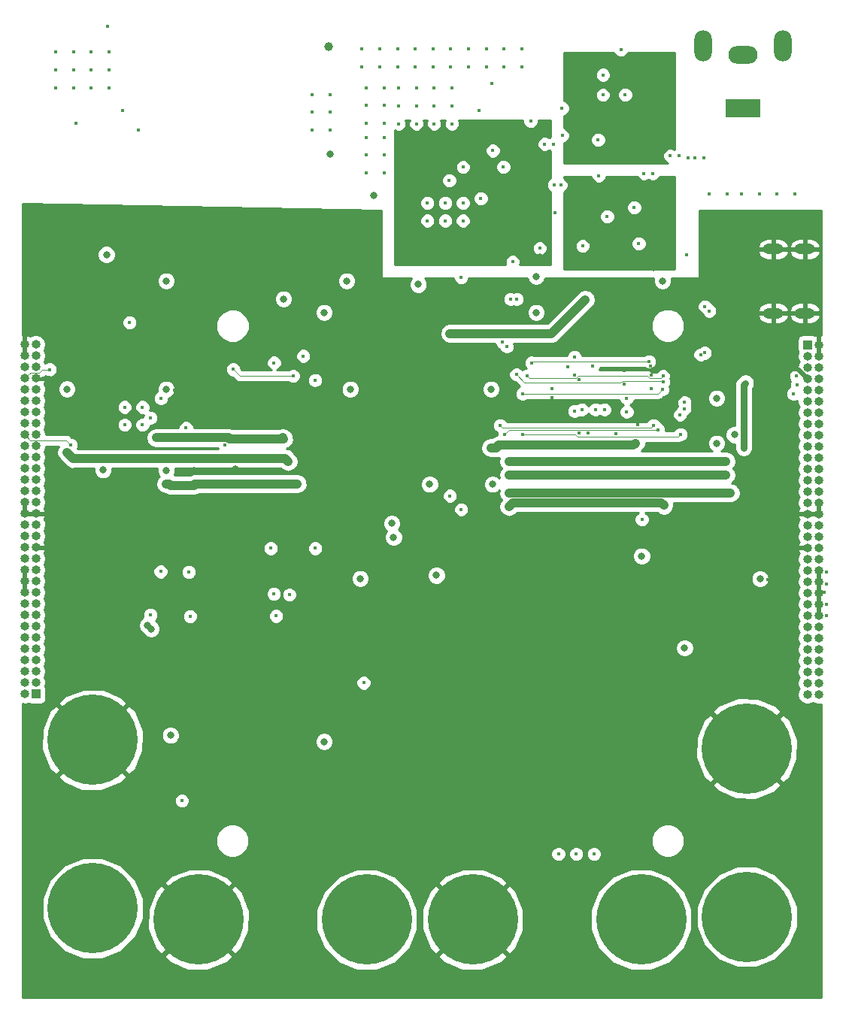
<source format=gbr>
G04 #@! TF.GenerationSoftware,KiCad,Pcbnew,(5.0.2)-1*
G04 #@! TF.CreationDate,2019-03-16T14:06:54-07:00*
G04 #@! TF.ProjectId,ModularMatrix,4d6f6475-6c61-4724-9d61-747269782e6b,rev?*
G04 #@! TF.SameCoordinates,Original*
G04 #@! TF.FileFunction,Copper,L2,Inr*
G04 #@! TF.FilePolarity,Positive*
%FSLAX46Y46*%
G04 Gerber Fmt 4.6, Leading zero omitted, Abs format (unit mm)*
G04 Created by KiCad (PCBNEW (5.0.2)-1) date 3/16/2019 2:06:54 PM*
%MOMM*%
%LPD*%
G01*
G04 APERTURE LIST*
G04 #@! TA.AperFunction,ViaPad*
%ADD10O,2.300000X1.200000*%
G04 #@! TD*
G04 #@! TA.AperFunction,ViaPad*
%ADD11R,4.000000X2.000000*%
G04 #@! TD*
G04 #@! TA.AperFunction,ViaPad*
%ADD12O,3.300000X2.000000*%
G04 #@! TD*
G04 #@! TA.AperFunction,ViaPad*
%ADD13O,2.000000X3.500000*%
G04 #@! TD*
G04 #@! TA.AperFunction,ViaPad*
%ADD14O,1.000000X1.000000*%
G04 #@! TD*
G04 #@! TA.AperFunction,ViaPad*
%ADD15R,1.000000X1.000000*%
G04 #@! TD*
G04 #@! TA.AperFunction,ViaPad*
%ADD16C,10.160000*%
G04 #@! TD*
G04 #@! TA.AperFunction,ViaPad*
%ADD17C,0.450000*%
G04 #@! TD*
G04 #@! TA.AperFunction,ViaPad*
%ADD18C,0.800000*%
G04 #@! TD*
G04 #@! TA.AperFunction,ViaPad*
%ADD19C,1.000000*%
G04 #@! TD*
G04 #@! TA.AperFunction,Conductor*
%ADD20C,0.500000*%
G04 #@! TD*
G04 #@! TA.AperFunction,Conductor*
%ADD21C,1.000000*%
G04 #@! TD*
G04 #@! TA.AperFunction,Conductor*
%ADD22C,0.750000*%
G04 #@! TD*
G04 #@! TA.AperFunction,Conductor*
%ADD23C,0.088900*%
G04 #@! TD*
G04 #@! TA.AperFunction,Conductor*
%ADD24C,0.090000*%
G04 #@! TD*
G04 #@! TA.AperFunction,Conductor*
%ADD25C,0.254000*%
G04 #@! TD*
G04 APERTURE END LIST*
D10*
G04 #@! TO.N,GND*
G04 #@! TO.C,J4*
X250710300Y-84807000D03*
X247160300Y-84807000D03*
X250710300Y-92007000D03*
X247160300Y-92007000D03*
G04 #@! TD*
D11*
G04 #@! TO.N,+12V*
G04 #@! TO.C,J3*
X243776500Y-68897500D03*
D12*
G04 #@! TO.N,GND*
X243776500Y-62897500D03*
D13*
X239276500Y-61897500D03*
X248276500Y-61897500D03*
G04 #@! TD*
D14*
G04 #@! TO.N,GND*
G04 #@! TO.C,J6*
X162877500Y-95542100D03*
G04 #@! TO.N,D2-*
X164147500Y-95542100D03*
G04 #@! TO.N,GND*
X162877500Y-96812100D03*
G04 #@! TO.N,D2+*
X164147500Y-96812100D03*
G04 #@! TO.N,MISO0*
X162877500Y-98082100D03*
G04 #@! TO.N,GND*
X164147500Y-98082100D03*
G04 #@! TO.N,MOSI0*
X162877500Y-99352100D03*
G04 #@! TO.N,GND*
X164147500Y-99352100D03*
G04 #@! TO.N,SCLK0*
X162877500Y-100622100D03*
G04 #@! TO.N,+12V*
X164147500Y-100622100D03*
G04 #@! TO.N,S0*
X162877500Y-101892100D03*
G04 #@! TO.N,+12V*
X164147500Y-101892100D03*
G04 #@! TO.N,S1*
X162877500Y-103162100D03*
G04 #@! TO.N,+5V*
X164147500Y-103162100D03*
G04 #@! TO.N,S2*
X162877500Y-104432100D03*
G04 #@! TO.N,+5V*
X164147500Y-104432100D03*
G04 #@! TO.N,S3*
X162877500Y-105702100D03*
G04 #@! TO.N,+5V*
X164147500Y-105702100D03*
G04 #@! TO.N,-5V*
X162877500Y-106972100D03*
X164147500Y-106972100D03*
G04 #@! TO.N,Net-(J6-Pad44)*
X162877500Y-108242100D03*
G04 #@! TO.N,HT*
X164147500Y-108242100D03*
G04 #@! TO.N,GND*
X162877500Y-109512100D03*
G04 #@! TO.N,HT*
X164147500Y-109512100D03*
G04 #@! TO.N,+1V8*
X162877500Y-110782100D03*
X164147500Y-110782100D03*
X162877500Y-112052100D03*
G04 #@! TO.N,-3V3*
X164147500Y-112052100D03*
G04 #@! TO.N,GND*
X162877500Y-113322100D03*
G04 #@! TO.N,-3V3*
X164147500Y-113322100D03*
G04 #@! TO.N,GND*
X162877500Y-114592100D03*
X164147500Y-114592100D03*
G04 #@! TO.N,+3V3*
X162877500Y-115862100D03*
X164147500Y-115862100D03*
X162877500Y-117132100D03*
X164147500Y-117132100D03*
X162877500Y-118402100D03*
G04 #@! TO.N,GND*
X164147500Y-118402100D03*
G04 #@! TO.N,+3V3*
X162877500Y-119672100D03*
G04 #@! TO.N,VAA*
X164147500Y-119672100D03*
G04 #@! TO.N,GND*
X162877500Y-120942100D03*
G04 #@! TO.N,VAA*
X164147500Y-120942100D03*
G04 #@! TO.N,GND*
X162877500Y-122212100D03*
G04 #@! TO.N,VAA*
X164147500Y-122212100D03*
G04 #@! TO.N,GND*
X162877500Y-123482100D03*
G04 #@! TO.N,Net-(J6-Pad19)*
X164147500Y-123482100D03*
G04 #@! TO.N,Net-(J6-Pad18)*
X162877500Y-124752100D03*
G04 #@! TO.N,VD*
X164147500Y-124752100D03*
X162877500Y-126022100D03*
X164147500Y-126022100D03*
X162877500Y-127292100D03*
X164147500Y-127292100D03*
G04 #@! TO.N,Net-(J6-Pad12)*
X162877500Y-128562100D03*
G04 #@! TO.N,Net-(J6-Pad11)*
X164147500Y-128562100D03*
G04 #@! TO.N,VDC*
X162877500Y-129832100D03*
X164147500Y-129832100D03*
X162877500Y-131102100D03*
G04 #@! TO.N,Net-(J6-Pad7)*
X164147500Y-131102100D03*
G04 #@! TO.N,VDC*
X162877500Y-132372100D03*
G04 #@! TO.N,LO*
X164147500Y-132372100D03*
G04 #@! TO.N,VDC*
X162877500Y-133642100D03*
G04 #@! TO.N,LO*
X164147500Y-133642100D03*
G04 #@! TO.N,VDC*
X162877500Y-134912100D03*
D15*
G04 #@! TO.N,LO*
X164147500Y-134912100D03*
G04 #@! TD*
G04 #@! TO.N,D1+*
G04 #@! TO.C,J1*
X251015500Y-95567500D03*
D14*
G04 #@! TO.N,GND*
X252285500Y-95567500D03*
G04 #@! TO.N,D1-*
X251015500Y-96837500D03*
G04 #@! TO.N,GND*
X252285500Y-96837500D03*
G04 #@! TO.N,Net-(J1-Pad5)*
X251015500Y-98107500D03*
G04 #@! TO.N,MISO0*
X252285500Y-98107500D03*
G04 #@! TO.N,GND*
X251015500Y-99377500D03*
G04 #@! TO.N,MOSI0*
X252285500Y-99377500D03*
G04 #@! TO.N,+12V*
X251015500Y-100647500D03*
G04 #@! TO.N,SCLK0*
X252285500Y-100647500D03*
G04 #@! TO.N,+12V*
X251015500Y-101917500D03*
G04 #@! TO.N,S0*
X252285500Y-101917500D03*
G04 #@! TO.N,+5V*
X251015500Y-103187500D03*
G04 #@! TO.N,S1*
X252285500Y-103187500D03*
G04 #@! TO.N,+5V*
X251015500Y-104457500D03*
G04 #@! TO.N,S2*
X252285500Y-104457500D03*
G04 #@! TO.N,+5V*
X251015500Y-105727500D03*
G04 #@! TO.N,S3*
X252285500Y-105727500D03*
G04 #@! TO.N,-5V*
X251015500Y-106997500D03*
X252285500Y-106997500D03*
G04 #@! TO.N,HT*
X251015500Y-108267500D03*
G04 #@! TO.N,Net-(J1-Pad22)*
X252285500Y-108267500D03*
G04 #@! TO.N,HT*
X251015500Y-109537500D03*
G04 #@! TO.N,GND*
X252285500Y-109537500D03*
G04 #@! TO.N,+1V8*
X251015500Y-110807500D03*
X252285500Y-110807500D03*
G04 #@! TO.N,-3V3*
X251015500Y-112077500D03*
G04 #@! TO.N,+1V8*
X252285500Y-112077500D03*
G04 #@! TO.N,-3V3*
X251015500Y-113347500D03*
G04 #@! TO.N,GND*
X252285500Y-113347500D03*
X251015500Y-114617500D03*
X252285500Y-114617500D03*
G04 #@! TO.N,+3V3*
X251015500Y-115887500D03*
X252285500Y-115887500D03*
X251015500Y-117157500D03*
X252285500Y-117157500D03*
G04 #@! TO.N,GND*
X251015500Y-118427500D03*
G04 #@! TO.N,+3V3*
X252285500Y-118427500D03*
G04 #@! TO.N,VAA*
X251015500Y-119697500D03*
G04 #@! TO.N,+3V3*
X252285500Y-119697500D03*
G04 #@! TO.N,VAA*
X251015500Y-120967500D03*
G04 #@! TO.N,GND*
X252285500Y-120967500D03*
G04 #@! TO.N,VAA*
X251015500Y-122237500D03*
G04 #@! TO.N,GND*
X252285500Y-122237500D03*
G04 #@! TO.N,Net-(J1-Pad45)*
X251015500Y-123507500D03*
G04 #@! TO.N,GND*
X252285500Y-123507500D03*
G04 #@! TO.N,VD*
X251015500Y-124777500D03*
G04 #@! TO.N,GND*
X252285500Y-124777500D03*
G04 #@! TO.N,VD*
X251015500Y-126047500D03*
G04 #@! TO.N,GND*
X252285500Y-126047500D03*
G04 #@! TO.N,VD*
X251015500Y-127317500D03*
G04 #@! TO.N,Net-(J1-Pad52)*
X252285500Y-127317500D03*
G04 #@! TO.N,Net-(J1-Pad53)*
X251015500Y-128587500D03*
G04 #@! TO.N,VDC*
X252285500Y-128587500D03*
X251015500Y-129857500D03*
X252285500Y-129857500D03*
G04 #@! TO.N,Net-(J1-Pad57)*
X251015500Y-131127500D03*
G04 #@! TO.N,VDC*
X252285500Y-131127500D03*
G04 #@! TO.N,LO*
X251015500Y-132397500D03*
G04 #@! TO.N,VDC*
X252285500Y-132397500D03*
G04 #@! TO.N,LO*
X251015500Y-133667500D03*
G04 #@! TO.N,VDC*
X252285500Y-133667500D03*
G04 #@! TO.N,LO*
X251015500Y-134937500D03*
G04 #@! TO.N,VDC*
X252285500Y-134937500D03*
G04 #@! TD*
D16*
G04 #@! TO.N,GND*
G04 #@! TO.C,J8*
X213321492Y-160318158D03*
G04 #@! TO.N,VAA*
X232291492Y-160318158D03*
G04 #@! TD*
G04 #@! TO.N,VDC*
G04 #@! TO.C,J7*
X244178160Y-160020000D03*
G04 #@! TO.N,GND*
X244178160Y-141050000D03*
G04 #@! TD*
G04 #@! TO.N,GND*
G04 #@! TO.C,J9*
X182434826Y-160318158D03*
G04 #@! TO.N,LO*
X201404826Y-160318158D03*
G04 #@! TD*
G04 #@! TO.N,VD*
G04 #@! TO.C,J10*
X170518160Y-159048158D03*
G04 #@! TO.N,GND*
X170518160Y-140078158D03*
G04 #@! TD*
D17*
G04 #@! TO.N,GND*
X172212000Y-59690000D03*
G04 #@! TO.N,*
X175641000Y-71374000D03*
X233383160Y-100524158D03*
X232367160Y-115256158D03*
G04 #@! TO.N,/USB/D0+*
X230666749Y-103128261D03*
G04 #@! TO.N,GND*
X223384065Y-68935225D03*
G04 #@! TO.N,+5V*
X231512065Y-63347225D03*
G04 #@! TO.N,*
X194246500Y-96837500D03*
G04 #@! TO.N,GND*
X224216500Y-122775500D03*
X226216500Y-120775500D03*
X212216500Y-122775500D03*
X220216500Y-120775500D03*
X224216500Y-120775500D03*
X208216500Y-122775500D03*
X226216500Y-124775500D03*
X214216500Y-122775500D03*
X208216500Y-120775500D03*
X218216500Y-122775500D03*
X214216500Y-120775500D03*
X226216500Y-122775500D03*
X218216500Y-124775500D03*
X222216500Y-122775500D03*
X220216500Y-124775500D03*
X222216500Y-124775500D03*
X208216500Y-124775500D03*
X210216500Y-124775500D03*
X212216500Y-124775500D03*
X210216500Y-120775500D03*
X212216500Y-120775500D03*
X216216500Y-120775500D03*
X210216500Y-122775500D03*
X220216500Y-122775500D03*
X216216500Y-124775500D03*
X216216500Y-122775500D03*
X222216500Y-120775500D03*
X214216500Y-124775500D03*
X224216500Y-124775500D03*
X218216500Y-120775500D03*
X212914500Y-130587500D03*
X218914500Y-130587500D03*
X206914500Y-132587500D03*
X210914500Y-132587500D03*
X212914500Y-132587500D03*
X214914500Y-132587500D03*
X216914500Y-132587500D03*
X206914500Y-130587500D03*
X208914500Y-130587500D03*
X210914500Y-130587500D03*
X214914500Y-130587500D03*
X216914500Y-130587500D03*
X208914500Y-132587500D03*
X218914500Y-132587500D03*
X204914500Y-132587500D03*
X220914500Y-132587500D03*
X222914500Y-132587500D03*
X204914500Y-130587500D03*
X220914500Y-130587500D03*
X222914500Y-130587500D03*
X187768500Y-84105500D03*
X193768500Y-84105500D03*
X181768500Y-86105500D03*
X185768500Y-86105500D03*
X187768500Y-86105500D03*
X189768500Y-86105500D03*
X191768500Y-86105500D03*
X181768500Y-84105500D03*
X183768500Y-84105500D03*
X185768500Y-84105500D03*
X189768500Y-84105500D03*
X191768500Y-84105500D03*
X183768500Y-86105500D03*
X193768500Y-86105500D03*
X179768500Y-86105500D03*
X195768500Y-86105500D03*
X197768500Y-86105500D03*
X179768500Y-84105500D03*
X195768500Y-84105500D03*
X197768500Y-84105500D03*
X208850500Y-62261500D03*
X214850500Y-62261500D03*
X202850500Y-64261500D03*
X206850500Y-64261500D03*
X208850500Y-64261500D03*
X210850500Y-64261500D03*
X212850500Y-64261500D03*
X202850500Y-62261500D03*
X204850500Y-62261500D03*
X206850500Y-62261500D03*
X210850500Y-62261500D03*
X212850500Y-62261500D03*
X204850500Y-64261500D03*
X214850500Y-64261500D03*
X200850500Y-64261500D03*
G04 #@! TO.N,*
X216850500Y-64261500D03*
X218850500Y-64261500D03*
G04 #@! TO.N,GND*
X200850500Y-62261500D03*
G04 #@! TO.N,*
X216850500Y-62261500D03*
X218850500Y-62261500D03*
G04 #@! TO.N,GND*
X241996500Y-121029500D03*
X239996500Y-123029500D03*
X241996500Y-125029500D03*
X243996500Y-125029500D03*
X241996500Y-123029500D03*
X239996500Y-125029500D03*
X243996500Y-121029500D03*
X243996500Y-123029500D03*
X237996500Y-125029500D03*
X237996500Y-121029500D03*
X239996500Y-121029500D03*
X237996500Y-123029500D03*
X187640500Y-90295500D03*
X189640500Y-94295500D03*
X189640500Y-90295500D03*
X189640500Y-92295500D03*
X183640500Y-90295500D03*
X185640500Y-90295500D03*
X168844500Y-88009500D03*
X166844500Y-90009500D03*
X168844500Y-92009500D03*
X170844500Y-92009500D03*
X168844500Y-90009500D03*
X166844500Y-92009500D03*
X170844500Y-88009500D03*
X170844500Y-90009500D03*
X166844500Y-88009500D03*
X170368500Y-62609500D03*
X168368500Y-64609500D03*
X170368500Y-66609500D03*
X172368500Y-66609500D03*
X170368500Y-64609500D03*
X168368500Y-66609500D03*
X172368500Y-62609500D03*
X172368500Y-64609500D03*
X166368500Y-66609500D03*
X166368500Y-62609500D03*
X168368500Y-62609500D03*
X166368500Y-64609500D03*
X247584500Y-78611500D03*
X245584500Y-80611500D03*
X247584500Y-82611500D03*
X249584500Y-82611500D03*
X247584500Y-80611500D03*
X245584500Y-82611500D03*
X249584500Y-78611500D03*
X249584500Y-80611500D03*
X243584500Y-82611500D03*
X243584500Y-78611500D03*
X245584500Y-78611500D03*
X243584500Y-80611500D03*
X208976500Y-66673500D03*
X206976500Y-68673500D03*
X208976500Y-70673500D03*
X210976500Y-70673500D03*
X208976500Y-68673500D03*
X206976500Y-70673500D03*
X210976500Y-66673500D03*
X210976500Y-68673500D03*
X204976500Y-70673500D03*
X204976500Y-66673500D03*
X206976500Y-66673500D03*
X204976500Y-68673500D03*
X222978500Y-136937500D03*
X222978500Y-134937500D03*
X224978500Y-134937500D03*
X226978500Y-134937500D03*
X222978500Y-138937500D03*
X224978500Y-138937500D03*
X226978500Y-138937500D03*
X224978500Y-136937500D03*
X226978500Y-136937500D03*
X224978500Y-148937500D03*
X226978500Y-146937500D03*
X224978500Y-146937500D03*
X226978500Y-150937500D03*
X226978500Y-140937500D03*
X224978500Y-144937500D03*
G04 #@! TO.N,*
X222978500Y-152937500D03*
G04 #@! TO.N,GND*
X226978500Y-144937500D03*
X222978500Y-144937500D03*
X226978500Y-148937500D03*
X224978500Y-142937500D03*
X222978500Y-148937500D03*
X222978500Y-150937500D03*
X222978500Y-140937500D03*
X222978500Y-142937500D03*
G04 #@! TO.N,*
X224978500Y-152937500D03*
X226978500Y-152937500D03*
G04 #@! TO.N,GND*
X222978500Y-146937500D03*
X224978500Y-140937500D03*
X226978500Y-142937500D03*
X224978500Y-150937500D03*
X174688500Y-91059500D03*
X176688500Y-89059500D03*
X176688500Y-95059500D03*
X174688500Y-95059500D03*
X174688500Y-89059500D03*
X176688500Y-91059500D03*
X176688500Y-93059500D03*
G04 #@! TO.N,*
X174688500Y-93059500D03*
G04 #@! TO.N,GND*
X197262500Y-67373500D03*
X197262500Y-69373500D03*
X195262500Y-69373500D03*
X195262500Y-71373500D03*
X197262500Y-71373500D03*
X195262500Y-67373500D03*
X203358500Y-66611500D03*
X203358500Y-68611500D03*
X201358500Y-68611500D03*
X201358500Y-70611500D03*
X203358500Y-70611500D03*
X201358500Y-66611500D03*
X203358500Y-72199500D03*
X203358500Y-74199500D03*
X201358500Y-74199500D03*
X201358500Y-76199500D03*
X203358500Y-76199500D03*
X201358500Y-72199500D03*
G04 #@! TO.N,*
X208216500Y-79597500D03*
X210216500Y-79597500D03*
X210216500Y-81597500D03*
X212216500Y-81597500D03*
X212216500Y-79597500D03*
X208216500Y-81597500D03*
X174134300Y-102595200D03*
X176134300Y-104595200D03*
X176134300Y-102595200D03*
X174134300Y-104595200D03*
G04 #@! TO.N,GND*
X179743100Y-100672900D03*
X202563000Y-132700300D03*
X200563000Y-130700300D03*
X202563000Y-130700300D03*
X200563000Y-132700300D03*
X173639000Y-131170200D03*
X175639000Y-133170200D03*
X175639000Y-131170200D03*
X173639000Y-133170200D03*
X197489600Y-121175300D03*
X199489600Y-123175300D03*
X199489600Y-121175300D03*
X197489600Y-123175300D03*
X197565800Y-116196900D03*
X199565800Y-118196900D03*
X199565800Y-116196900D03*
X197565800Y-118196900D03*
X173435800Y-118368600D03*
X175435800Y-120368600D03*
X175435800Y-118368600D03*
X173435800Y-120368600D03*
X174413700Y-113148900D03*
X176413700Y-115148900D03*
X176413700Y-113148900D03*
X174413700Y-115148900D03*
X241935000Y-78587600D03*
X241966500Y-80549500D03*
X239966500Y-80549500D03*
X239966500Y-82549500D03*
X241966500Y-82549500D03*
X239966500Y-78549500D03*
X236378500Y-120967500D03*
X236378500Y-122967500D03*
X234378500Y-122967500D03*
X234378500Y-124967500D03*
X236378500Y-124967500D03*
X234378500Y-120967500D03*
X199294500Y-147383500D03*
X199294500Y-149383500D03*
X197294500Y-149383500D03*
X197294500Y-151383500D03*
X199294500Y-151383500D03*
X197294500Y-147383500D03*
X200056500Y-140271500D03*
X200056500Y-142271500D03*
X198056500Y-142271500D03*
X198056500Y-144271500D03*
X200056500Y-144271500D03*
X198056500Y-140271500D03*
X168814500Y-121221500D03*
X166814500Y-123221500D03*
X166814500Y-125221500D03*
X166814500Y-121221500D03*
X172878500Y-121221500D03*
X172878500Y-123221500D03*
X170878500Y-123221500D03*
X170878500Y-125221500D03*
X172878500Y-125221500D03*
X170878500Y-121221500D03*
X195484500Y-137477500D03*
X195484500Y-139477500D03*
X193484500Y-139477500D03*
X193484500Y-141477500D03*
X195484500Y-141477500D03*
X193484500Y-137477500D03*
X205136500Y-121729500D03*
X205136500Y-123729500D03*
X203136500Y-123729500D03*
X203136500Y-125729500D03*
X205136500Y-125729500D03*
X203136500Y-121729500D03*
X235870500Y-136461500D03*
X235870500Y-138461500D03*
X233870500Y-138461500D03*
X233870500Y-140461500D03*
X235870500Y-140461500D03*
X233870500Y-136461500D03*
X229044500Y-138207500D03*
X229044500Y-140207500D03*
X229044500Y-136207500D03*
X248570500Y-121983500D03*
X248570500Y-123983500D03*
X246570500Y-123983500D03*
X246570500Y-125983500D03*
X248570500Y-125983500D03*
X246570500Y-121983500D03*
G04 #@! TO.N,+12V*
X215589063Y-73708225D03*
X227989157Y-65168131D03*
X215503065Y-66140225D03*
G04 #@! TO.N,GND*
X225278160Y-105549352D03*
X226294160Y-105549352D03*
X233357723Y-97976298D03*
X231882160Y-95929158D03*
X227310160Y-94405158D03*
X222230160Y-104057158D03*
X232856160Y-96437158D03*
X222230160Y-101517158D03*
X231882160Y-104565158D03*
X230358160Y-98469158D03*
X231882160Y-94405158D03*
X233406160Y-98977158D03*
X222230160Y-100501158D03*
X229431400Y-105598250D03*
X227979065Y-67434225D03*
X223407065Y-72006225D03*
X219845157Y-70369985D03*
X212231065Y-75562225D03*
X217819065Y-86230225D03*
X216780065Y-75539225D03*
X227448065Y-72491225D03*
X210684065Y-77063225D03*
X232020065Y-84175225D03*
X230496065Y-67411225D03*
X231512065Y-80111225D03*
X214240065Y-79095225D03*
X228464065Y-81127225D03*
X220867065Y-84706225D03*
G04 #@! TO.N,+3V3*
X227118749Y-102870261D03*
X225594749Y-102870261D03*
X228134749Y-102870261D03*
X225278160Y-99485158D03*
X226802160Y-97961158D03*
X222604565Y-80670725D03*
X211723065Y-72514225D03*
X209668065Y-72491225D03*
X220844065Y-77063225D03*
X216780065Y-79095225D03*
X217305157Y-77989985D03*
X216780065Y-84175225D03*
X218829157Y-71385985D03*
X212716065Y-82651225D03*
G04 #@! TO.N,-3V3*
X234823000Y-113626900D03*
G04 #@! TO.N,Net-(IC1-Pad25)*
X224770160Y-103041158D03*
G04 #@! TO.N,Net-(IC1-Pad3)*
X230666749Y-101604261D03*
G04 #@! TO.N,Net-(C50-Pad2)*
X230358160Y-99993158D03*
G04 #@! TO.N,Net-(IC1-Pad10)*
X224062749Y-98048261D03*
X224770160Y-96945158D03*
X224747829Y-98954827D03*
G04 #@! TO.N,+1V8*
X225693065Y-84452225D03*
G04 #@! TO.N,GND*
X230011065Y-62354225D03*
X190690500Y-137045700D03*
D18*
G04 #@! TO.N,+5V*
X177699990Y-106045540D03*
X192024000Y-106172000D03*
X217424000Y-108712000D03*
X241808000Y-108712000D03*
X242779812Y-105708158D03*
X220472000Y-87884000D03*
X233680000Y-86868000D03*
X233326075Y-80163235D03*
X220472000Y-91948000D03*
X196596006Y-91948000D03*
X192024000Y-90424000D03*
X234696000Y-88392000D03*
X224218500Y-63563500D03*
D17*
G04 #@! TO.N,GND*
X198056500Y-100647500D03*
X198056500Y-98107500D03*
X198056500Y-96837500D03*
X199326500Y-103187500D03*
X208216500Y-103187500D03*
X200596500Y-106997500D03*
X206946500Y-122237500D03*
X215836500Y-115887500D03*
X173926500Y-122237500D03*
X182816500Y-94297500D03*
X194246500Y-94297500D03*
X209486500Y-94297500D03*
X176466500Y-84137500D03*
X178701700Y-131635500D03*
X214009065Y-69212225D03*
X222440500Y-72961500D03*
X221424500Y-72961500D03*
X227520500Y-76517500D03*
X232600500Y-76263500D03*
X233616500Y-76263500D03*
X239374342Y-74545924D03*
X238358342Y-74545924D03*
X237596342Y-74545924D03*
X236580342Y-74291924D03*
X235564342Y-74291924D03*
X199072500Y-106997500D03*
X198564500Y-111569500D03*
X200088500Y-115379500D03*
X213550500Y-106489500D03*
X213550500Y-106489500D03*
X213550500Y-106489500D03*
X243522500Y-95059500D03*
X245808500Y-109283500D03*
X248094500Y-109029500D03*
X245808500Y-115379500D03*
X242760500Y-115633500D03*
X202882500Y-134937500D03*
X204882500Y-134937500D03*
X206882500Y-134937500D03*
X208882500Y-134937500D03*
X210882500Y-134937500D03*
X212882500Y-134937500D03*
X214882500Y-134937500D03*
X216882500Y-134937500D03*
X218882500Y-134937500D03*
X220882500Y-134937500D03*
X202882500Y-136937500D03*
X204882500Y-136937500D03*
X206882500Y-136937500D03*
X208882500Y-136937500D03*
X210882500Y-136937500D03*
X212882500Y-136937500D03*
X214882500Y-136937500D03*
X216882500Y-136937500D03*
X218882500Y-136937500D03*
X220882500Y-136937500D03*
X202882500Y-138937500D03*
X204882500Y-138937500D03*
X206882500Y-138937500D03*
X208882500Y-138937500D03*
X210882500Y-138937500D03*
X212882500Y-138937500D03*
X214882500Y-138937500D03*
X216882500Y-138937500D03*
X218882500Y-138937500D03*
X220882500Y-138937500D03*
X202882500Y-140937500D03*
X204882500Y-140937500D03*
X206882500Y-140937500D03*
X208882500Y-140937500D03*
X210882500Y-140937500D03*
X212882500Y-140937500D03*
X214882500Y-140937500D03*
X216882500Y-140937500D03*
X218882500Y-140937500D03*
X220882500Y-140937500D03*
X202882500Y-142937500D03*
X204882500Y-142937500D03*
X206882500Y-142937500D03*
X208882500Y-142937500D03*
X210882500Y-142937500D03*
X212882500Y-142937500D03*
X214882500Y-142937500D03*
X216882500Y-142937500D03*
X218882500Y-142937500D03*
X220882500Y-142937500D03*
X202882500Y-144937500D03*
X204882500Y-144937500D03*
X206882500Y-144937500D03*
X208882500Y-144937500D03*
X210882500Y-144937500D03*
X212882500Y-144937500D03*
X214882500Y-144937500D03*
X216882500Y-144937500D03*
X218882500Y-144937500D03*
X220882500Y-144937500D03*
X202882500Y-146937500D03*
X204882500Y-146937500D03*
X206882500Y-146937500D03*
X208882500Y-146937500D03*
X210882500Y-146937500D03*
X212882500Y-146937500D03*
X214882500Y-146937500D03*
X216882500Y-146937500D03*
X218882500Y-146937500D03*
X220882500Y-146937500D03*
X202882500Y-148937500D03*
X204882500Y-148937500D03*
X206882500Y-148937500D03*
X208882500Y-148937500D03*
X210882500Y-148937500D03*
X212882500Y-148937500D03*
X214882500Y-148937500D03*
X216882500Y-148937500D03*
X218882500Y-148937500D03*
X220882500Y-148937500D03*
X202882500Y-150937500D03*
X204882500Y-150937500D03*
X206882500Y-150937500D03*
X208882500Y-150937500D03*
X210882500Y-150937500D03*
X212882500Y-150937500D03*
X214882500Y-150937500D03*
X216882500Y-150937500D03*
X218882500Y-150937500D03*
X220882500Y-150937500D03*
X202882500Y-152937500D03*
X204882500Y-152937500D03*
X206882500Y-152937500D03*
X208882500Y-152937500D03*
X210882500Y-152937500D03*
X212882500Y-152937500D03*
X214882500Y-152937500D03*
X216882500Y-152937500D03*
X218882500Y-152937500D03*
X220882500Y-152937500D03*
X247840500Y-99720400D03*
X231749600Y-116281200D03*
X222491300Y-77571600D03*
X223227900Y-77597000D03*
X166420800Y-118262400D03*
X166027100Y-115404900D03*
X165608000Y-99237800D03*
X165836600Y-97459800D03*
X163918900Y-94310200D03*
X168630600Y-70586600D03*
X173863000Y-69189600D03*
X253174500Y-121145300D03*
X251663200Y-137477500D03*
X253174500Y-126072900D03*
X253174500Y-124853700D03*
X252933200Y-123494800D03*
X253174500Y-122529600D03*
X248297700Y-98272600D03*
X250710700Y-93903800D03*
X181800500Y-122085100D03*
X177609500Y-122415300D03*
X181457600Y-124752100D03*
X179057300Y-124790200D03*
X183476900Y-97015300D03*
X176517300Y-97764600D03*
X179311300Y-104508300D03*
X181483000Y-115138200D03*
X181521100Y-117894100D03*
X178676300Y-117995700D03*
X178650900Y-123875800D03*
X180809900Y-103187500D03*
X179095400Y-103136700D03*
X180962300Y-100647500D03*
X177787300Y-82664300D03*
X178866800Y-115074700D03*
X181546500Y-123863100D03*
X181889400Y-107302300D03*
D18*
X181940200Y-109753400D03*
X186575700Y-109613700D03*
X168313100Y-123444000D03*
X168617900Y-124866400D03*
X170802300Y-115354100D03*
X181686200Y-89865200D03*
X247243600Y-94589600D03*
D17*
X230772990Y-140207500D03*
X230772990Y-136207500D03*
X230772990Y-138207500D03*
X183222900Y-92341700D03*
X181229000Y-94399100D03*
X189077600Y-95084900D03*
X188620400Y-90119200D03*
D18*
G04 #@! TO.N,+5V*
X179298600Y-139560300D03*
X179920900Y-106045540D03*
X196596006Y-140271500D03*
D17*
G04 #@! TO.N,/USB/D00-*
X239465012Y-91256012D03*
X237172500Y-102075500D03*
X238979500Y-96676699D03*
G04 #@! TO.N,/USB/D00+*
X239959988Y-91750988D03*
X237172500Y-102775500D03*
X239429500Y-96490301D03*
D18*
G04 #@! TO.N,+3V3*
X200660000Y-121920000D03*
X202184000Y-78740000D03*
X204406500Y-117250009D03*
X204216000Y-115697000D03*
X205422500Y-80137000D03*
X220916500Y-85656225D03*
D17*
G04 #@! TO.N,-3V3*
X234823000Y-113626900D03*
X217424000Y-113792000D03*
X212026500Y-114118901D03*
X212026500Y-87984225D03*
G04 #@! TO.N,-5V*
X243840000Y-107188000D03*
X241808000Y-110236000D03*
X217424000Y-110236000D03*
X167640000Y-107696000D03*
X192532000Y-108712000D03*
X244030500Y-99885500D03*
X237426500Y-85407500D03*
G04 #@! TO.N,Net-(C1-Pad1)*
X180577200Y-146934900D03*
G04 #@! TO.N,Net-(C2-Pad1)*
X191185800Y-126123700D03*
D18*
G04 #@! TO.N,HT*
X178816000Y-109728000D03*
X208470500Y-111286000D03*
X172085000Y-85407500D03*
X171704000Y-109673110D03*
X207187800Y-88785700D03*
X215557100Y-111286000D03*
X209232500Y-121539000D03*
X245681500Y-121932700D03*
D17*
G04 #@! TO.N,+1V8*
X217424000Y-112268000D03*
X178816000Y-111252000D03*
X193548000Y-111252000D03*
X242316000Y-112268012D03*
X225996500Y-90487500D03*
X210756500Y-112585500D03*
X210756500Y-94297500D03*
D19*
G04 #@! TO.N,+12V*
X197104000Y-61976000D03*
D18*
X167640000Y-100557550D03*
X178816000Y-100584000D03*
X199136000Y-88392000D03*
X197267500Y-74077500D03*
X178816000Y-88392000D03*
X199535999Y-100584000D03*
X215392000Y-100584000D03*
X215392000Y-107188000D03*
X231648000Y-106680000D03*
X240792000Y-106680000D03*
X240792000Y-101600000D03*
G04 #@! TO.N,VAA*
X232346500Y-119380000D03*
G04 #@! TO.N,VD*
X176720500Y-127179999D03*
X177120499Y-127579998D03*
D17*
X177120499Y-127579998D03*
G04 #@! TO.N,LO*
X201041000Y-133648158D03*
D18*
G04 #@! TO.N,VDC*
X237172500Y-129719999D03*
D17*
G04 #@! TO.N,S3*
X234188000Y-105156000D03*
X216916000Y-105664000D03*
X185420000Y-106860540D03*
G04 #@! TO.N,S2*
X216408000Y-104648000D03*
X233680000Y-104648000D03*
G04 #@! TO.N,S1*
X236728000Y-105664000D03*
X218948000Y-105664000D03*
X236664500Y-103441500D03*
G04 #@! TO.N,S0*
X249428000Y-101092000D03*
X234696000Y-100584000D03*
X218948000Y-101092000D03*
G04 #@! TO.N,SCLK0*
X234738570Y-99102570D03*
X219456000Y-99060000D03*
X249741882Y-99100772D03*
G04 #@! TO.N,MISO0*
X233172000Y-97454807D03*
X219964000Y-97594901D03*
G04 #@! TO.N,S3*
X168071800Y-106860540D03*
G04 #@! TO.N,S2*
X181049868Y-104940100D03*
G04 #@! TO.N,S1*
X181495700Y-126161800D03*
X177038000Y-125996700D03*
X177038000Y-103802609D03*
G04 #@! TO.N,S0*
X181356000Y-121170700D03*
X178181000Y-121119900D03*
X178219100Y-101600000D03*
G04 #@! TO.N,SCLK0*
X190588900Y-118505000D03*
X195591400Y-118505000D03*
X195580000Y-99568000D03*
G04 #@! TO.N,MOSI0*
X190931800Y-123621800D03*
X192671700Y-123723400D03*
X186347100Y-98348800D03*
X193090800Y-99085400D03*
X218236800Y-98933000D03*
X234797600Y-99733100D03*
X249821700Y-100126800D03*
X165696900Y-98358740D03*
G04 #@! TO.N,MISO0*
X190957200Y-97594901D03*
G04 #@! TO.N,D2+*
X217163488Y-95751488D03*
X218282000Y-90424000D03*
G04 #@! TO.N,D2-*
X216668512Y-95256512D03*
X217582000Y-90424000D03*
G04 #@! TD*
D20*
G04 #@! TO.N,-3V3*
X234812957Y-113616857D02*
X234823000Y-113626900D01*
D21*
G04 #@! TO.N,+5V*
X191897540Y-106045540D02*
X192024000Y-106172000D01*
X217424000Y-108712000D02*
X241808000Y-108712000D01*
D20*
G04 #@! TO.N,GND*
X247840500Y-99720400D02*
X247840500Y-98729800D01*
X247840500Y-98729800D02*
X248072701Y-98497599D01*
X249910600Y-98272600D02*
X248615898Y-98272600D01*
X251015500Y-99377500D02*
X249910600Y-98272600D01*
X248615898Y-98272600D02*
X248297700Y-98272600D01*
X248072701Y-98497599D02*
X248297700Y-98272600D01*
D21*
G04 #@! TO.N,+5V*
X178265675Y-106045540D02*
X177699990Y-106045540D01*
X185937662Y-106172000D02*
X185811202Y-106045540D01*
X192024000Y-106172000D02*
X185937662Y-106172000D01*
X185811202Y-106045540D02*
X179920900Y-106045540D01*
X179920900Y-106045540D02*
X178265675Y-106045540D01*
G04 #@! TO.N,-3V3*
X217859090Y-113356910D02*
X217424000Y-113792000D01*
X234823000Y-113626900D02*
X234553010Y-113356910D01*
X234553010Y-113356910D02*
X217859090Y-113356910D01*
G04 #@! TO.N,-5V*
X241808000Y-110236000D02*
X217424000Y-110236000D01*
D22*
X243840000Y-100076000D02*
X244030500Y-99885500D01*
X243840000Y-107188000D02*
X243840000Y-100076000D01*
D21*
X192307001Y-108487001D02*
X192532000Y-108712000D01*
X192214500Y-108394500D02*
X192307001Y-108487001D01*
X167640000Y-107696000D02*
X168338500Y-108394500D01*
X168338500Y-108394500D02*
X192214500Y-108394500D01*
G04 #@! TO.N,+1V8*
X217424000Y-112268000D02*
X242315988Y-112268000D01*
X242315988Y-112268000D02*
X242316000Y-112268012D01*
X211074698Y-94297500D02*
X210756500Y-94297500D01*
X222186500Y-94297500D02*
X211074698Y-94297500D01*
X225996500Y-90487500D02*
X222186500Y-94297500D01*
X179286409Y-111404211D02*
X181911773Y-111404211D01*
X181911773Y-111404211D02*
X182063984Y-111252000D01*
X182063984Y-111252000D02*
X193229802Y-111252000D01*
X193229802Y-111252000D02*
X193548000Y-111252000D01*
X178816000Y-111252000D02*
X179134198Y-111252000D01*
X179134198Y-111252000D02*
X179286409Y-111404211D01*
G04 #@! TO.N,+12V*
X216241526Y-106904159D02*
X225327841Y-106904159D01*
X215392000Y-107188000D02*
X215957685Y-107188000D01*
X215957685Y-107188000D02*
X216241526Y-106904159D01*
X225327841Y-106904159D02*
X231423841Y-106904159D01*
X231423841Y-106904159D02*
X231648000Y-106680000D01*
D23*
G04 #@! TO.N,S3*
X234188000Y-105156000D02*
X217424000Y-105156000D01*
X217424000Y-105156000D02*
X216916000Y-105664000D01*
G04 #@! TO.N,S2*
X233404491Y-104923509D02*
X233680000Y-104648000D01*
X216408000Y-104648000D02*
X216683509Y-104923509D01*
X216683509Y-104923509D02*
X233404491Y-104923509D01*
G04 #@! TO.N,S1*
X224862448Y-105664000D02*
X218948000Y-105664000D01*
X225155049Y-105956601D02*
X224862448Y-105664000D01*
X236728000Y-105664000D02*
X236435399Y-105956601D01*
X236435399Y-105956601D02*
X225155049Y-105956601D01*
G04 #@! TO.N,S0*
X234696000Y-100584000D02*
X234188000Y-101092000D01*
X234188000Y-101092000D02*
X218948000Y-101092000D01*
G04 #@! TO.N,SCLK0*
X219456000Y-99060000D02*
X219709178Y-99313178D01*
X219709178Y-99313178D02*
X224919838Y-99313178D01*
X234505631Y-99335509D02*
X234738570Y-99102570D01*
X224919838Y-99313178D02*
X225173016Y-99060000D01*
X233234151Y-99335509D02*
X234505631Y-99335509D01*
X232958642Y-99060000D02*
X233234151Y-99335509D01*
X225173016Y-99060000D02*
X232958642Y-99060000D01*
G04 #@! TO.N,MISO0*
X220104094Y-97454807D02*
X219964000Y-97594901D01*
X233172000Y-97454807D02*
X220104094Y-97454807D01*
G04 #@! TO.N,S3*
X167547811Y-106336551D02*
X168071800Y-106860540D01*
X163511951Y-106336551D02*
X167547811Y-106336551D01*
X162877500Y-105702100D02*
X163511951Y-106336551D01*
D24*
G04 #@! TO.N,MOSI0*
X186347100Y-98348800D02*
X187083700Y-99085400D01*
X187083700Y-99085400D02*
X193090800Y-99085400D01*
X234698757Y-99634257D02*
X234797600Y-99733100D01*
X230185887Y-99634257D02*
X234698757Y-99634257D01*
X229974985Y-99845159D02*
X230185887Y-99634257D01*
X218236800Y-98933000D02*
X219148959Y-99845159D01*
X219148959Y-99845159D02*
X229974985Y-99845159D01*
D23*
X163398159Y-98858159D02*
X162898160Y-99358158D01*
X163551918Y-98704400D02*
X163398159Y-98858159D01*
X164462560Y-98704400D02*
X164448211Y-98718749D01*
X164448211Y-98718749D02*
X163846789Y-98718749D01*
X164489278Y-98704400D02*
X164462560Y-98704400D01*
X163846789Y-98718749D02*
X163832440Y-98704400D01*
X164641678Y-98552000D02*
X164489278Y-98704400D01*
X163832440Y-98704400D02*
X163551918Y-98704400D01*
D24*
X164641678Y-98552000D02*
X164834938Y-98358740D01*
X165378702Y-98358740D02*
X165696900Y-98358740D01*
X164834938Y-98358740D02*
X165378702Y-98358740D01*
G04 #@! TD*
D25*
G04 #@! TO.N,+5V*
G36*
X229281993Y-62841376D02*
X229523914Y-63083297D01*
X229840000Y-63214225D01*
X230182130Y-63214225D01*
X230498216Y-63083297D01*
X230740137Y-62841376D01*
X230809260Y-62674500D01*
X236029500Y-62674500D01*
X236029500Y-73553742D01*
X235735407Y-73431924D01*
X235393277Y-73431924D01*
X235077191Y-73562852D01*
X234835270Y-73804773D01*
X234704342Y-74120859D01*
X234704342Y-74462989D01*
X234835270Y-74779075D01*
X235077191Y-75020996D01*
X235317413Y-75120500D01*
X223583500Y-75120500D01*
X223583500Y-72864001D01*
X223894216Y-72735297D01*
X224136137Y-72493376D01*
X224207885Y-72320160D01*
X226588065Y-72320160D01*
X226588065Y-72662290D01*
X226718993Y-72978376D01*
X226960914Y-73220297D01*
X227277000Y-73351225D01*
X227619130Y-73351225D01*
X227935216Y-73220297D01*
X228177137Y-72978376D01*
X228308065Y-72662290D01*
X228308065Y-72320160D01*
X228177137Y-72004074D01*
X227935216Y-71762153D01*
X227619130Y-71631225D01*
X227277000Y-71631225D01*
X226960914Y-71762153D01*
X226718993Y-72004074D01*
X226588065Y-72320160D01*
X224207885Y-72320160D01*
X224267065Y-72177290D01*
X224267065Y-71835160D01*
X224136137Y-71519074D01*
X223894216Y-71277153D01*
X223583500Y-71148449D01*
X223583500Y-69783474D01*
X223871216Y-69664297D01*
X224113137Y-69422376D01*
X224244065Y-69106290D01*
X224244065Y-68764160D01*
X224113137Y-68448074D01*
X223871216Y-68206153D01*
X223583500Y-68086976D01*
X223583500Y-67263160D01*
X227119065Y-67263160D01*
X227119065Y-67605290D01*
X227249993Y-67921376D01*
X227491914Y-68163297D01*
X227808000Y-68294225D01*
X228150130Y-68294225D01*
X228466216Y-68163297D01*
X228708137Y-67921376D01*
X228839065Y-67605290D01*
X228839065Y-67263160D01*
X228829539Y-67240160D01*
X229636065Y-67240160D01*
X229636065Y-67582290D01*
X229766993Y-67898376D01*
X230008914Y-68140297D01*
X230325000Y-68271225D01*
X230667130Y-68271225D01*
X230983216Y-68140297D01*
X231225137Y-67898376D01*
X231356065Y-67582290D01*
X231356065Y-67240160D01*
X231225137Y-66924074D01*
X230983216Y-66682153D01*
X230667130Y-66551225D01*
X230325000Y-66551225D01*
X230008914Y-66682153D01*
X229766993Y-66924074D01*
X229636065Y-67240160D01*
X228829539Y-67240160D01*
X228708137Y-66947074D01*
X228466216Y-66705153D01*
X228150130Y-66574225D01*
X227808000Y-66574225D01*
X227491914Y-66705153D01*
X227249993Y-66947074D01*
X227119065Y-67263160D01*
X223583500Y-67263160D01*
X223583500Y-64997066D01*
X227129157Y-64997066D01*
X227129157Y-65339196D01*
X227260085Y-65655282D01*
X227502006Y-65897203D01*
X227818092Y-66028131D01*
X228160222Y-66028131D01*
X228476308Y-65897203D01*
X228718229Y-65655282D01*
X228849157Y-65339196D01*
X228849157Y-64997066D01*
X228718229Y-64680980D01*
X228476308Y-64439059D01*
X228160222Y-64308131D01*
X227818092Y-64308131D01*
X227502006Y-64439059D01*
X227260085Y-64680980D01*
X227129157Y-64997066D01*
X223583500Y-64997066D01*
X223583500Y-62674500D01*
X229212870Y-62674500D01*
X229281993Y-62841376D01*
X229281993Y-62841376D01*
G37*
X229281993Y-62841376D02*
X229523914Y-63083297D01*
X229840000Y-63214225D01*
X230182130Y-63214225D01*
X230498216Y-63083297D01*
X230740137Y-62841376D01*
X230809260Y-62674500D01*
X236029500Y-62674500D01*
X236029500Y-73553742D01*
X235735407Y-73431924D01*
X235393277Y-73431924D01*
X235077191Y-73562852D01*
X234835270Y-73804773D01*
X234704342Y-74120859D01*
X234704342Y-74462989D01*
X234835270Y-74779075D01*
X235077191Y-75020996D01*
X235317413Y-75120500D01*
X223583500Y-75120500D01*
X223583500Y-72864001D01*
X223894216Y-72735297D01*
X224136137Y-72493376D01*
X224207885Y-72320160D01*
X226588065Y-72320160D01*
X226588065Y-72662290D01*
X226718993Y-72978376D01*
X226960914Y-73220297D01*
X227277000Y-73351225D01*
X227619130Y-73351225D01*
X227935216Y-73220297D01*
X228177137Y-72978376D01*
X228308065Y-72662290D01*
X228308065Y-72320160D01*
X228177137Y-72004074D01*
X227935216Y-71762153D01*
X227619130Y-71631225D01*
X227277000Y-71631225D01*
X226960914Y-71762153D01*
X226718993Y-72004074D01*
X226588065Y-72320160D01*
X224207885Y-72320160D01*
X224267065Y-72177290D01*
X224267065Y-71835160D01*
X224136137Y-71519074D01*
X223894216Y-71277153D01*
X223583500Y-71148449D01*
X223583500Y-69783474D01*
X223871216Y-69664297D01*
X224113137Y-69422376D01*
X224244065Y-69106290D01*
X224244065Y-68764160D01*
X224113137Y-68448074D01*
X223871216Y-68206153D01*
X223583500Y-68086976D01*
X223583500Y-67263160D01*
X227119065Y-67263160D01*
X227119065Y-67605290D01*
X227249993Y-67921376D01*
X227491914Y-68163297D01*
X227808000Y-68294225D01*
X228150130Y-68294225D01*
X228466216Y-68163297D01*
X228708137Y-67921376D01*
X228839065Y-67605290D01*
X228839065Y-67263160D01*
X228829539Y-67240160D01*
X229636065Y-67240160D01*
X229636065Y-67582290D01*
X229766993Y-67898376D01*
X230008914Y-68140297D01*
X230325000Y-68271225D01*
X230667130Y-68271225D01*
X230983216Y-68140297D01*
X231225137Y-67898376D01*
X231356065Y-67582290D01*
X231356065Y-67240160D01*
X231225137Y-66924074D01*
X230983216Y-66682153D01*
X230667130Y-66551225D01*
X230325000Y-66551225D01*
X230008914Y-66682153D01*
X229766993Y-66924074D01*
X229636065Y-67240160D01*
X228829539Y-67240160D01*
X228708137Y-66947074D01*
X228466216Y-66705153D01*
X228150130Y-66574225D01*
X227808000Y-66574225D01*
X227491914Y-66705153D01*
X227249993Y-66947074D01*
X227119065Y-67263160D01*
X223583500Y-67263160D01*
X223583500Y-64997066D01*
X227129157Y-64997066D01*
X227129157Y-65339196D01*
X227260085Y-65655282D01*
X227502006Y-65897203D01*
X227818092Y-66028131D01*
X228160222Y-66028131D01*
X228476308Y-65897203D01*
X228718229Y-65655282D01*
X228849157Y-65339196D01*
X228849157Y-64997066D01*
X228718229Y-64680980D01*
X228476308Y-64439059D01*
X228160222Y-64308131D01*
X227818092Y-64308131D01*
X227502006Y-64439059D01*
X227260085Y-64680980D01*
X227129157Y-64997066D01*
X223583500Y-64997066D01*
X223583500Y-62674500D01*
X229212870Y-62674500D01*
X229281993Y-62841376D01*
G04 #@! TO.N,+3V3*
G36*
X206116500Y-70502435D02*
X206116500Y-70844565D01*
X206247428Y-71160651D01*
X206489349Y-71402572D01*
X206805435Y-71533500D01*
X207147565Y-71533500D01*
X207463651Y-71402572D01*
X207705572Y-71160651D01*
X207836500Y-70844565D01*
X207836500Y-70502435D01*
X207750370Y-70294500D01*
X208202630Y-70294500D01*
X208116500Y-70502435D01*
X208116500Y-70844565D01*
X208247428Y-71160651D01*
X208489349Y-71402572D01*
X208805435Y-71533500D01*
X209147565Y-71533500D01*
X209463651Y-71402572D01*
X209705572Y-71160651D01*
X209836500Y-70844565D01*
X209836500Y-70502435D01*
X209750370Y-70294500D01*
X210202630Y-70294500D01*
X210116500Y-70502435D01*
X210116500Y-70844565D01*
X210247428Y-71160651D01*
X210489349Y-71402572D01*
X210805435Y-71533500D01*
X211147565Y-71533500D01*
X211463651Y-71402572D01*
X211705572Y-71160651D01*
X211836500Y-70844565D01*
X211836500Y-70502435D01*
X211750370Y-70294500D01*
X218985157Y-70294500D01*
X218985157Y-70541050D01*
X219116085Y-70857136D01*
X219358006Y-71099057D01*
X219674092Y-71229985D01*
X220016222Y-71229985D01*
X220332308Y-71099057D01*
X220574229Y-70857136D01*
X220705157Y-70541050D01*
X220705157Y-70294500D01*
X222059500Y-70294500D01*
X222059500Y-72188459D01*
X221953349Y-72232428D01*
X221932500Y-72253277D01*
X221911651Y-72232428D01*
X221595565Y-72101500D01*
X221253435Y-72101500D01*
X220937349Y-72232428D01*
X220695428Y-72474349D01*
X220564500Y-72790435D01*
X220564500Y-73132565D01*
X220695428Y-73448651D01*
X220937349Y-73690572D01*
X221253435Y-73821500D01*
X221595565Y-73821500D01*
X221911651Y-73690572D01*
X221932500Y-73669723D01*
X221953349Y-73690572D01*
X222059500Y-73734541D01*
X222059500Y-76819601D01*
X222004149Y-76842528D01*
X221762228Y-77084449D01*
X221631300Y-77400535D01*
X221631300Y-77742665D01*
X221762228Y-78058751D01*
X222004149Y-78300672D01*
X222059500Y-78323599D01*
X222059500Y-86550500D01*
X218617260Y-86550500D01*
X218679065Y-86401290D01*
X218679065Y-86059160D01*
X218548137Y-85743074D01*
X218306216Y-85501153D01*
X217990130Y-85370225D01*
X217648000Y-85370225D01*
X217331914Y-85501153D01*
X217089993Y-85743074D01*
X216959065Y-86059160D01*
X216959065Y-86401290D01*
X217020870Y-86550500D01*
X204533500Y-86550500D01*
X204533500Y-84535160D01*
X220007065Y-84535160D01*
X220007065Y-84877290D01*
X220137993Y-85193376D01*
X220379914Y-85435297D01*
X220696000Y-85566225D01*
X221038130Y-85566225D01*
X221354216Y-85435297D01*
X221596137Y-85193376D01*
X221727065Y-84877290D01*
X221727065Y-84535160D01*
X221596137Y-84219074D01*
X221354216Y-83977153D01*
X221038130Y-83846225D01*
X220696000Y-83846225D01*
X220379914Y-83977153D01*
X220137993Y-84219074D01*
X220007065Y-84535160D01*
X204533500Y-84535160D01*
X204533500Y-81426435D01*
X207356500Y-81426435D01*
X207356500Y-81768565D01*
X207487428Y-82084651D01*
X207729349Y-82326572D01*
X208045435Y-82457500D01*
X208387565Y-82457500D01*
X208703651Y-82326572D01*
X208945572Y-82084651D01*
X209076500Y-81768565D01*
X209076500Y-81426435D01*
X209356500Y-81426435D01*
X209356500Y-81768565D01*
X209487428Y-82084651D01*
X209729349Y-82326572D01*
X210045435Y-82457500D01*
X210387565Y-82457500D01*
X210703651Y-82326572D01*
X210945572Y-82084651D01*
X211076500Y-81768565D01*
X211076500Y-81426435D01*
X211356500Y-81426435D01*
X211356500Y-81768565D01*
X211487428Y-82084651D01*
X211729349Y-82326572D01*
X212045435Y-82457500D01*
X212387565Y-82457500D01*
X212703651Y-82326572D01*
X212945572Y-82084651D01*
X213076500Y-81768565D01*
X213076500Y-81426435D01*
X212945572Y-81110349D01*
X212703651Y-80868428D01*
X212387565Y-80737500D01*
X212045435Y-80737500D01*
X211729349Y-80868428D01*
X211487428Y-81110349D01*
X211356500Y-81426435D01*
X211076500Y-81426435D01*
X210945572Y-81110349D01*
X210703651Y-80868428D01*
X210387565Y-80737500D01*
X210045435Y-80737500D01*
X209729349Y-80868428D01*
X209487428Y-81110349D01*
X209356500Y-81426435D01*
X209076500Y-81426435D01*
X208945572Y-81110349D01*
X208703651Y-80868428D01*
X208387565Y-80737500D01*
X208045435Y-80737500D01*
X207729349Y-80868428D01*
X207487428Y-81110349D01*
X207356500Y-81426435D01*
X204533500Y-81426435D01*
X204533500Y-79426435D01*
X207356500Y-79426435D01*
X207356500Y-79768565D01*
X207487428Y-80084651D01*
X207729349Y-80326572D01*
X208045435Y-80457500D01*
X208387565Y-80457500D01*
X208703651Y-80326572D01*
X208945572Y-80084651D01*
X209076500Y-79768565D01*
X209076500Y-79426435D01*
X209356500Y-79426435D01*
X209356500Y-79768565D01*
X209487428Y-80084651D01*
X209729349Y-80326572D01*
X210045435Y-80457500D01*
X210387565Y-80457500D01*
X210703651Y-80326572D01*
X210945572Y-80084651D01*
X211076500Y-79768565D01*
X211076500Y-79426435D01*
X211356500Y-79426435D01*
X211356500Y-79768565D01*
X211487428Y-80084651D01*
X211729349Y-80326572D01*
X212045435Y-80457500D01*
X212387565Y-80457500D01*
X212703651Y-80326572D01*
X212945572Y-80084651D01*
X213076500Y-79768565D01*
X213076500Y-79426435D01*
X212945572Y-79110349D01*
X212759383Y-78924160D01*
X213380065Y-78924160D01*
X213380065Y-79266290D01*
X213510993Y-79582376D01*
X213752914Y-79824297D01*
X214069000Y-79955225D01*
X214411130Y-79955225D01*
X214727216Y-79824297D01*
X214969137Y-79582376D01*
X215100065Y-79266290D01*
X215100065Y-78924160D01*
X214969137Y-78608074D01*
X214727216Y-78366153D01*
X214411130Y-78235225D01*
X214069000Y-78235225D01*
X213752914Y-78366153D01*
X213510993Y-78608074D01*
X213380065Y-78924160D01*
X212759383Y-78924160D01*
X212703651Y-78868428D01*
X212387565Y-78737500D01*
X212045435Y-78737500D01*
X211729349Y-78868428D01*
X211487428Y-79110349D01*
X211356500Y-79426435D01*
X211076500Y-79426435D01*
X210945572Y-79110349D01*
X210703651Y-78868428D01*
X210387565Y-78737500D01*
X210045435Y-78737500D01*
X209729349Y-78868428D01*
X209487428Y-79110349D01*
X209356500Y-79426435D01*
X209076500Y-79426435D01*
X208945572Y-79110349D01*
X208703651Y-78868428D01*
X208387565Y-78737500D01*
X208045435Y-78737500D01*
X207729349Y-78868428D01*
X207487428Y-79110349D01*
X207356500Y-79426435D01*
X204533500Y-79426435D01*
X204533500Y-76892160D01*
X209824065Y-76892160D01*
X209824065Y-77234290D01*
X209954993Y-77550376D01*
X210196914Y-77792297D01*
X210513000Y-77923225D01*
X210855130Y-77923225D01*
X211171216Y-77792297D01*
X211413137Y-77550376D01*
X211544065Y-77234290D01*
X211544065Y-76892160D01*
X211413137Y-76576074D01*
X211171216Y-76334153D01*
X210855130Y-76203225D01*
X210513000Y-76203225D01*
X210196914Y-76334153D01*
X209954993Y-76576074D01*
X209824065Y-76892160D01*
X204533500Y-76892160D01*
X204533500Y-75391160D01*
X211371065Y-75391160D01*
X211371065Y-75733290D01*
X211501993Y-76049376D01*
X211743914Y-76291297D01*
X212060000Y-76422225D01*
X212402130Y-76422225D01*
X212718216Y-76291297D01*
X212960137Y-76049376D01*
X213091065Y-75733290D01*
X213091065Y-75391160D01*
X213081539Y-75368160D01*
X215920065Y-75368160D01*
X215920065Y-75710290D01*
X216050993Y-76026376D01*
X216292914Y-76268297D01*
X216609000Y-76399225D01*
X216951130Y-76399225D01*
X217267216Y-76268297D01*
X217509137Y-76026376D01*
X217640065Y-75710290D01*
X217640065Y-75368160D01*
X217509137Y-75052074D01*
X217267216Y-74810153D01*
X216951130Y-74679225D01*
X216609000Y-74679225D01*
X216292914Y-74810153D01*
X216050993Y-75052074D01*
X215920065Y-75368160D01*
X213081539Y-75368160D01*
X212960137Y-75075074D01*
X212718216Y-74833153D01*
X212402130Y-74702225D01*
X212060000Y-74702225D01*
X211743914Y-74833153D01*
X211501993Y-75075074D01*
X211371065Y-75391160D01*
X204533500Y-75391160D01*
X204533500Y-73537160D01*
X214729063Y-73537160D01*
X214729063Y-73879290D01*
X214859991Y-74195376D01*
X215101912Y-74437297D01*
X215417998Y-74568225D01*
X215760128Y-74568225D01*
X216076214Y-74437297D01*
X216318135Y-74195376D01*
X216449063Y-73879290D01*
X216449063Y-73537160D01*
X216318135Y-73221074D01*
X216076214Y-72979153D01*
X215760128Y-72848225D01*
X215417998Y-72848225D01*
X215101912Y-72979153D01*
X214859991Y-73221074D01*
X214729063Y-73537160D01*
X204533500Y-73537160D01*
X204533500Y-71420860D01*
X204805435Y-71533500D01*
X205147565Y-71533500D01*
X205463651Y-71402572D01*
X205705572Y-71160651D01*
X205836500Y-70844565D01*
X205836500Y-70502435D01*
X205750370Y-70294500D01*
X206202630Y-70294500D01*
X206116500Y-70502435D01*
X206116500Y-70502435D01*
G37*
X206116500Y-70502435D02*
X206116500Y-70844565D01*
X206247428Y-71160651D01*
X206489349Y-71402572D01*
X206805435Y-71533500D01*
X207147565Y-71533500D01*
X207463651Y-71402572D01*
X207705572Y-71160651D01*
X207836500Y-70844565D01*
X207836500Y-70502435D01*
X207750370Y-70294500D01*
X208202630Y-70294500D01*
X208116500Y-70502435D01*
X208116500Y-70844565D01*
X208247428Y-71160651D01*
X208489349Y-71402572D01*
X208805435Y-71533500D01*
X209147565Y-71533500D01*
X209463651Y-71402572D01*
X209705572Y-71160651D01*
X209836500Y-70844565D01*
X209836500Y-70502435D01*
X209750370Y-70294500D01*
X210202630Y-70294500D01*
X210116500Y-70502435D01*
X210116500Y-70844565D01*
X210247428Y-71160651D01*
X210489349Y-71402572D01*
X210805435Y-71533500D01*
X211147565Y-71533500D01*
X211463651Y-71402572D01*
X211705572Y-71160651D01*
X211836500Y-70844565D01*
X211836500Y-70502435D01*
X211750370Y-70294500D01*
X218985157Y-70294500D01*
X218985157Y-70541050D01*
X219116085Y-70857136D01*
X219358006Y-71099057D01*
X219674092Y-71229985D01*
X220016222Y-71229985D01*
X220332308Y-71099057D01*
X220574229Y-70857136D01*
X220705157Y-70541050D01*
X220705157Y-70294500D01*
X222059500Y-70294500D01*
X222059500Y-72188459D01*
X221953349Y-72232428D01*
X221932500Y-72253277D01*
X221911651Y-72232428D01*
X221595565Y-72101500D01*
X221253435Y-72101500D01*
X220937349Y-72232428D01*
X220695428Y-72474349D01*
X220564500Y-72790435D01*
X220564500Y-73132565D01*
X220695428Y-73448651D01*
X220937349Y-73690572D01*
X221253435Y-73821500D01*
X221595565Y-73821500D01*
X221911651Y-73690572D01*
X221932500Y-73669723D01*
X221953349Y-73690572D01*
X222059500Y-73734541D01*
X222059500Y-76819601D01*
X222004149Y-76842528D01*
X221762228Y-77084449D01*
X221631300Y-77400535D01*
X221631300Y-77742665D01*
X221762228Y-78058751D01*
X222004149Y-78300672D01*
X222059500Y-78323599D01*
X222059500Y-86550500D01*
X218617260Y-86550500D01*
X218679065Y-86401290D01*
X218679065Y-86059160D01*
X218548137Y-85743074D01*
X218306216Y-85501153D01*
X217990130Y-85370225D01*
X217648000Y-85370225D01*
X217331914Y-85501153D01*
X217089993Y-85743074D01*
X216959065Y-86059160D01*
X216959065Y-86401290D01*
X217020870Y-86550500D01*
X204533500Y-86550500D01*
X204533500Y-84535160D01*
X220007065Y-84535160D01*
X220007065Y-84877290D01*
X220137993Y-85193376D01*
X220379914Y-85435297D01*
X220696000Y-85566225D01*
X221038130Y-85566225D01*
X221354216Y-85435297D01*
X221596137Y-85193376D01*
X221727065Y-84877290D01*
X221727065Y-84535160D01*
X221596137Y-84219074D01*
X221354216Y-83977153D01*
X221038130Y-83846225D01*
X220696000Y-83846225D01*
X220379914Y-83977153D01*
X220137993Y-84219074D01*
X220007065Y-84535160D01*
X204533500Y-84535160D01*
X204533500Y-81426435D01*
X207356500Y-81426435D01*
X207356500Y-81768565D01*
X207487428Y-82084651D01*
X207729349Y-82326572D01*
X208045435Y-82457500D01*
X208387565Y-82457500D01*
X208703651Y-82326572D01*
X208945572Y-82084651D01*
X209076500Y-81768565D01*
X209076500Y-81426435D01*
X209356500Y-81426435D01*
X209356500Y-81768565D01*
X209487428Y-82084651D01*
X209729349Y-82326572D01*
X210045435Y-82457500D01*
X210387565Y-82457500D01*
X210703651Y-82326572D01*
X210945572Y-82084651D01*
X211076500Y-81768565D01*
X211076500Y-81426435D01*
X211356500Y-81426435D01*
X211356500Y-81768565D01*
X211487428Y-82084651D01*
X211729349Y-82326572D01*
X212045435Y-82457500D01*
X212387565Y-82457500D01*
X212703651Y-82326572D01*
X212945572Y-82084651D01*
X213076500Y-81768565D01*
X213076500Y-81426435D01*
X212945572Y-81110349D01*
X212703651Y-80868428D01*
X212387565Y-80737500D01*
X212045435Y-80737500D01*
X211729349Y-80868428D01*
X211487428Y-81110349D01*
X211356500Y-81426435D01*
X211076500Y-81426435D01*
X210945572Y-81110349D01*
X210703651Y-80868428D01*
X210387565Y-80737500D01*
X210045435Y-80737500D01*
X209729349Y-80868428D01*
X209487428Y-81110349D01*
X209356500Y-81426435D01*
X209076500Y-81426435D01*
X208945572Y-81110349D01*
X208703651Y-80868428D01*
X208387565Y-80737500D01*
X208045435Y-80737500D01*
X207729349Y-80868428D01*
X207487428Y-81110349D01*
X207356500Y-81426435D01*
X204533500Y-81426435D01*
X204533500Y-79426435D01*
X207356500Y-79426435D01*
X207356500Y-79768565D01*
X207487428Y-80084651D01*
X207729349Y-80326572D01*
X208045435Y-80457500D01*
X208387565Y-80457500D01*
X208703651Y-80326572D01*
X208945572Y-80084651D01*
X209076500Y-79768565D01*
X209076500Y-79426435D01*
X209356500Y-79426435D01*
X209356500Y-79768565D01*
X209487428Y-80084651D01*
X209729349Y-80326572D01*
X210045435Y-80457500D01*
X210387565Y-80457500D01*
X210703651Y-80326572D01*
X210945572Y-80084651D01*
X211076500Y-79768565D01*
X211076500Y-79426435D01*
X211356500Y-79426435D01*
X211356500Y-79768565D01*
X211487428Y-80084651D01*
X211729349Y-80326572D01*
X212045435Y-80457500D01*
X212387565Y-80457500D01*
X212703651Y-80326572D01*
X212945572Y-80084651D01*
X213076500Y-79768565D01*
X213076500Y-79426435D01*
X212945572Y-79110349D01*
X212759383Y-78924160D01*
X213380065Y-78924160D01*
X213380065Y-79266290D01*
X213510993Y-79582376D01*
X213752914Y-79824297D01*
X214069000Y-79955225D01*
X214411130Y-79955225D01*
X214727216Y-79824297D01*
X214969137Y-79582376D01*
X215100065Y-79266290D01*
X215100065Y-78924160D01*
X214969137Y-78608074D01*
X214727216Y-78366153D01*
X214411130Y-78235225D01*
X214069000Y-78235225D01*
X213752914Y-78366153D01*
X213510993Y-78608074D01*
X213380065Y-78924160D01*
X212759383Y-78924160D01*
X212703651Y-78868428D01*
X212387565Y-78737500D01*
X212045435Y-78737500D01*
X211729349Y-78868428D01*
X211487428Y-79110349D01*
X211356500Y-79426435D01*
X211076500Y-79426435D01*
X210945572Y-79110349D01*
X210703651Y-78868428D01*
X210387565Y-78737500D01*
X210045435Y-78737500D01*
X209729349Y-78868428D01*
X209487428Y-79110349D01*
X209356500Y-79426435D01*
X209076500Y-79426435D01*
X208945572Y-79110349D01*
X208703651Y-78868428D01*
X208387565Y-78737500D01*
X208045435Y-78737500D01*
X207729349Y-78868428D01*
X207487428Y-79110349D01*
X207356500Y-79426435D01*
X204533500Y-79426435D01*
X204533500Y-76892160D01*
X209824065Y-76892160D01*
X209824065Y-77234290D01*
X209954993Y-77550376D01*
X210196914Y-77792297D01*
X210513000Y-77923225D01*
X210855130Y-77923225D01*
X211171216Y-77792297D01*
X211413137Y-77550376D01*
X211544065Y-77234290D01*
X211544065Y-76892160D01*
X211413137Y-76576074D01*
X211171216Y-76334153D01*
X210855130Y-76203225D01*
X210513000Y-76203225D01*
X210196914Y-76334153D01*
X209954993Y-76576074D01*
X209824065Y-76892160D01*
X204533500Y-76892160D01*
X204533500Y-75391160D01*
X211371065Y-75391160D01*
X211371065Y-75733290D01*
X211501993Y-76049376D01*
X211743914Y-76291297D01*
X212060000Y-76422225D01*
X212402130Y-76422225D01*
X212718216Y-76291297D01*
X212960137Y-76049376D01*
X213091065Y-75733290D01*
X213091065Y-75391160D01*
X213081539Y-75368160D01*
X215920065Y-75368160D01*
X215920065Y-75710290D01*
X216050993Y-76026376D01*
X216292914Y-76268297D01*
X216609000Y-76399225D01*
X216951130Y-76399225D01*
X217267216Y-76268297D01*
X217509137Y-76026376D01*
X217640065Y-75710290D01*
X217640065Y-75368160D01*
X217509137Y-75052074D01*
X217267216Y-74810153D01*
X216951130Y-74679225D01*
X216609000Y-74679225D01*
X216292914Y-74810153D01*
X216050993Y-75052074D01*
X215920065Y-75368160D01*
X213081539Y-75368160D01*
X212960137Y-75075074D01*
X212718216Y-74833153D01*
X212402130Y-74702225D01*
X212060000Y-74702225D01*
X211743914Y-74833153D01*
X211501993Y-75075074D01*
X211371065Y-75391160D01*
X204533500Y-75391160D01*
X204533500Y-73537160D01*
X214729063Y-73537160D01*
X214729063Y-73879290D01*
X214859991Y-74195376D01*
X215101912Y-74437297D01*
X215417998Y-74568225D01*
X215760128Y-74568225D01*
X216076214Y-74437297D01*
X216318135Y-74195376D01*
X216449063Y-73879290D01*
X216449063Y-73537160D01*
X216318135Y-73221074D01*
X216076214Y-72979153D01*
X215760128Y-72848225D01*
X215417998Y-72848225D01*
X215101912Y-72979153D01*
X214859991Y-73221074D01*
X214729063Y-73537160D01*
X204533500Y-73537160D01*
X204533500Y-71420860D01*
X204805435Y-71533500D01*
X205147565Y-71533500D01*
X205463651Y-71402572D01*
X205705572Y-71160651D01*
X205836500Y-70844565D01*
X205836500Y-70502435D01*
X205750370Y-70294500D01*
X206202630Y-70294500D01*
X206116500Y-70502435D01*
G04 #@! TO.N,+5V*
G36*
X226660500Y-76688565D02*
X226791428Y-77004651D01*
X227033349Y-77246572D01*
X227349435Y-77377500D01*
X227691565Y-77377500D01*
X228007651Y-77246572D01*
X228249572Y-77004651D01*
X228380500Y-76688565D01*
X228380500Y-76644500D01*
X231827459Y-76644500D01*
X231871428Y-76750651D01*
X232113349Y-76992572D01*
X232429435Y-77123500D01*
X232771565Y-77123500D01*
X233087651Y-76992572D01*
X233108500Y-76971723D01*
X233129349Y-76992572D01*
X233445435Y-77123500D01*
X233787565Y-77123500D01*
X234103651Y-76992572D01*
X234345572Y-76750651D01*
X234389541Y-76644500D01*
X236029500Y-76644500D01*
X236029500Y-87058500D01*
X223583500Y-87058500D01*
X223583500Y-84281160D01*
X224833065Y-84281160D01*
X224833065Y-84623290D01*
X224963993Y-84939376D01*
X225205914Y-85181297D01*
X225522000Y-85312225D01*
X225864130Y-85312225D01*
X226180216Y-85181297D01*
X226422137Y-84939376D01*
X226553065Y-84623290D01*
X226553065Y-84281160D01*
X226438328Y-84004160D01*
X231160065Y-84004160D01*
X231160065Y-84346290D01*
X231290993Y-84662376D01*
X231532914Y-84904297D01*
X231849000Y-85035225D01*
X232191130Y-85035225D01*
X232507216Y-84904297D01*
X232749137Y-84662376D01*
X232880065Y-84346290D01*
X232880065Y-84004160D01*
X232749137Y-83688074D01*
X232507216Y-83446153D01*
X232191130Y-83315225D01*
X231849000Y-83315225D01*
X231532914Y-83446153D01*
X231290993Y-83688074D01*
X231160065Y-84004160D01*
X226438328Y-84004160D01*
X226422137Y-83965074D01*
X226180216Y-83723153D01*
X225864130Y-83592225D01*
X225522000Y-83592225D01*
X225205914Y-83723153D01*
X224963993Y-83965074D01*
X224833065Y-84281160D01*
X223583500Y-84281160D01*
X223583500Y-80956160D01*
X227604065Y-80956160D01*
X227604065Y-81298290D01*
X227734993Y-81614376D01*
X227976914Y-81856297D01*
X228293000Y-81987225D01*
X228635130Y-81987225D01*
X228951216Y-81856297D01*
X229193137Y-81614376D01*
X229324065Y-81298290D01*
X229324065Y-80956160D01*
X229193137Y-80640074D01*
X228951216Y-80398153D01*
X228635130Y-80267225D01*
X228293000Y-80267225D01*
X227976914Y-80398153D01*
X227734993Y-80640074D01*
X227604065Y-80956160D01*
X223583500Y-80956160D01*
X223583500Y-79940160D01*
X230652065Y-79940160D01*
X230652065Y-80282290D01*
X230782993Y-80598376D01*
X231024914Y-80840297D01*
X231341000Y-80971225D01*
X231683130Y-80971225D01*
X231999216Y-80840297D01*
X232241137Y-80598376D01*
X232372065Y-80282290D01*
X232372065Y-79940160D01*
X232241137Y-79624074D01*
X231999216Y-79382153D01*
X231683130Y-79251225D01*
X231341000Y-79251225D01*
X231024914Y-79382153D01*
X230782993Y-79624074D01*
X230652065Y-79940160D01*
X223583500Y-79940160D01*
X223583500Y-78380563D01*
X223715051Y-78326072D01*
X223956972Y-78084151D01*
X224087900Y-77768065D01*
X224087900Y-77425935D01*
X223956972Y-77109849D01*
X223715051Y-76867928D01*
X223583500Y-76813437D01*
X223583500Y-76644500D01*
X226660500Y-76644500D01*
X226660500Y-76688565D01*
X226660500Y-76688565D01*
G37*
X226660500Y-76688565D02*
X226791428Y-77004651D01*
X227033349Y-77246572D01*
X227349435Y-77377500D01*
X227691565Y-77377500D01*
X228007651Y-77246572D01*
X228249572Y-77004651D01*
X228380500Y-76688565D01*
X228380500Y-76644500D01*
X231827459Y-76644500D01*
X231871428Y-76750651D01*
X232113349Y-76992572D01*
X232429435Y-77123500D01*
X232771565Y-77123500D01*
X233087651Y-76992572D01*
X233108500Y-76971723D01*
X233129349Y-76992572D01*
X233445435Y-77123500D01*
X233787565Y-77123500D01*
X234103651Y-76992572D01*
X234345572Y-76750651D01*
X234389541Y-76644500D01*
X236029500Y-76644500D01*
X236029500Y-87058500D01*
X223583500Y-87058500D01*
X223583500Y-84281160D01*
X224833065Y-84281160D01*
X224833065Y-84623290D01*
X224963993Y-84939376D01*
X225205914Y-85181297D01*
X225522000Y-85312225D01*
X225864130Y-85312225D01*
X226180216Y-85181297D01*
X226422137Y-84939376D01*
X226553065Y-84623290D01*
X226553065Y-84281160D01*
X226438328Y-84004160D01*
X231160065Y-84004160D01*
X231160065Y-84346290D01*
X231290993Y-84662376D01*
X231532914Y-84904297D01*
X231849000Y-85035225D01*
X232191130Y-85035225D01*
X232507216Y-84904297D01*
X232749137Y-84662376D01*
X232880065Y-84346290D01*
X232880065Y-84004160D01*
X232749137Y-83688074D01*
X232507216Y-83446153D01*
X232191130Y-83315225D01*
X231849000Y-83315225D01*
X231532914Y-83446153D01*
X231290993Y-83688074D01*
X231160065Y-84004160D01*
X226438328Y-84004160D01*
X226422137Y-83965074D01*
X226180216Y-83723153D01*
X225864130Y-83592225D01*
X225522000Y-83592225D01*
X225205914Y-83723153D01*
X224963993Y-83965074D01*
X224833065Y-84281160D01*
X223583500Y-84281160D01*
X223583500Y-80956160D01*
X227604065Y-80956160D01*
X227604065Y-81298290D01*
X227734993Y-81614376D01*
X227976914Y-81856297D01*
X228293000Y-81987225D01*
X228635130Y-81987225D01*
X228951216Y-81856297D01*
X229193137Y-81614376D01*
X229324065Y-81298290D01*
X229324065Y-80956160D01*
X229193137Y-80640074D01*
X228951216Y-80398153D01*
X228635130Y-80267225D01*
X228293000Y-80267225D01*
X227976914Y-80398153D01*
X227734993Y-80640074D01*
X227604065Y-80956160D01*
X223583500Y-80956160D01*
X223583500Y-79940160D01*
X230652065Y-79940160D01*
X230652065Y-80282290D01*
X230782993Y-80598376D01*
X231024914Y-80840297D01*
X231341000Y-80971225D01*
X231683130Y-80971225D01*
X231999216Y-80840297D01*
X232241137Y-80598376D01*
X232372065Y-80282290D01*
X232372065Y-79940160D01*
X232241137Y-79624074D01*
X231999216Y-79382153D01*
X231683130Y-79251225D01*
X231341000Y-79251225D01*
X231024914Y-79382153D01*
X230782993Y-79624074D01*
X230652065Y-79940160D01*
X223583500Y-79940160D01*
X223583500Y-78380563D01*
X223715051Y-78326072D01*
X223956972Y-78084151D01*
X224087900Y-77768065D01*
X224087900Y-77425935D01*
X223956972Y-77109849D01*
X223715051Y-76867928D01*
X223583500Y-76813437D01*
X223583500Y-76644500D01*
X226660500Y-76644500D01*
X226660500Y-76688565D01*
G04 #@! TO.N,GND*
G36*
X203009500Y-80452141D02*
X203009500Y-87947500D01*
X203019167Y-87996101D01*
X203046697Y-88037303D01*
X203087899Y-88064833D01*
X203136500Y-88074500D01*
X206435289Y-88074500D01*
X206310369Y-88199420D01*
X206152800Y-88579826D01*
X206152800Y-88991574D01*
X206310369Y-89371980D01*
X206601520Y-89663131D01*
X206981926Y-89820700D01*
X207393674Y-89820700D01*
X207774080Y-89663131D01*
X208065231Y-89371980D01*
X208222800Y-88991574D01*
X208222800Y-88579826D01*
X208065231Y-88199420D01*
X207940311Y-88074500D01*
X211166500Y-88074500D01*
X211166500Y-88155290D01*
X211297428Y-88471376D01*
X211539349Y-88713297D01*
X211855435Y-88844225D01*
X212197565Y-88844225D01*
X212513651Y-88713297D01*
X212755572Y-88471376D01*
X212886500Y-88155290D01*
X212886500Y-88074500D01*
X219437000Y-88074500D01*
X219437000Y-88089874D01*
X219594569Y-88470280D01*
X219885720Y-88761431D01*
X220266126Y-88919000D01*
X220677874Y-88919000D01*
X221058280Y-88761431D01*
X221349431Y-88470280D01*
X221507000Y-88089874D01*
X221507000Y-88074500D01*
X233707237Y-88074500D01*
X233661000Y-88186126D01*
X233661000Y-88597874D01*
X233818569Y-88978280D01*
X234109720Y-89269431D01*
X234490126Y-89427000D01*
X234901874Y-89427000D01*
X235282280Y-89269431D01*
X235573431Y-88978280D01*
X235731000Y-88597874D01*
X235731000Y-88186126D01*
X235684763Y-88074500D01*
X238696500Y-88074500D01*
X238745101Y-88064833D01*
X238786303Y-88037303D01*
X238813833Y-87996101D01*
X238823500Y-87947500D01*
X238823500Y-85124609D01*
X245416838Y-85124609D01*
X245420708Y-85162281D01*
X245647220Y-85590474D01*
X246020353Y-85899390D01*
X246483300Y-86042000D01*
X247033300Y-86042000D01*
X247033300Y-84934000D01*
X247287300Y-84934000D01*
X247287300Y-86042000D01*
X247837300Y-86042000D01*
X248300247Y-85899390D01*
X248673380Y-85590474D01*
X248899892Y-85162281D01*
X248903762Y-85124609D01*
X248966838Y-85124609D01*
X248970708Y-85162281D01*
X249197220Y-85590474D01*
X249570353Y-85899390D01*
X250033300Y-86042000D01*
X250583300Y-86042000D01*
X250583300Y-84934000D01*
X250837300Y-84934000D01*
X250837300Y-86042000D01*
X251387300Y-86042000D01*
X251850247Y-85899390D01*
X252223380Y-85590474D01*
X252449892Y-85162281D01*
X252453762Y-85124609D01*
X252329031Y-84934000D01*
X250837300Y-84934000D01*
X250583300Y-84934000D01*
X249091569Y-84934000D01*
X248966838Y-85124609D01*
X248903762Y-85124609D01*
X248779031Y-84934000D01*
X247287300Y-84934000D01*
X247033300Y-84934000D01*
X245541569Y-84934000D01*
X245416838Y-85124609D01*
X238823500Y-85124609D01*
X238823500Y-84489391D01*
X245416838Y-84489391D01*
X245541569Y-84680000D01*
X247033300Y-84680000D01*
X247033300Y-83572000D01*
X247287300Y-83572000D01*
X247287300Y-84680000D01*
X248779031Y-84680000D01*
X248903762Y-84489391D01*
X248966838Y-84489391D01*
X249091569Y-84680000D01*
X250583300Y-84680000D01*
X250583300Y-83572000D01*
X250837300Y-83572000D01*
X250837300Y-84680000D01*
X252329031Y-84680000D01*
X252453762Y-84489391D01*
X252449892Y-84451719D01*
X252223380Y-84023526D01*
X251850247Y-83714610D01*
X251387300Y-83572000D01*
X250837300Y-83572000D01*
X250583300Y-83572000D01*
X250033300Y-83572000D01*
X249570353Y-83714610D01*
X249197220Y-84023526D01*
X248970708Y-84451719D01*
X248966838Y-84489391D01*
X248903762Y-84489391D01*
X248899892Y-84451719D01*
X248673380Y-84023526D01*
X248300247Y-83714610D01*
X247837300Y-83572000D01*
X247287300Y-83572000D01*
X247033300Y-83572000D01*
X246483300Y-83572000D01*
X246020353Y-83714610D01*
X245647220Y-84023526D01*
X245420708Y-84451719D01*
X245416838Y-84489391D01*
X238823500Y-84489391D01*
X238823500Y-80454500D01*
X252539500Y-80454500D01*
X252539500Y-94507589D01*
X252412500Y-94598365D01*
X252412500Y-95440500D01*
X252432500Y-95440500D01*
X252432500Y-95694500D01*
X252412500Y-95694500D01*
X252412500Y-96710500D01*
X252432500Y-96710500D01*
X252432500Y-96964500D01*
X252412500Y-96964500D01*
X252412500Y-96975527D01*
X252397283Y-96972500D01*
X252173717Y-96972500D01*
X252158500Y-96975527D01*
X252158500Y-96964500D01*
X252147473Y-96964500D01*
X252172735Y-96837500D01*
X252147473Y-96710500D01*
X252158500Y-96710500D01*
X252158500Y-96089822D01*
X252162940Y-96067500D01*
X252162940Y-95067500D01*
X252158500Y-95045178D01*
X252158500Y-94598365D01*
X251983623Y-94473368D01*
X251861277Y-94534833D01*
X251763265Y-94469343D01*
X251515500Y-94420060D01*
X250515500Y-94420060D01*
X250267735Y-94469343D01*
X250057691Y-94609691D01*
X249917343Y-94819735D01*
X249868060Y-95067500D01*
X249868060Y-96067500D01*
X249917343Y-96315265D01*
X249958369Y-96376664D01*
X249946354Y-96394645D01*
X249858265Y-96837500D01*
X249946354Y-97280355D01*
X250074741Y-97472500D01*
X249946354Y-97664645D01*
X249858265Y-98107500D01*
X249884774Y-98240772D01*
X249570817Y-98240772D01*
X249254731Y-98371700D01*
X249012810Y-98613621D01*
X248881882Y-98929707D01*
X248881882Y-99271837D01*
X249012810Y-99587923D01*
X249084400Y-99659513D01*
X248961700Y-99955735D01*
X248961700Y-100297865D01*
X248981650Y-100346028D01*
X248940849Y-100362928D01*
X248698928Y-100604849D01*
X248568000Y-100920935D01*
X248568000Y-101263065D01*
X248698928Y-101579151D01*
X248940849Y-101821072D01*
X249256935Y-101952000D01*
X249599065Y-101952000D01*
X249874060Y-101838093D01*
X249858265Y-101917500D01*
X249946354Y-102360355D01*
X250074741Y-102552500D01*
X249946354Y-102744645D01*
X249858265Y-103187500D01*
X249946354Y-103630355D01*
X250074741Y-103822500D01*
X249946354Y-104014645D01*
X249858265Y-104457500D01*
X249946354Y-104900355D01*
X250074741Y-105092500D01*
X249946354Y-105284645D01*
X249858265Y-105727500D01*
X249946354Y-106170355D01*
X250074741Y-106362500D01*
X249946354Y-106554645D01*
X249858265Y-106997500D01*
X249946354Y-107440355D01*
X250074741Y-107632500D01*
X249946354Y-107824645D01*
X249858265Y-108267500D01*
X249946354Y-108710355D01*
X250074741Y-108902500D01*
X249946354Y-109094645D01*
X249858265Y-109537500D01*
X249946354Y-109980355D01*
X250074741Y-110172500D01*
X249946354Y-110364645D01*
X249858265Y-110807500D01*
X249946354Y-111250355D01*
X250074741Y-111442500D01*
X249946354Y-111634645D01*
X249858265Y-112077500D01*
X249946354Y-112520355D01*
X250074741Y-112712500D01*
X249946354Y-112904645D01*
X249858265Y-113347500D01*
X249946354Y-113790355D01*
X250082699Y-113994410D01*
X250028373Y-114057291D01*
X249921381Y-114315626D01*
X250047546Y-114490500D01*
X250888500Y-114490500D01*
X250888500Y-114479473D01*
X250903717Y-114482500D01*
X251127283Y-114482500D01*
X251142500Y-114479473D01*
X251142500Y-114490500D01*
X252158500Y-114490500D01*
X252158500Y-113474500D01*
X252147473Y-113474500D01*
X252172735Y-113347500D01*
X252147473Y-113220500D01*
X252158500Y-113220500D01*
X252158500Y-113209473D01*
X252173717Y-113212500D01*
X252397283Y-113212500D01*
X252412500Y-113209473D01*
X252412500Y-113220500D01*
X252432500Y-113220500D01*
X252432500Y-113474500D01*
X252412500Y-113474500D01*
X252412500Y-114490500D01*
X252432500Y-114490500D01*
X252432500Y-114744500D01*
X252412500Y-114744500D01*
X252412500Y-114755527D01*
X252397283Y-114752500D01*
X252173717Y-114752500D01*
X252158500Y-114755527D01*
X252158500Y-114744500D01*
X251142500Y-114744500D01*
X251142500Y-114755527D01*
X251127283Y-114752500D01*
X250903717Y-114752500D01*
X250888500Y-114755527D01*
X250888500Y-114744500D01*
X250047546Y-114744500D01*
X249921381Y-114919374D01*
X250028373Y-115177709D01*
X250082699Y-115240590D01*
X249946354Y-115444645D01*
X249858265Y-115887500D01*
X249946354Y-116330355D01*
X250074741Y-116522500D01*
X249946354Y-116714645D01*
X249858265Y-117157500D01*
X249946354Y-117600355D01*
X250082699Y-117804410D01*
X250028373Y-117867291D01*
X249921381Y-118125626D01*
X250047546Y-118300500D01*
X250888500Y-118300500D01*
X250888500Y-118289473D01*
X250903717Y-118292500D01*
X251127283Y-118292500D01*
X251142500Y-118289473D01*
X251142500Y-118300500D01*
X251153527Y-118300500D01*
X251128265Y-118427500D01*
X251153527Y-118554500D01*
X251142500Y-118554500D01*
X251142500Y-118565527D01*
X251127283Y-118562500D01*
X250903717Y-118562500D01*
X250888500Y-118565527D01*
X250888500Y-118554500D01*
X250047546Y-118554500D01*
X249921381Y-118729374D01*
X250028373Y-118987709D01*
X250082699Y-119050590D01*
X249946354Y-119254645D01*
X249858265Y-119697500D01*
X249946354Y-120140355D01*
X250074741Y-120332500D01*
X249946354Y-120524645D01*
X249858265Y-120967500D01*
X249946354Y-121410355D01*
X250074741Y-121602500D01*
X249946354Y-121794645D01*
X249858265Y-122237500D01*
X249946354Y-122680355D01*
X250074741Y-122872500D01*
X249946354Y-123064645D01*
X249858265Y-123507500D01*
X249946354Y-123950355D01*
X250074741Y-124142500D01*
X249946354Y-124334645D01*
X249858265Y-124777500D01*
X249946354Y-125220355D01*
X250074741Y-125412500D01*
X249946354Y-125604645D01*
X249858265Y-126047500D01*
X249946354Y-126490355D01*
X250074741Y-126682500D01*
X249946354Y-126874645D01*
X249858265Y-127317500D01*
X249946354Y-127760355D01*
X250074741Y-127952500D01*
X249946354Y-128144645D01*
X249858265Y-128587500D01*
X249946354Y-129030355D01*
X250074741Y-129222500D01*
X249946354Y-129414645D01*
X249858265Y-129857500D01*
X249946354Y-130300355D01*
X250074741Y-130492500D01*
X249946354Y-130684645D01*
X249858265Y-131127500D01*
X249946354Y-131570355D01*
X250074741Y-131762500D01*
X249946354Y-131954645D01*
X249858265Y-132397500D01*
X249946354Y-132840355D01*
X250074741Y-133032500D01*
X249946354Y-133224645D01*
X249858265Y-133667500D01*
X249946354Y-134110355D01*
X250074741Y-134302500D01*
X249946354Y-134494645D01*
X249858265Y-134937500D01*
X249946354Y-135380355D01*
X250197211Y-135755789D01*
X250572645Y-136006646D01*
X250903717Y-136072500D01*
X251127283Y-136072500D01*
X251458355Y-136006646D01*
X251650500Y-135878259D01*
X251842645Y-136006646D01*
X252173717Y-136072500D01*
X252397283Y-136072500D01*
X252539500Y-136044211D01*
X252539500Y-169100500D01*
X162623500Y-169100500D01*
X162623500Y-157911374D01*
X164803160Y-157911374D01*
X164803160Y-160184942D01*
X165673217Y-162285445D01*
X167280873Y-163893101D01*
X169381376Y-164763158D01*
X171654944Y-164763158D01*
X172495505Y-164414986D01*
X178517603Y-164414986D01*
X179113382Y-165105799D01*
X181198363Y-166012423D01*
X183471584Y-166052147D01*
X185586968Y-165218923D01*
X185756270Y-165105799D01*
X186352049Y-164414986D01*
X182434826Y-160497763D01*
X178517603Y-164414986D01*
X172495505Y-164414986D01*
X173755447Y-163893101D01*
X175363103Y-162285445D01*
X175748540Y-161354916D01*
X176700837Y-161354916D01*
X177534061Y-163470300D01*
X177647185Y-163639602D01*
X178337998Y-164235381D01*
X182255221Y-160318158D01*
X182614431Y-160318158D01*
X186531654Y-164235381D01*
X187222467Y-163639602D01*
X188129091Y-161554621D01*
X188168815Y-159281400D01*
X188129416Y-159181374D01*
X195689826Y-159181374D01*
X195689826Y-161454942D01*
X196559883Y-163555445D01*
X198167539Y-165163101D01*
X200268042Y-166033158D01*
X202541610Y-166033158D01*
X204642113Y-165163101D01*
X205390228Y-164414986D01*
X209404269Y-164414986D01*
X210000048Y-165105799D01*
X212085029Y-166012423D01*
X214358250Y-166052147D01*
X216473634Y-165218923D01*
X216642936Y-165105799D01*
X217238715Y-164414986D01*
X213321492Y-160497763D01*
X209404269Y-164414986D01*
X205390228Y-164414986D01*
X206249769Y-163555445D01*
X207119826Y-161454942D01*
X207119826Y-161354916D01*
X207587503Y-161354916D01*
X208420727Y-163470300D01*
X208533851Y-163639602D01*
X209224664Y-164235381D01*
X213141887Y-160318158D01*
X213501097Y-160318158D01*
X217418320Y-164235381D01*
X218109133Y-163639602D01*
X219015757Y-161554621D01*
X219055481Y-159281400D01*
X219016082Y-159181374D01*
X226576492Y-159181374D01*
X226576492Y-161454942D01*
X227446549Y-163555445D01*
X229054205Y-165163101D01*
X231154708Y-166033158D01*
X233428276Y-166033158D01*
X235528779Y-165163101D01*
X237136435Y-163555445D01*
X238006492Y-161454942D01*
X238006492Y-159181374D01*
X237882991Y-158883216D01*
X238463160Y-158883216D01*
X238463160Y-161156784D01*
X239333217Y-163257287D01*
X240940873Y-164864943D01*
X243041376Y-165735000D01*
X245314944Y-165735000D01*
X247415447Y-164864943D01*
X249023103Y-163257287D01*
X249893160Y-161156784D01*
X249893160Y-158883216D01*
X249023103Y-156782713D01*
X247415447Y-155175057D01*
X245314944Y-154305000D01*
X243041376Y-154305000D01*
X240940873Y-155175057D01*
X239333217Y-156782713D01*
X238463160Y-158883216D01*
X237882991Y-158883216D01*
X237136435Y-157080871D01*
X235528779Y-155473215D01*
X233428276Y-154603158D01*
X231154708Y-154603158D01*
X229054205Y-155473215D01*
X227446549Y-157080871D01*
X226576492Y-159181374D01*
X219016082Y-159181374D01*
X218222257Y-157166016D01*
X218109133Y-156996714D01*
X217418320Y-156400935D01*
X213501097Y-160318158D01*
X213141887Y-160318158D01*
X209224664Y-156400935D01*
X208533851Y-156996714D01*
X207627227Y-159081695D01*
X207587503Y-161354916D01*
X207119826Y-161354916D01*
X207119826Y-159181374D01*
X206249769Y-157080871D01*
X205390228Y-156221330D01*
X209404269Y-156221330D01*
X213321492Y-160138553D01*
X217238715Y-156221330D01*
X216642936Y-155530517D01*
X214557955Y-154623893D01*
X212284734Y-154584169D01*
X210169350Y-155417393D01*
X210000048Y-155530517D01*
X209404269Y-156221330D01*
X205390228Y-156221330D01*
X204642113Y-155473215D01*
X202541610Y-154603158D01*
X200268042Y-154603158D01*
X198167539Y-155473215D01*
X196559883Y-157080871D01*
X195689826Y-159181374D01*
X188129416Y-159181374D01*
X187335591Y-157166016D01*
X187222467Y-156996714D01*
X186531654Y-156400935D01*
X182614431Y-160318158D01*
X182255221Y-160318158D01*
X178337998Y-156400935D01*
X177647185Y-156996714D01*
X176740561Y-159081695D01*
X176700837Y-161354916D01*
X175748540Y-161354916D01*
X176233160Y-160184942D01*
X176233160Y-157911374D01*
X175533121Y-156221330D01*
X178517603Y-156221330D01*
X182434826Y-160138553D01*
X186352049Y-156221330D01*
X185756270Y-155530517D01*
X183671289Y-154623893D01*
X181398068Y-154584169D01*
X179282684Y-155417393D01*
X179113382Y-155530517D01*
X178517603Y-156221330D01*
X175533121Y-156221330D01*
X175363103Y-155810871D01*
X173755447Y-154203215D01*
X171654944Y-153333158D01*
X169381376Y-153333158D01*
X167280873Y-154203215D01*
X165673217Y-155810871D01*
X164803160Y-157911374D01*
X162623500Y-157911374D01*
X162623500Y-151065750D01*
X184373200Y-151065750D01*
X184373200Y-151815650D01*
X184660174Y-152508467D01*
X185190433Y-153038726D01*
X185883250Y-153325700D01*
X186633150Y-153325700D01*
X187325967Y-153038726D01*
X187598258Y-152766435D01*
X222118500Y-152766435D01*
X222118500Y-153108565D01*
X222249428Y-153424651D01*
X222491349Y-153666572D01*
X222807435Y-153797500D01*
X223149565Y-153797500D01*
X223465651Y-153666572D01*
X223707572Y-153424651D01*
X223838500Y-153108565D01*
X223838500Y-152766435D01*
X224118500Y-152766435D01*
X224118500Y-153108565D01*
X224249428Y-153424651D01*
X224491349Y-153666572D01*
X224807435Y-153797500D01*
X225149565Y-153797500D01*
X225465651Y-153666572D01*
X225707572Y-153424651D01*
X225838500Y-153108565D01*
X225838500Y-152766435D01*
X226118500Y-152766435D01*
X226118500Y-153108565D01*
X226249428Y-153424651D01*
X226491349Y-153666572D01*
X226807435Y-153797500D01*
X227149565Y-153797500D01*
X227465651Y-153666572D01*
X227707572Y-153424651D01*
X227838500Y-153108565D01*
X227838500Y-152766435D01*
X227707572Y-152450349D01*
X227465651Y-152208428D01*
X227149565Y-152077500D01*
X226807435Y-152077500D01*
X226491349Y-152208428D01*
X226249428Y-152450349D01*
X226118500Y-152766435D01*
X225838500Y-152766435D01*
X225707572Y-152450349D01*
X225465651Y-152208428D01*
X225149565Y-152077500D01*
X224807435Y-152077500D01*
X224491349Y-152208428D01*
X224249428Y-152450349D01*
X224118500Y-152766435D01*
X223838500Y-152766435D01*
X223707572Y-152450349D01*
X223465651Y-152208428D01*
X223149565Y-152077500D01*
X222807435Y-152077500D01*
X222491349Y-152208428D01*
X222249428Y-152450349D01*
X222118500Y-152766435D01*
X187598258Y-152766435D01*
X187856226Y-152508467D01*
X188143200Y-151815650D01*
X188143200Y-151072550D01*
X233398600Y-151072550D01*
X233398600Y-151822450D01*
X233685574Y-152515267D01*
X234215833Y-153045526D01*
X234908650Y-153332500D01*
X235658550Y-153332500D01*
X236351367Y-153045526D01*
X236881626Y-152515267D01*
X237168600Y-151822450D01*
X237168600Y-151072550D01*
X236881626Y-150379733D01*
X236351367Y-149849474D01*
X235658550Y-149562500D01*
X234908650Y-149562500D01*
X234215833Y-149849474D01*
X233685574Y-150379733D01*
X233398600Y-151072550D01*
X188143200Y-151072550D01*
X188143200Y-151065750D01*
X187856226Y-150372933D01*
X187325967Y-149842674D01*
X186633150Y-149555700D01*
X185883250Y-149555700D01*
X185190433Y-149842674D01*
X184660174Y-150372933D01*
X184373200Y-151065750D01*
X162623500Y-151065750D01*
X162623500Y-146763835D01*
X179717200Y-146763835D01*
X179717200Y-147105965D01*
X179848128Y-147422051D01*
X180090049Y-147663972D01*
X180406135Y-147794900D01*
X180748265Y-147794900D01*
X181064351Y-147663972D01*
X181306272Y-147422051D01*
X181437200Y-147105965D01*
X181437200Y-146763835D01*
X181306272Y-146447749D01*
X181064351Y-146205828D01*
X180748265Y-146074900D01*
X180406135Y-146074900D01*
X180090049Y-146205828D01*
X179848128Y-146447749D01*
X179717200Y-146763835D01*
X162623500Y-146763835D01*
X162623500Y-144174986D01*
X166600937Y-144174986D01*
X167196716Y-144865799D01*
X169281697Y-145772423D01*
X171554918Y-145812147D01*
X173244025Y-145146828D01*
X240260937Y-145146828D01*
X240856716Y-145837641D01*
X242941697Y-146744265D01*
X245214918Y-146783989D01*
X247330302Y-145950765D01*
X247499604Y-145837641D01*
X248095383Y-145146828D01*
X244178160Y-141229605D01*
X240260937Y-145146828D01*
X173244025Y-145146828D01*
X173670302Y-144978923D01*
X173839604Y-144865799D01*
X174435383Y-144174986D01*
X170518160Y-140257763D01*
X166600937Y-144174986D01*
X162623500Y-144174986D01*
X162623500Y-141114916D01*
X164784171Y-141114916D01*
X165617395Y-143230300D01*
X165730519Y-143399602D01*
X166421332Y-143995381D01*
X170338555Y-140078158D01*
X170697765Y-140078158D01*
X174614988Y-143995381D01*
X175305801Y-143399602D01*
X175876672Y-142086758D01*
X238444171Y-142086758D01*
X239277395Y-144202142D01*
X239390519Y-144371444D01*
X240081332Y-144967223D01*
X243998555Y-141050000D01*
X244357765Y-141050000D01*
X248274988Y-144967223D01*
X248965801Y-144371444D01*
X249872425Y-142286463D01*
X249912149Y-140013242D01*
X249078925Y-137897858D01*
X248965801Y-137728556D01*
X248274988Y-137132777D01*
X244357765Y-141050000D01*
X243998555Y-141050000D01*
X240081332Y-137132777D01*
X239390519Y-137728556D01*
X238483895Y-139813537D01*
X238444171Y-142086758D01*
X175876672Y-142086758D01*
X176212425Y-141314621D01*
X176246678Y-139354426D01*
X178263600Y-139354426D01*
X178263600Y-139766174D01*
X178421169Y-140146580D01*
X178712320Y-140437731D01*
X179092726Y-140595300D01*
X179504474Y-140595300D01*
X179884880Y-140437731D01*
X180176031Y-140146580D01*
X180209563Y-140065626D01*
X195561006Y-140065626D01*
X195561006Y-140477374D01*
X195718575Y-140857780D01*
X196009726Y-141148931D01*
X196390132Y-141306500D01*
X196801880Y-141306500D01*
X197182286Y-141148931D01*
X197473437Y-140857780D01*
X197631006Y-140477374D01*
X197631006Y-140065626D01*
X197473437Y-139685220D01*
X197182286Y-139394069D01*
X196801880Y-139236500D01*
X196390132Y-139236500D01*
X196009726Y-139394069D01*
X195718575Y-139685220D01*
X195561006Y-140065626D01*
X180209563Y-140065626D01*
X180333600Y-139766174D01*
X180333600Y-139354426D01*
X180176031Y-138974020D01*
X179884880Y-138682869D01*
X179504474Y-138525300D01*
X179092726Y-138525300D01*
X178712320Y-138682869D01*
X178421169Y-138974020D01*
X178263600Y-139354426D01*
X176246678Y-139354426D01*
X176252149Y-139041400D01*
X175429622Y-136953172D01*
X240260937Y-136953172D01*
X244178160Y-140870395D01*
X248095383Y-136953172D01*
X247499604Y-136262359D01*
X245414623Y-135355735D01*
X243141402Y-135316011D01*
X241026018Y-136149235D01*
X240856716Y-136262359D01*
X240260937Y-136953172D01*
X175429622Y-136953172D01*
X175418925Y-136926016D01*
X175305801Y-136756714D01*
X174614988Y-136160935D01*
X170697765Y-140078158D01*
X170338555Y-140078158D01*
X166421332Y-136160935D01*
X165730519Y-136756714D01*
X164823895Y-138841695D01*
X164784171Y-141114916D01*
X162623500Y-141114916D01*
X162623500Y-136018811D01*
X162765717Y-136047100D01*
X162989283Y-136047100D01*
X163320355Y-135981246D01*
X163338336Y-135969231D01*
X163399735Y-136010257D01*
X163647500Y-136059540D01*
X164647500Y-136059540D01*
X164895265Y-136010257D01*
X164938556Y-135981330D01*
X166600937Y-135981330D01*
X170518160Y-139898553D01*
X174435383Y-135981330D01*
X173839604Y-135290517D01*
X171754623Y-134383893D01*
X169481402Y-134344169D01*
X167366018Y-135177393D01*
X167196716Y-135290517D01*
X166600937Y-135981330D01*
X164938556Y-135981330D01*
X165105309Y-135869909D01*
X165245657Y-135659865D01*
X165294940Y-135412100D01*
X165294940Y-134412100D01*
X165245657Y-134164335D01*
X165204631Y-134102936D01*
X165216646Y-134084955D01*
X165304735Y-133642100D01*
X165271914Y-133477093D01*
X200181000Y-133477093D01*
X200181000Y-133819223D01*
X200311928Y-134135309D01*
X200553849Y-134377230D01*
X200869935Y-134508158D01*
X201212065Y-134508158D01*
X201528151Y-134377230D01*
X201770072Y-134135309D01*
X201901000Y-133819223D01*
X201901000Y-133477093D01*
X201770072Y-133161007D01*
X201528151Y-132919086D01*
X201212065Y-132788158D01*
X200869935Y-132788158D01*
X200553849Y-132919086D01*
X200311928Y-133161007D01*
X200181000Y-133477093D01*
X165271914Y-133477093D01*
X165216646Y-133199245D01*
X165088259Y-133007100D01*
X165216646Y-132814955D01*
X165304735Y-132372100D01*
X165216646Y-131929245D01*
X165088259Y-131737100D01*
X165216646Y-131544955D01*
X165304735Y-131102100D01*
X165216646Y-130659245D01*
X165088259Y-130467100D01*
X165216646Y-130274955D01*
X165304735Y-129832100D01*
X165241487Y-129514125D01*
X236137500Y-129514125D01*
X236137500Y-129925873D01*
X236295069Y-130306279D01*
X236586220Y-130597430D01*
X236966626Y-130754999D01*
X237378374Y-130754999D01*
X237758780Y-130597430D01*
X238049931Y-130306279D01*
X238207500Y-129925873D01*
X238207500Y-129514125D01*
X238049931Y-129133719D01*
X237758780Y-128842568D01*
X237378374Y-128684999D01*
X236966626Y-128684999D01*
X236586220Y-128842568D01*
X236295069Y-129133719D01*
X236137500Y-129514125D01*
X165241487Y-129514125D01*
X165216646Y-129389245D01*
X165088259Y-129197100D01*
X165216646Y-129004955D01*
X165304735Y-128562100D01*
X165216646Y-128119245D01*
X165088259Y-127927100D01*
X165216646Y-127734955D01*
X165304735Y-127292100D01*
X165241487Y-126974125D01*
X175685500Y-126974125D01*
X175685500Y-127385873D01*
X175843069Y-127766279D01*
X176134220Y-128057430D01*
X176211187Y-128089311D01*
X176243068Y-128166278D01*
X176534219Y-128457429D01*
X176914625Y-128614998D01*
X177326373Y-128614998D01*
X177706779Y-128457429D01*
X177997930Y-128166278D01*
X178155499Y-127785872D01*
X178155499Y-127374124D01*
X177997930Y-126993718D01*
X177706779Y-126702567D01*
X177629812Y-126670686D01*
X177615292Y-126635631D01*
X177767072Y-126483851D01*
X177898000Y-126167765D01*
X177898000Y-125990735D01*
X180635700Y-125990735D01*
X180635700Y-126332865D01*
X180766628Y-126648951D01*
X181008549Y-126890872D01*
X181324635Y-127021800D01*
X181666765Y-127021800D01*
X181982851Y-126890872D01*
X182224772Y-126648951D01*
X182355700Y-126332865D01*
X182355700Y-125990735D01*
X182339919Y-125952635D01*
X190325800Y-125952635D01*
X190325800Y-126294765D01*
X190456728Y-126610851D01*
X190698649Y-126852772D01*
X191014735Y-126983700D01*
X191356865Y-126983700D01*
X191672951Y-126852772D01*
X191914872Y-126610851D01*
X192045800Y-126294765D01*
X192045800Y-125952635D01*
X191914872Y-125636549D01*
X191672951Y-125394628D01*
X191356865Y-125263700D01*
X191014735Y-125263700D01*
X190698649Y-125394628D01*
X190456728Y-125636549D01*
X190325800Y-125952635D01*
X182339919Y-125952635D01*
X182224772Y-125674649D01*
X181982851Y-125432728D01*
X181666765Y-125301800D01*
X181324635Y-125301800D01*
X181008549Y-125432728D01*
X180766628Y-125674649D01*
X180635700Y-125990735D01*
X177898000Y-125990735D01*
X177898000Y-125825635D01*
X177767072Y-125509549D01*
X177525151Y-125267628D01*
X177209065Y-125136700D01*
X176866935Y-125136700D01*
X176550849Y-125267628D01*
X176308928Y-125509549D01*
X176178000Y-125825635D01*
X176178000Y-126167765D01*
X176219249Y-126267348D01*
X176134220Y-126302568D01*
X175843069Y-126593719D01*
X175685500Y-126974125D01*
X165241487Y-126974125D01*
X165216646Y-126849245D01*
X165088259Y-126657100D01*
X165216646Y-126464955D01*
X165304735Y-126022100D01*
X165216646Y-125579245D01*
X165088259Y-125387100D01*
X165216646Y-125194955D01*
X165304735Y-124752100D01*
X165216646Y-124309245D01*
X165088259Y-124117100D01*
X165216646Y-123924955D01*
X165304735Y-123482100D01*
X165298497Y-123450735D01*
X190071800Y-123450735D01*
X190071800Y-123792865D01*
X190202728Y-124108951D01*
X190444649Y-124350872D01*
X190760735Y-124481800D01*
X191102865Y-124481800D01*
X191418951Y-124350872D01*
X191660872Y-124108951D01*
X191791800Y-123792865D01*
X191791800Y-123552335D01*
X191811700Y-123552335D01*
X191811700Y-123894465D01*
X191942628Y-124210551D01*
X192184549Y-124452472D01*
X192500635Y-124583400D01*
X192842765Y-124583400D01*
X193158851Y-124452472D01*
X193400772Y-124210551D01*
X193531700Y-123894465D01*
X193531700Y-123552335D01*
X193400772Y-123236249D01*
X193158851Y-122994328D01*
X192842765Y-122863400D01*
X192500635Y-122863400D01*
X192184549Y-122994328D01*
X191942628Y-123236249D01*
X191811700Y-123552335D01*
X191791800Y-123552335D01*
X191791800Y-123450735D01*
X191660872Y-123134649D01*
X191418951Y-122892728D01*
X191102865Y-122761800D01*
X190760735Y-122761800D01*
X190444649Y-122892728D01*
X190202728Y-123134649D01*
X190071800Y-123450735D01*
X165298497Y-123450735D01*
X165216646Y-123039245D01*
X165088259Y-122847100D01*
X165216646Y-122654955D01*
X165304735Y-122212100D01*
X165216646Y-121769245D01*
X165088259Y-121577100D01*
X165216646Y-121384955D01*
X165303395Y-120948835D01*
X177321000Y-120948835D01*
X177321000Y-121290965D01*
X177451928Y-121607051D01*
X177693849Y-121848972D01*
X178009935Y-121979900D01*
X178352065Y-121979900D01*
X178668151Y-121848972D01*
X178910072Y-121607051D01*
X179041000Y-121290965D01*
X179041000Y-120999635D01*
X180496000Y-120999635D01*
X180496000Y-121341765D01*
X180626928Y-121657851D01*
X180868849Y-121899772D01*
X181184935Y-122030700D01*
X181527065Y-122030700D01*
X181843151Y-121899772D01*
X182028797Y-121714126D01*
X199625000Y-121714126D01*
X199625000Y-122125874D01*
X199782569Y-122506280D01*
X200073720Y-122797431D01*
X200454126Y-122955000D01*
X200865874Y-122955000D01*
X201246280Y-122797431D01*
X201537431Y-122506280D01*
X201695000Y-122125874D01*
X201695000Y-121714126D01*
X201537431Y-121333720D01*
X201536837Y-121333126D01*
X208197500Y-121333126D01*
X208197500Y-121744874D01*
X208355069Y-122125280D01*
X208646220Y-122416431D01*
X209026626Y-122574000D01*
X209438374Y-122574000D01*
X209818780Y-122416431D01*
X210109931Y-122125280D01*
X210267500Y-121744874D01*
X210267500Y-121726826D01*
X244646500Y-121726826D01*
X244646500Y-122138574D01*
X244804069Y-122518980D01*
X245095220Y-122810131D01*
X245475626Y-122967700D01*
X245887374Y-122967700D01*
X246267780Y-122810131D01*
X246558931Y-122518980D01*
X246716500Y-122138574D01*
X246716500Y-121726826D01*
X246558931Y-121346420D01*
X246267780Y-121055269D01*
X245887374Y-120897700D01*
X245475626Y-120897700D01*
X245095220Y-121055269D01*
X244804069Y-121346420D01*
X244646500Y-121726826D01*
X210267500Y-121726826D01*
X210267500Y-121333126D01*
X210109931Y-120952720D01*
X209818780Y-120661569D01*
X209438374Y-120504000D01*
X209026626Y-120504000D01*
X208646220Y-120661569D01*
X208355069Y-120952720D01*
X208197500Y-121333126D01*
X201536837Y-121333126D01*
X201246280Y-121042569D01*
X200865874Y-120885000D01*
X200454126Y-120885000D01*
X200073720Y-121042569D01*
X199782569Y-121333720D01*
X199625000Y-121714126D01*
X182028797Y-121714126D01*
X182085072Y-121657851D01*
X182216000Y-121341765D01*
X182216000Y-120999635D01*
X182085072Y-120683549D01*
X181843151Y-120441628D01*
X181527065Y-120310700D01*
X181184935Y-120310700D01*
X180868849Y-120441628D01*
X180626928Y-120683549D01*
X180496000Y-120999635D01*
X179041000Y-120999635D01*
X179041000Y-120948835D01*
X178910072Y-120632749D01*
X178668151Y-120390828D01*
X178352065Y-120259900D01*
X178009935Y-120259900D01*
X177693849Y-120390828D01*
X177451928Y-120632749D01*
X177321000Y-120948835D01*
X165303395Y-120948835D01*
X165304735Y-120942100D01*
X165216646Y-120499245D01*
X165088259Y-120307100D01*
X165216646Y-120114955D01*
X165304735Y-119672100D01*
X165216646Y-119229245D01*
X165080301Y-119025190D01*
X165134627Y-118962309D01*
X165241619Y-118703974D01*
X165115454Y-118529100D01*
X164274500Y-118529100D01*
X164274500Y-118540127D01*
X164259283Y-118537100D01*
X164035717Y-118537100D01*
X164020500Y-118540127D01*
X164020500Y-118529100D01*
X164009473Y-118529100D01*
X164034735Y-118402100D01*
X164021177Y-118333935D01*
X189728900Y-118333935D01*
X189728900Y-118676065D01*
X189859828Y-118992151D01*
X190101749Y-119234072D01*
X190417835Y-119365000D01*
X190759965Y-119365000D01*
X191076051Y-119234072D01*
X191317972Y-118992151D01*
X191448900Y-118676065D01*
X191448900Y-118333935D01*
X194731400Y-118333935D01*
X194731400Y-118676065D01*
X194862328Y-118992151D01*
X195104249Y-119234072D01*
X195420335Y-119365000D01*
X195762465Y-119365000D01*
X196078551Y-119234072D01*
X196138497Y-119174126D01*
X231311500Y-119174126D01*
X231311500Y-119585874D01*
X231469069Y-119966280D01*
X231760220Y-120257431D01*
X232140626Y-120415000D01*
X232552374Y-120415000D01*
X232932780Y-120257431D01*
X233223931Y-119966280D01*
X233381500Y-119585874D01*
X233381500Y-119174126D01*
X233223931Y-118793720D01*
X232932780Y-118502569D01*
X232552374Y-118345000D01*
X232140626Y-118345000D01*
X231760220Y-118502569D01*
X231469069Y-118793720D01*
X231311500Y-119174126D01*
X196138497Y-119174126D01*
X196320472Y-118992151D01*
X196451400Y-118676065D01*
X196451400Y-118333935D01*
X196320472Y-118017849D01*
X196078551Y-117775928D01*
X195762465Y-117645000D01*
X195420335Y-117645000D01*
X195104249Y-117775928D01*
X194862328Y-118017849D01*
X194731400Y-118333935D01*
X191448900Y-118333935D01*
X191317972Y-118017849D01*
X191076051Y-117775928D01*
X190759965Y-117645000D01*
X190417835Y-117645000D01*
X190101749Y-117775928D01*
X189859828Y-118017849D01*
X189728900Y-118333935D01*
X164021177Y-118333935D01*
X164009473Y-118275100D01*
X164020500Y-118275100D01*
X164020500Y-118264073D01*
X164035717Y-118267100D01*
X164259283Y-118267100D01*
X164274500Y-118264073D01*
X164274500Y-118275100D01*
X165115454Y-118275100D01*
X165241619Y-118100226D01*
X165134627Y-117841891D01*
X165080301Y-117779010D01*
X165216646Y-117574955D01*
X165304735Y-117132100D01*
X165216646Y-116689245D01*
X165088259Y-116497100D01*
X165216646Y-116304955D01*
X165304735Y-115862100D01*
X165230944Y-115491126D01*
X203181000Y-115491126D01*
X203181000Y-115902874D01*
X203338569Y-116283280D01*
X203624044Y-116568755D01*
X203529069Y-116663729D01*
X203371500Y-117044135D01*
X203371500Y-117455883D01*
X203529069Y-117836289D01*
X203820220Y-118127440D01*
X204200626Y-118285009D01*
X204612374Y-118285009D01*
X204992780Y-118127440D01*
X205283931Y-117836289D01*
X205441500Y-117455883D01*
X205441500Y-117044135D01*
X205283931Y-116663729D01*
X204998457Y-116378255D01*
X205093431Y-116283280D01*
X205251000Y-115902874D01*
X205251000Y-115491126D01*
X205093431Y-115110720D01*
X204802280Y-114819569D01*
X204421874Y-114662000D01*
X204010126Y-114662000D01*
X203629720Y-114819569D01*
X203338569Y-115110720D01*
X203181000Y-115491126D01*
X165230944Y-115491126D01*
X165216646Y-115419245D01*
X165080301Y-115215190D01*
X165134627Y-115152309D01*
X165241619Y-114893974D01*
X165115454Y-114719100D01*
X164274500Y-114719100D01*
X164274500Y-114730127D01*
X164259283Y-114727100D01*
X164035717Y-114727100D01*
X164020500Y-114730127D01*
X164020500Y-114719100D01*
X163004500Y-114719100D01*
X163004500Y-114730127D01*
X162989283Y-114727100D01*
X162765717Y-114727100D01*
X162750500Y-114730127D01*
X162750500Y-114719100D01*
X162730500Y-114719100D01*
X162730500Y-114465100D01*
X162750500Y-114465100D01*
X162750500Y-113449100D01*
X162730500Y-113449100D01*
X162730500Y-113195100D01*
X162750500Y-113195100D01*
X162750500Y-113184073D01*
X162765717Y-113187100D01*
X162989283Y-113187100D01*
X163004500Y-113184073D01*
X163004500Y-113195100D01*
X163015527Y-113195100D01*
X162990265Y-113322100D01*
X163015527Y-113449100D01*
X163004500Y-113449100D01*
X163004500Y-114465100D01*
X164020500Y-114465100D01*
X164020500Y-114454073D01*
X164035717Y-114457100D01*
X164259283Y-114457100D01*
X164274500Y-114454073D01*
X164274500Y-114465100D01*
X165115454Y-114465100D01*
X165241619Y-114290226D01*
X165134627Y-114031891D01*
X165080301Y-113969010D01*
X165094448Y-113947836D01*
X211166500Y-113947836D01*
X211166500Y-114289966D01*
X211297428Y-114606052D01*
X211539349Y-114847973D01*
X211855435Y-114978901D01*
X212197565Y-114978901D01*
X212513651Y-114847973D01*
X212755572Y-114606052D01*
X212886500Y-114289966D01*
X212886500Y-113947836D01*
X212755572Y-113631750D01*
X212513651Y-113389829D01*
X212197565Y-113258901D01*
X211855435Y-113258901D01*
X211539349Y-113389829D01*
X211297428Y-113631750D01*
X211166500Y-113947836D01*
X165094448Y-113947836D01*
X165216646Y-113764955D01*
X165304735Y-113322100D01*
X165216646Y-112879245D01*
X165088259Y-112687100D01*
X165216646Y-112494955D01*
X165304735Y-112052100D01*
X165216646Y-111609245D01*
X165088259Y-111417100D01*
X165216646Y-111224955D01*
X165304735Y-110782100D01*
X165216646Y-110339245D01*
X165088259Y-110147100D01*
X165216646Y-109954955D01*
X165304735Y-109512100D01*
X165216646Y-109069245D01*
X165088259Y-108877100D01*
X165216646Y-108684955D01*
X165304735Y-108242100D01*
X165216646Y-107799245D01*
X165088259Y-107607100D01*
X165216646Y-107414955D01*
X165296003Y-107016001D01*
X166729310Y-107016001D01*
X166570854Y-107253146D01*
X166482765Y-107696000D01*
X166570854Y-108138854D01*
X166758392Y-108419523D01*
X167456887Y-109118018D01*
X167520211Y-109212789D01*
X167861861Y-109441072D01*
X167895645Y-109463646D01*
X168338499Y-109551735D01*
X168450282Y-109529500D01*
X170669000Y-109529500D01*
X170669000Y-109878984D01*
X170826569Y-110259390D01*
X171117720Y-110550541D01*
X171498126Y-110708110D01*
X171909874Y-110708110D01*
X172290280Y-110550541D01*
X172581431Y-110259390D01*
X172739000Y-109878984D01*
X172739000Y-109529500D01*
X177781000Y-109529500D01*
X177781000Y-109933874D01*
X177938569Y-110314280D01*
X178033852Y-110409563D01*
X177997711Y-110433711D01*
X177746854Y-110809145D01*
X177658765Y-111252000D01*
X177746854Y-111694855D01*
X177997711Y-112070289D01*
X178373145Y-112321146D01*
X178704217Y-112387000D01*
X178714312Y-112387000D01*
X178843554Y-112473357D01*
X179174626Y-112539211D01*
X179286409Y-112561446D01*
X179398192Y-112539211D01*
X181799990Y-112539211D01*
X181911773Y-112561446D01*
X182023556Y-112539211D01*
X182354628Y-112473357D01*
X182442810Y-112414435D01*
X209896500Y-112414435D01*
X209896500Y-112756565D01*
X210027428Y-113072651D01*
X210269349Y-113314572D01*
X210585435Y-113445500D01*
X210927565Y-113445500D01*
X211243651Y-113314572D01*
X211485572Y-113072651D01*
X211616500Y-112756565D01*
X211616500Y-112414435D01*
X211485572Y-112098349D01*
X211243651Y-111856428D01*
X210927565Y-111725500D01*
X210585435Y-111725500D01*
X210269349Y-111856428D01*
X210027428Y-112098349D01*
X209896500Y-112414435D01*
X182442810Y-112414435D01*
X182483870Y-112387000D01*
X193659783Y-112387000D01*
X193990855Y-112321146D01*
X194366289Y-112070289D01*
X194617146Y-111694855D01*
X194705235Y-111252000D01*
X194671048Y-111080126D01*
X207435500Y-111080126D01*
X207435500Y-111491874D01*
X207593069Y-111872280D01*
X207884220Y-112163431D01*
X208264626Y-112321000D01*
X208676374Y-112321000D01*
X209056780Y-112163431D01*
X209347931Y-111872280D01*
X209505500Y-111491874D01*
X209505500Y-111080126D01*
X209347931Y-110699720D01*
X209056780Y-110408569D01*
X208676374Y-110251000D01*
X208264626Y-110251000D01*
X207884220Y-110408569D01*
X207593069Y-110699720D01*
X207435500Y-111080126D01*
X194671048Y-111080126D01*
X194617146Y-110809145D01*
X194366289Y-110433711D01*
X193990855Y-110182854D01*
X193659783Y-110117000D01*
X182175767Y-110117000D01*
X182063984Y-110094765D01*
X181952201Y-110117000D01*
X181621129Y-110182854D01*
X181491887Y-110269211D01*
X179712099Y-110269211D01*
X179851000Y-109933874D01*
X179851000Y-109529500D01*
X191744369Y-109529500D01*
X191808477Y-109593608D01*
X192089146Y-109781146D01*
X192532000Y-109869235D01*
X192974854Y-109781146D01*
X193350288Y-109530288D01*
X193601146Y-109154854D01*
X193689235Y-108712000D01*
X193601146Y-108269146D01*
X193413608Y-107988477D01*
X193096113Y-107670982D01*
X193032789Y-107576211D01*
X192657355Y-107325354D01*
X192350433Y-107264304D01*
X192466855Y-107241146D01*
X192546393Y-107188000D01*
X214234765Y-107188000D01*
X214322854Y-107630855D01*
X214573711Y-108006289D01*
X214949145Y-108257146D01*
X215280217Y-108323000D01*
X215845902Y-108323000D01*
X215957685Y-108345235D01*
X216069468Y-108323000D01*
X216357098Y-108265787D01*
X216354854Y-108269145D01*
X216266765Y-108712000D01*
X216354854Y-109154855D01*
X216568100Y-109474000D01*
X216354854Y-109793145D01*
X216266765Y-110236000D01*
X216340251Y-110605440D01*
X216143380Y-110408569D01*
X215762974Y-110251000D01*
X215351226Y-110251000D01*
X214970820Y-110408569D01*
X214679669Y-110699720D01*
X214522100Y-111080126D01*
X214522100Y-111491874D01*
X214679669Y-111872280D01*
X214970820Y-112163431D01*
X215351226Y-112321000D01*
X215762974Y-112321000D01*
X216143380Y-112163431D01*
X216323366Y-111983445D01*
X216266765Y-112268000D01*
X216354854Y-112710855D01*
X216573214Y-113037655D01*
X216542392Y-113068477D01*
X216354854Y-113349146D01*
X216266765Y-113792000D01*
X216354854Y-114234854D01*
X216605712Y-114610288D01*
X216981146Y-114861146D01*
X217424000Y-114949235D01*
X217866854Y-114861146D01*
X218147523Y-114673608D01*
X218329221Y-114491910D01*
X231964931Y-114491910D01*
X231880009Y-114527086D01*
X231638088Y-114769007D01*
X231507160Y-115085093D01*
X231507160Y-115427223D01*
X231638088Y-115743309D01*
X231880009Y-115985230D01*
X232196095Y-116116158D01*
X232538225Y-116116158D01*
X232854311Y-115985230D01*
X233096232Y-115743309D01*
X233227160Y-115427223D01*
X233227160Y-115085093D01*
X233096232Y-114769007D01*
X232854311Y-114527086D01*
X232769389Y-114491910D01*
X234082878Y-114491910D01*
X234099477Y-114508509D01*
X234380146Y-114696046D01*
X234823000Y-114784135D01*
X235265854Y-114696046D01*
X235641289Y-114445189D01*
X235892146Y-114069754D01*
X235980235Y-113626900D01*
X235935699Y-113403000D01*
X242204157Y-113403000D01*
X242316000Y-113425247D01*
X242758854Y-113337158D01*
X243134288Y-113086300D01*
X243385146Y-112710866D01*
X243473235Y-112268012D01*
X243385146Y-111825158D01*
X243197608Y-111544489D01*
X243197601Y-111544482D01*
X243134277Y-111449711D01*
X242758843Y-111198854D01*
X242489973Y-111145373D01*
X242626289Y-111054289D01*
X242877146Y-110678855D01*
X242965235Y-110236000D01*
X242877146Y-109793145D01*
X242663900Y-109474000D01*
X242877146Y-109154855D01*
X242965235Y-108712000D01*
X242877146Y-108269145D01*
X242626289Y-107893711D01*
X242250855Y-107642854D01*
X241919783Y-107577000D01*
X241331036Y-107577000D01*
X241378280Y-107557431D01*
X241669431Y-107266280D01*
X241827000Y-106885874D01*
X241827000Y-106474126D01*
X241669431Y-106093720D01*
X241378280Y-105802569D01*
X240997874Y-105645000D01*
X240586126Y-105645000D01*
X240205720Y-105802569D01*
X239914569Y-106093720D01*
X239757000Y-106474126D01*
X239757000Y-106885874D01*
X239914569Y-107266280D01*
X240205720Y-107557431D01*
X240252964Y-107577000D01*
X232356131Y-107577000D01*
X232529608Y-107403523D01*
X232717146Y-107122854D01*
X232805235Y-106680000D01*
X232796493Y-106636051D01*
X236368485Y-106636051D01*
X236435399Y-106649361D01*
X236502313Y-106636051D01*
X236502318Y-106636051D01*
X236700507Y-106596629D01*
X236809204Y-106524000D01*
X236899065Y-106524000D01*
X237215151Y-106393072D01*
X237457072Y-106151151D01*
X237588000Y-105835065D01*
X237588000Y-105502284D01*
X241744812Y-105502284D01*
X241744812Y-105914032D01*
X241902381Y-106294438D01*
X242193532Y-106585589D01*
X242573938Y-106743158D01*
X242830000Y-106743158D01*
X242830000Y-107287475D01*
X242888601Y-107582081D01*
X243111831Y-107916169D01*
X243445918Y-108139399D01*
X243840000Y-108217787D01*
X244234081Y-108139399D01*
X244568169Y-107916169D01*
X244791399Y-107582082D01*
X244850000Y-107287476D01*
X244850000Y-100476982D01*
X244981898Y-100279582D01*
X245060286Y-99885500D01*
X244981898Y-99491418D01*
X244758669Y-99157331D01*
X244424582Y-98934102D01*
X244030500Y-98855714D01*
X243636418Y-98934102D01*
X243386663Y-99100982D01*
X243196161Y-99291484D01*
X243111832Y-99347831D01*
X243055485Y-99432160D01*
X243055482Y-99432163D01*
X242905771Y-99656223D01*
X242888602Y-99681918D01*
X242834640Y-99953205D01*
X242810214Y-100076000D01*
X242830001Y-100175476D01*
X242830000Y-104673158D01*
X242573938Y-104673158D01*
X242193532Y-104830727D01*
X241902381Y-105121878D01*
X241744812Y-105502284D01*
X237588000Y-105502284D01*
X237588000Y-105492935D01*
X237457072Y-105176849D01*
X237215151Y-104934928D01*
X236899065Y-104804000D01*
X236556935Y-104804000D01*
X236240849Y-104934928D01*
X235998928Y-105176849D01*
X235957381Y-105277151D01*
X235048000Y-105277151D01*
X235048000Y-104984935D01*
X234917072Y-104668849D01*
X234675151Y-104426928D01*
X234487005Y-104348995D01*
X234409072Y-104160849D01*
X234167151Y-103918928D01*
X233851065Y-103788000D01*
X233508935Y-103788000D01*
X233192849Y-103918928D01*
X232950928Y-104160849D01*
X232916461Y-104244059D01*
X217171539Y-104244059D01*
X217137072Y-104160849D01*
X216895151Y-103918928D01*
X216579065Y-103788000D01*
X216236935Y-103788000D01*
X215920849Y-103918928D01*
X215678928Y-104160849D01*
X215548000Y-104476935D01*
X215548000Y-104819065D01*
X215678928Y-105135151D01*
X215920849Y-105377072D01*
X216077171Y-105441823D01*
X216056000Y-105492935D01*
X216056000Y-105783827D01*
X215798671Y-105835013D01*
X215472430Y-106053000D01*
X215280217Y-106053000D01*
X214949145Y-106118854D01*
X214573711Y-106369711D01*
X214322854Y-106745145D01*
X214234765Y-107188000D01*
X192546393Y-107188000D01*
X192842289Y-106990289D01*
X193093146Y-106614855D01*
X193181235Y-106172000D01*
X193175856Y-106144955D01*
X193161233Y-106071442D01*
X193093146Y-105729145D01*
X192842289Y-105353711D01*
X192747518Y-105290387D01*
X192621063Y-105163932D01*
X192340394Y-104976394D01*
X191897540Y-104888305D01*
X191454686Y-104976394D01*
X191363983Y-105037000D01*
X186344760Y-105037000D01*
X186254057Y-104976394D01*
X185922985Y-104910540D01*
X185811202Y-104888305D01*
X185699419Y-104910540D01*
X181909868Y-104910540D01*
X181909868Y-104769035D01*
X181778940Y-104452949D01*
X181537019Y-104211028D01*
X181220933Y-104080100D01*
X180878803Y-104080100D01*
X180562717Y-104211028D01*
X180320796Y-104452949D01*
X180189868Y-104769035D01*
X180189868Y-104910540D01*
X177588207Y-104910540D01*
X177257135Y-104976394D01*
X176881701Y-105227251D01*
X176630844Y-105602685D01*
X176542755Y-106045540D01*
X176630844Y-106488395D01*
X176881701Y-106863829D01*
X177257135Y-107114686D01*
X177588207Y-107180540D01*
X184621691Y-107180540D01*
X184654398Y-107259500D01*
X168837402Y-107259500D01*
X168931800Y-107031605D01*
X168931800Y-106689475D01*
X168800872Y-106373389D01*
X168558951Y-106131468D01*
X168242865Y-106000540D01*
X168172687Y-106000540D01*
X168075576Y-105903430D01*
X168037667Y-105846695D01*
X167812919Y-105696523D01*
X167614730Y-105657101D01*
X167614725Y-105657101D01*
X167547811Y-105643791D01*
X167480897Y-105657101D01*
X165295784Y-105657101D01*
X165216646Y-105259245D01*
X165088259Y-105067100D01*
X165216646Y-104874955D01*
X165304735Y-104432100D01*
X165303151Y-104424135D01*
X173274300Y-104424135D01*
X173274300Y-104766265D01*
X173405228Y-105082351D01*
X173647149Y-105324272D01*
X173963235Y-105455200D01*
X174305365Y-105455200D01*
X174621451Y-105324272D01*
X174863372Y-105082351D01*
X174994300Y-104766265D01*
X174994300Y-104424135D01*
X174863372Y-104108049D01*
X174621451Y-103866128D01*
X174305365Y-103735200D01*
X173963235Y-103735200D01*
X173647149Y-103866128D01*
X173405228Y-104108049D01*
X173274300Y-104424135D01*
X165303151Y-104424135D01*
X165216646Y-103989245D01*
X165088259Y-103797100D01*
X165216646Y-103604955D01*
X165304735Y-103162100D01*
X165216646Y-102719245D01*
X165088259Y-102527100D01*
X165157057Y-102424135D01*
X173274300Y-102424135D01*
X173274300Y-102766265D01*
X173405228Y-103082351D01*
X173647149Y-103324272D01*
X173963235Y-103455200D01*
X174305365Y-103455200D01*
X174621451Y-103324272D01*
X174863372Y-103082351D01*
X174994300Y-102766265D01*
X174994300Y-102424135D01*
X175274300Y-102424135D01*
X175274300Y-102766265D01*
X175405228Y-103082351D01*
X175647149Y-103324272D01*
X175963235Y-103455200D01*
X176251045Y-103455200D01*
X176178000Y-103631544D01*
X176178000Y-103735200D01*
X175963235Y-103735200D01*
X175647149Y-103866128D01*
X175405228Y-104108049D01*
X175274300Y-104424135D01*
X175274300Y-104766265D01*
X175405228Y-105082351D01*
X175647149Y-105324272D01*
X175963235Y-105455200D01*
X176305365Y-105455200D01*
X176621451Y-105324272D01*
X176863372Y-105082351D01*
X176994300Y-104766265D01*
X176994300Y-104662609D01*
X177209065Y-104662609D01*
X177525151Y-104531681D01*
X177767072Y-104289760D01*
X177898000Y-103973674D01*
X177898000Y-103631544D01*
X177767072Y-103315458D01*
X177525151Y-103073537D01*
X177209065Y-102942609D01*
X176921255Y-102942609D01*
X176951292Y-102870093D01*
X223910160Y-102870093D01*
X223910160Y-103212223D01*
X224041088Y-103528309D01*
X224283009Y-103770230D01*
X224599095Y-103901158D01*
X224941225Y-103901158D01*
X225257311Y-103770230D01*
X225334303Y-103693238D01*
X225423684Y-103730261D01*
X225765814Y-103730261D01*
X226081900Y-103599333D01*
X226323821Y-103357412D01*
X226356749Y-103277917D01*
X226389677Y-103357412D01*
X226631598Y-103599333D01*
X226947684Y-103730261D01*
X227289814Y-103730261D01*
X227605900Y-103599333D01*
X227626749Y-103578484D01*
X227647598Y-103599333D01*
X227963684Y-103730261D01*
X228305814Y-103730261D01*
X228621900Y-103599333D01*
X228863821Y-103357412D01*
X228994749Y-103041326D01*
X228994749Y-102699196D01*
X228863821Y-102383110D01*
X228621900Y-102141189D01*
X228305814Y-102010261D01*
X227963684Y-102010261D01*
X227647598Y-102141189D01*
X227626749Y-102162038D01*
X227605900Y-102141189D01*
X227289814Y-102010261D01*
X226947684Y-102010261D01*
X226631598Y-102141189D01*
X226389677Y-102383110D01*
X226356749Y-102462605D01*
X226323821Y-102383110D01*
X226081900Y-102141189D01*
X225765814Y-102010261D01*
X225423684Y-102010261D01*
X225107598Y-102141189D01*
X225030606Y-102218181D01*
X224941225Y-102181158D01*
X224599095Y-102181158D01*
X224283009Y-102312086D01*
X224041088Y-102554007D01*
X223910160Y-102870093D01*
X176951292Y-102870093D01*
X176994300Y-102766265D01*
X176994300Y-102424135D01*
X176863372Y-102108049D01*
X176621451Y-101866128D01*
X176305365Y-101735200D01*
X175963235Y-101735200D01*
X175647149Y-101866128D01*
X175405228Y-102108049D01*
X175274300Y-102424135D01*
X174994300Y-102424135D01*
X174863372Y-102108049D01*
X174621451Y-101866128D01*
X174305365Y-101735200D01*
X173963235Y-101735200D01*
X173647149Y-101866128D01*
X173405228Y-102108049D01*
X173274300Y-102424135D01*
X165157057Y-102424135D01*
X165216646Y-102334955D01*
X165304735Y-101892100D01*
X165216646Y-101449245D01*
X165088259Y-101257100D01*
X165216646Y-101064955D01*
X165304735Y-100622100D01*
X165250945Y-100351676D01*
X166605000Y-100351676D01*
X166605000Y-100763424D01*
X166762569Y-101143830D01*
X167053720Y-101434981D01*
X167434126Y-101592550D01*
X167845874Y-101592550D01*
X168226280Y-101434981D01*
X168232326Y-101428935D01*
X177359100Y-101428935D01*
X177359100Y-101771065D01*
X177490028Y-102087151D01*
X177731949Y-102329072D01*
X178048035Y-102460000D01*
X178390165Y-102460000D01*
X178706251Y-102329072D01*
X178948172Y-102087151D01*
X179079100Y-101771065D01*
X179079100Y-101595296D01*
X179402280Y-101461431D01*
X179693431Y-101170280D01*
X179851000Y-100789874D01*
X179851000Y-100378126D01*
X179693431Y-99997720D01*
X179402280Y-99706569D01*
X179021874Y-99549000D01*
X178610126Y-99549000D01*
X178229720Y-99706569D01*
X177938569Y-99997720D01*
X177781000Y-100378126D01*
X177781000Y-100789874D01*
X177802473Y-100841716D01*
X177731949Y-100870928D01*
X177490028Y-101112849D01*
X177359100Y-101428935D01*
X168232326Y-101428935D01*
X168517431Y-101143830D01*
X168675000Y-100763424D01*
X168675000Y-100351676D01*
X168517431Y-99971270D01*
X168226280Y-99680119D01*
X167845874Y-99522550D01*
X167434126Y-99522550D01*
X167053720Y-99680119D01*
X166762569Y-99971270D01*
X166605000Y-100351676D01*
X165250945Y-100351676D01*
X165216646Y-100179245D01*
X165080301Y-99975190D01*
X165134627Y-99912309D01*
X165241619Y-99653974D01*
X165115454Y-99479100D01*
X164274500Y-99479100D01*
X164274500Y-99490127D01*
X164259283Y-99487100D01*
X164035717Y-99487100D01*
X164020500Y-99490127D01*
X164020500Y-99479100D01*
X164009473Y-99479100D01*
X164025565Y-99398199D01*
X164381297Y-99398199D01*
X164448211Y-99411509D01*
X164515125Y-99398199D01*
X164515130Y-99398199D01*
X164713319Y-99358777D01*
X164726489Y-99349977D01*
X164754386Y-99344428D01*
X164932973Y-99225100D01*
X165115454Y-99225100D01*
X165213409Y-99089328D01*
X165525835Y-99218740D01*
X165867965Y-99218740D01*
X166184051Y-99087812D01*
X166425972Y-98845891D01*
X166556900Y-98529805D01*
X166556900Y-98187675D01*
X166552783Y-98177735D01*
X185487100Y-98177735D01*
X185487100Y-98519865D01*
X185618028Y-98835951D01*
X185859949Y-99077872D01*
X186176035Y-99208800D01*
X186245435Y-99208800D01*
X186555514Y-99518880D01*
X186593448Y-99575652D01*
X186650219Y-99613585D01*
X186650221Y-99613587D01*
X186710665Y-99653974D01*
X186818378Y-99725945D01*
X187016731Y-99765400D01*
X187016732Y-99765400D01*
X187083700Y-99778721D01*
X187150668Y-99765400D01*
X192554577Y-99765400D01*
X192603649Y-99814472D01*
X192919735Y-99945400D01*
X193261865Y-99945400D01*
X193577951Y-99814472D01*
X193819872Y-99572551D01*
X193892615Y-99396935D01*
X194720000Y-99396935D01*
X194720000Y-99739065D01*
X194850928Y-100055151D01*
X195092849Y-100297072D01*
X195408935Y-100428000D01*
X195751065Y-100428000D01*
X195871470Y-100378126D01*
X198500999Y-100378126D01*
X198500999Y-100789874D01*
X198658568Y-101170280D01*
X198949719Y-101461431D01*
X199330125Y-101619000D01*
X199741873Y-101619000D01*
X200122279Y-101461431D01*
X200413430Y-101170280D01*
X200570999Y-100789874D01*
X200570999Y-100378126D01*
X214357000Y-100378126D01*
X214357000Y-100789874D01*
X214514569Y-101170280D01*
X214805720Y-101461431D01*
X215186126Y-101619000D01*
X215597874Y-101619000D01*
X215978280Y-101461431D01*
X216269431Y-101170280D01*
X216427000Y-100789874D01*
X216427000Y-100378126D01*
X216269431Y-99997720D01*
X215978280Y-99706569D01*
X215597874Y-99549000D01*
X215186126Y-99549000D01*
X214805720Y-99706569D01*
X214514569Y-99997720D01*
X214357000Y-100378126D01*
X200570999Y-100378126D01*
X200413430Y-99997720D01*
X200122279Y-99706569D01*
X199741873Y-99549000D01*
X199330125Y-99549000D01*
X198949719Y-99706569D01*
X198658568Y-99997720D01*
X198500999Y-100378126D01*
X195871470Y-100378126D01*
X196067151Y-100297072D01*
X196309072Y-100055151D01*
X196440000Y-99739065D01*
X196440000Y-99396935D01*
X196309072Y-99080849D01*
X196067151Y-98838928D01*
X195881275Y-98761935D01*
X217376800Y-98761935D01*
X217376800Y-99104065D01*
X217507728Y-99420151D01*
X217749649Y-99662072D01*
X218065735Y-99793000D01*
X218135135Y-99793000D01*
X218620773Y-100278639D01*
X218630217Y-100292773D01*
X218460849Y-100362928D01*
X218218928Y-100604849D01*
X218088000Y-100920935D01*
X218088000Y-101263065D01*
X218218928Y-101579151D01*
X218460849Y-101821072D01*
X218776935Y-101952000D01*
X219119065Y-101952000D01*
X219435151Y-101821072D01*
X219484773Y-101771450D01*
X229806749Y-101771450D01*
X229806749Y-101775326D01*
X229937677Y-102091412D01*
X230179598Y-102333333D01*
X230259093Y-102366261D01*
X230179598Y-102399189D01*
X229937677Y-102641110D01*
X229806749Y-102957196D01*
X229806749Y-103299326D01*
X229937677Y-103615412D01*
X230179598Y-103857333D01*
X230495684Y-103988261D01*
X230837814Y-103988261D01*
X231153900Y-103857333D01*
X231395821Y-103615412D01*
X231526749Y-103299326D01*
X231526749Y-103270435D01*
X235804500Y-103270435D01*
X235804500Y-103612565D01*
X235935428Y-103928651D01*
X236177349Y-104170572D01*
X236493435Y-104301500D01*
X236835565Y-104301500D01*
X237151651Y-104170572D01*
X237393572Y-103928651D01*
X237524500Y-103612565D01*
X237524500Y-103560554D01*
X237659651Y-103504572D01*
X237901572Y-103262651D01*
X238032500Y-102946565D01*
X238032500Y-102604435D01*
X237958382Y-102425500D01*
X238032500Y-102246565D01*
X238032500Y-101904435D01*
X237901572Y-101588349D01*
X237707349Y-101394126D01*
X239757000Y-101394126D01*
X239757000Y-101805874D01*
X239914569Y-102186280D01*
X240205720Y-102477431D01*
X240586126Y-102635000D01*
X240997874Y-102635000D01*
X241378280Y-102477431D01*
X241669431Y-102186280D01*
X241827000Y-101805874D01*
X241827000Y-101394126D01*
X241669431Y-101013720D01*
X241378280Y-100722569D01*
X240997874Y-100565000D01*
X240586126Y-100565000D01*
X240205720Y-100722569D01*
X239914569Y-101013720D01*
X239757000Y-101394126D01*
X237707349Y-101394126D01*
X237659651Y-101346428D01*
X237343565Y-101215500D01*
X237001435Y-101215500D01*
X236685349Y-101346428D01*
X236443428Y-101588349D01*
X236312500Y-101904435D01*
X236312500Y-102246565D01*
X236386618Y-102425500D01*
X236312500Y-102604435D01*
X236312500Y-102656446D01*
X236177349Y-102712428D01*
X235935428Y-102954349D01*
X235804500Y-103270435D01*
X231526749Y-103270435D01*
X231526749Y-102957196D01*
X231395821Y-102641110D01*
X231153900Y-102399189D01*
X231074405Y-102366261D01*
X231153900Y-102333333D01*
X231395821Y-102091412D01*
X231526749Y-101775326D01*
X231526749Y-101771450D01*
X234121086Y-101771450D01*
X234188000Y-101784760D01*
X234254914Y-101771450D01*
X234254919Y-101771450D01*
X234453108Y-101732028D01*
X234677856Y-101581856D01*
X234715765Y-101525121D01*
X234796887Y-101444000D01*
X234867065Y-101444000D01*
X235183151Y-101313072D01*
X235425072Y-101071151D01*
X235556000Y-100755065D01*
X235556000Y-100412935D01*
X235490974Y-100255949D01*
X235526672Y-100220251D01*
X235657600Y-99904165D01*
X235657600Y-99562035D01*
X235568355Y-99346580D01*
X235598570Y-99273635D01*
X235598570Y-98931505D01*
X235467642Y-98615419D01*
X235225721Y-98373498D01*
X234909635Y-98242570D01*
X234567505Y-98242570D01*
X234251419Y-98373498D01*
X234009498Y-98615419D01*
X233992664Y-98656059D01*
X233515587Y-98656059D01*
X233486407Y-98626879D01*
X233448498Y-98570144D01*
X233223750Y-98419972D01*
X233025561Y-98380550D01*
X233025556Y-98380550D01*
X232958642Y-98367240D01*
X232891728Y-98380550D01*
X227559299Y-98380550D01*
X227661317Y-98134257D01*
X232635227Y-98134257D01*
X232684849Y-98183879D01*
X233000935Y-98314807D01*
X233343065Y-98314807D01*
X233659151Y-98183879D01*
X233901072Y-97941958D01*
X234032000Y-97625872D01*
X234032000Y-97283742D01*
X233901072Y-96967656D01*
X233659151Y-96725735D01*
X233343065Y-96594807D01*
X233000935Y-96594807D01*
X232684849Y-96725735D01*
X232635227Y-96775357D01*
X225630160Y-96775357D01*
X225630160Y-96774093D01*
X225518960Y-96505634D01*
X238119500Y-96505634D01*
X238119500Y-96847764D01*
X238250428Y-97163850D01*
X238492349Y-97405771D01*
X238808435Y-97536699D01*
X239150565Y-97536699D01*
X239466651Y-97405771D01*
X239522121Y-97350301D01*
X239600565Y-97350301D01*
X239916651Y-97219373D01*
X240158572Y-96977452D01*
X240289500Y-96661366D01*
X240289500Y-96319236D01*
X240158572Y-96003150D01*
X239916651Y-95761229D01*
X239600565Y-95630301D01*
X239258435Y-95630301D01*
X238942349Y-95761229D01*
X238886879Y-95816699D01*
X238808435Y-95816699D01*
X238492349Y-95947627D01*
X238250428Y-96189548D01*
X238119500Y-96505634D01*
X225518960Y-96505634D01*
X225499232Y-96458007D01*
X225257311Y-96216086D01*
X224941225Y-96085158D01*
X224599095Y-96085158D01*
X224283009Y-96216086D01*
X224041088Y-96458007D01*
X223910160Y-96774093D01*
X223910160Y-96775357D01*
X220232734Y-96775357D01*
X220135065Y-96734901D01*
X219792935Y-96734901D01*
X219476849Y-96865829D01*
X219234928Y-97107750D01*
X219104000Y-97423836D01*
X219104000Y-97765966D01*
X219234928Y-98082052D01*
X219352876Y-98200000D01*
X219284935Y-98200000D01*
X218968849Y-98330928D01*
X218909900Y-98389877D01*
X218723951Y-98203928D01*
X218407865Y-98073000D01*
X218065735Y-98073000D01*
X217749649Y-98203928D01*
X217507728Y-98445849D01*
X217376800Y-98761935D01*
X195881275Y-98761935D01*
X195751065Y-98708000D01*
X195408935Y-98708000D01*
X195092849Y-98838928D01*
X194850928Y-99080849D01*
X194720000Y-99396935D01*
X193892615Y-99396935D01*
X193950800Y-99256465D01*
X193950800Y-98914335D01*
X193819872Y-98598249D01*
X193577951Y-98356328D01*
X193261865Y-98225400D01*
X192919735Y-98225400D01*
X192603649Y-98356328D01*
X192554577Y-98405400D01*
X191247770Y-98405400D01*
X191444351Y-98323973D01*
X191686272Y-98082052D01*
X191817200Y-97765966D01*
X191817200Y-97423836D01*
X191686272Y-97107750D01*
X191444351Y-96865829D01*
X191128265Y-96734901D01*
X190786135Y-96734901D01*
X190470049Y-96865829D01*
X190228128Y-97107750D01*
X190097200Y-97423836D01*
X190097200Y-97765966D01*
X190228128Y-98082052D01*
X190470049Y-98323973D01*
X190666630Y-98405400D01*
X187365365Y-98405400D01*
X187207100Y-98247135D01*
X187207100Y-98177735D01*
X187076172Y-97861649D01*
X186834251Y-97619728D01*
X186518165Y-97488800D01*
X186176035Y-97488800D01*
X185859949Y-97619728D01*
X185618028Y-97861649D01*
X185487100Y-98177735D01*
X166552783Y-98177735D01*
X166425972Y-97871589D01*
X166184051Y-97629668D01*
X165867965Y-97498740D01*
X165525835Y-97498740D01*
X165209749Y-97629668D01*
X165188192Y-97651225D01*
X165134627Y-97521891D01*
X165080301Y-97459010D01*
X165216646Y-97254955D01*
X165304735Y-96812100D01*
X165275761Y-96666435D01*
X193386500Y-96666435D01*
X193386500Y-97008565D01*
X193517428Y-97324651D01*
X193759349Y-97566572D01*
X194075435Y-97697500D01*
X194417565Y-97697500D01*
X194733651Y-97566572D01*
X194975572Y-97324651D01*
X195106500Y-97008565D01*
X195106500Y-96666435D01*
X194975572Y-96350349D01*
X194733651Y-96108428D01*
X194417565Y-95977500D01*
X194075435Y-95977500D01*
X193759349Y-96108428D01*
X193517428Y-96350349D01*
X193386500Y-96666435D01*
X165275761Y-96666435D01*
X165216646Y-96369245D01*
X165088259Y-96177100D01*
X165216646Y-95984955D01*
X165304735Y-95542100D01*
X165216646Y-95099245D01*
X164965789Y-94723811D01*
X164590355Y-94472954D01*
X164259283Y-94407100D01*
X164035717Y-94407100D01*
X163704645Y-94472954D01*
X163500553Y-94609324D01*
X163179377Y-94447968D01*
X163004500Y-94572965D01*
X163004500Y-95415100D01*
X163015527Y-95415100D01*
X162990265Y-95542100D01*
X163015527Y-95669100D01*
X163004500Y-95669100D01*
X163004500Y-96685100D01*
X163015527Y-96685100D01*
X162990265Y-96812100D01*
X163015527Y-96939100D01*
X163004500Y-96939100D01*
X163004500Y-96950127D01*
X162989283Y-96947100D01*
X162765717Y-96947100D01*
X162750500Y-96950127D01*
X162750500Y-96939100D01*
X162730500Y-96939100D01*
X162730500Y-96685100D01*
X162750500Y-96685100D01*
X162750500Y-95669100D01*
X162730500Y-95669100D01*
X162730500Y-95415100D01*
X162750500Y-95415100D01*
X162750500Y-94572965D01*
X162623500Y-94482189D01*
X162623500Y-92888435D01*
X173828500Y-92888435D01*
X173828500Y-93230565D01*
X173959428Y-93546651D01*
X174201349Y-93788572D01*
X174517435Y-93919500D01*
X174859565Y-93919500D01*
X175175651Y-93788572D01*
X175417572Y-93546651D01*
X175548500Y-93230565D01*
X175548500Y-93072550D01*
X184398600Y-93072550D01*
X184398600Y-93822450D01*
X184685574Y-94515267D01*
X185215833Y-95045526D01*
X185908650Y-95332500D01*
X186658550Y-95332500D01*
X187351367Y-95045526D01*
X187881626Y-94515267D01*
X187971827Y-94297500D01*
X209599265Y-94297500D01*
X209687354Y-94740355D01*
X209938211Y-95115789D01*
X210313645Y-95366646D01*
X210644717Y-95432500D01*
X215810551Y-95432500D01*
X215939440Y-95743663D01*
X216181361Y-95985584D01*
X216360298Y-96059702D01*
X216434416Y-96238639D01*
X216676337Y-96480560D01*
X216992423Y-96611488D01*
X217334553Y-96611488D01*
X217650639Y-96480560D01*
X217892560Y-96238639D01*
X218023488Y-95922553D01*
X218023488Y-95580423D01*
X217962216Y-95432500D01*
X222074717Y-95432500D01*
X222186500Y-95454735D01*
X222298283Y-95432500D01*
X222629355Y-95366646D01*
X223004789Y-95115789D01*
X223068113Y-95021018D01*
X225041981Y-93047150D01*
X233395200Y-93047150D01*
X233395200Y-93797050D01*
X233682174Y-94489867D01*
X234212433Y-95020126D01*
X234905250Y-95307100D01*
X235655150Y-95307100D01*
X236347967Y-95020126D01*
X236878226Y-94489867D01*
X237165200Y-93797050D01*
X237165200Y-93047150D01*
X236878226Y-92354333D01*
X236347967Y-91824074D01*
X235655150Y-91537100D01*
X234905250Y-91537100D01*
X234212433Y-91824074D01*
X233682174Y-92354333D01*
X233395200Y-93047150D01*
X225041981Y-93047150D01*
X226878108Y-91211024D01*
X226962350Y-91084947D01*
X238605012Y-91084947D01*
X238605012Y-91427077D01*
X238735940Y-91743163D01*
X238977861Y-91985084D01*
X239156798Y-92059202D01*
X239230916Y-92238139D01*
X239472837Y-92480060D01*
X239788923Y-92610988D01*
X240131053Y-92610988D01*
X240447139Y-92480060D01*
X240602590Y-92324609D01*
X245416838Y-92324609D01*
X245420708Y-92362281D01*
X245647220Y-92790474D01*
X246020353Y-93099390D01*
X246483300Y-93242000D01*
X247033300Y-93242000D01*
X247033300Y-92134000D01*
X247287300Y-92134000D01*
X247287300Y-93242000D01*
X247837300Y-93242000D01*
X248300247Y-93099390D01*
X248673380Y-92790474D01*
X248899892Y-92362281D01*
X248903762Y-92324609D01*
X248966838Y-92324609D01*
X248970708Y-92362281D01*
X249197220Y-92790474D01*
X249570353Y-93099390D01*
X250033300Y-93242000D01*
X250583300Y-93242000D01*
X250583300Y-92134000D01*
X250837300Y-92134000D01*
X250837300Y-93242000D01*
X251387300Y-93242000D01*
X251850247Y-93099390D01*
X252223380Y-92790474D01*
X252449892Y-92362281D01*
X252453762Y-92324609D01*
X252329031Y-92134000D01*
X250837300Y-92134000D01*
X250583300Y-92134000D01*
X249091569Y-92134000D01*
X248966838Y-92324609D01*
X248903762Y-92324609D01*
X248779031Y-92134000D01*
X247287300Y-92134000D01*
X247033300Y-92134000D01*
X245541569Y-92134000D01*
X245416838Y-92324609D01*
X240602590Y-92324609D01*
X240689060Y-92238139D01*
X240819988Y-91922053D01*
X240819988Y-91689391D01*
X245416838Y-91689391D01*
X245541569Y-91880000D01*
X247033300Y-91880000D01*
X247033300Y-90772000D01*
X247287300Y-90772000D01*
X247287300Y-91880000D01*
X248779031Y-91880000D01*
X248903762Y-91689391D01*
X248966838Y-91689391D01*
X249091569Y-91880000D01*
X250583300Y-91880000D01*
X250583300Y-90772000D01*
X250837300Y-90772000D01*
X250837300Y-91880000D01*
X252329031Y-91880000D01*
X252453762Y-91689391D01*
X252449892Y-91651719D01*
X252223380Y-91223526D01*
X251850247Y-90914610D01*
X251387300Y-90772000D01*
X250837300Y-90772000D01*
X250583300Y-90772000D01*
X250033300Y-90772000D01*
X249570353Y-90914610D01*
X249197220Y-91223526D01*
X248970708Y-91651719D01*
X248966838Y-91689391D01*
X248903762Y-91689391D01*
X248899892Y-91651719D01*
X248673380Y-91223526D01*
X248300247Y-90914610D01*
X247837300Y-90772000D01*
X247287300Y-90772000D01*
X247033300Y-90772000D01*
X246483300Y-90772000D01*
X246020353Y-90914610D01*
X245647220Y-91223526D01*
X245420708Y-91651719D01*
X245416838Y-91689391D01*
X240819988Y-91689391D01*
X240819988Y-91579923D01*
X240689060Y-91263837D01*
X240447139Y-91021916D01*
X240268202Y-90947798D01*
X240194084Y-90768861D01*
X239952163Y-90526940D01*
X239636077Y-90396012D01*
X239293947Y-90396012D01*
X238977861Y-90526940D01*
X238735940Y-90768861D01*
X238605012Y-91084947D01*
X226962350Y-91084947D01*
X227065646Y-90930355D01*
X227153735Y-90487500D01*
X227065646Y-90044646D01*
X226814788Y-89669212D01*
X226439354Y-89418354D01*
X225996500Y-89330265D01*
X225553645Y-89418354D01*
X225272976Y-89605892D01*
X221716369Y-93162500D01*
X210644717Y-93162500D01*
X210313645Y-93228354D01*
X209938211Y-93479211D01*
X209687354Y-93854645D01*
X209599265Y-94297500D01*
X187971827Y-94297500D01*
X188168600Y-93822450D01*
X188168600Y-93072550D01*
X187881626Y-92379733D01*
X187351367Y-91849474D01*
X187092206Y-91742126D01*
X195561006Y-91742126D01*
X195561006Y-92153874D01*
X195718575Y-92534280D01*
X196009726Y-92825431D01*
X196390132Y-92983000D01*
X196801880Y-92983000D01*
X197182286Y-92825431D01*
X197473437Y-92534280D01*
X197631006Y-92153874D01*
X197631006Y-91742126D01*
X219437000Y-91742126D01*
X219437000Y-92153874D01*
X219594569Y-92534280D01*
X219885720Y-92825431D01*
X220266126Y-92983000D01*
X220677874Y-92983000D01*
X221058280Y-92825431D01*
X221349431Y-92534280D01*
X221507000Y-92153874D01*
X221507000Y-91742126D01*
X221349431Y-91361720D01*
X221058280Y-91070569D01*
X220677874Y-90913000D01*
X220266126Y-90913000D01*
X219885720Y-91070569D01*
X219594569Y-91361720D01*
X219437000Y-91742126D01*
X197631006Y-91742126D01*
X197473437Y-91361720D01*
X197182286Y-91070569D01*
X196801880Y-90913000D01*
X196390132Y-90913000D01*
X196009726Y-91070569D01*
X195718575Y-91361720D01*
X195561006Y-91742126D01*
X187092206Y-91742126D01*
X186658550Y-91562500D01*
X185908650Y-91562500D01*
X185215833Y-91849474D01*
X184685574Y-92379733D01*
X184398600Y-93072550D01*
X175548500Y-93072550D01*
X175548500Y-92888435D01*
X175417572Y-92572349D01*
X175175651Y-92330428D01*
X174859565Y-92199500D01*
X174517435Y-92199500D01*
X174201349Y-92330428D01*
X173959428Y-92572349D01*
X173828500Y-92888435D01*
X162623500Y-92888435D01*
X162623500Y-90218126D01*
X190989000Y-90218126D01*
X190989000Y-90629874D01*
X191146569Y-91010280D01*
X191437720Y-91301431D01*
X191818126Y-91459000D01*
X192229874Y-91459000D01*
X192610280Y-91301431D01*
X192901431Y-91010280D01*
X193059000Y-90629874D01*
X193059000Y-90252935D01*
X216722000Y-90252935D01*
X216722000Y-90595065D01*
X216852928Y-90911151D01*
X217094849Y-91153072D01*
X217410935Y-91284000D01*
X217753065Y-91284000D01*
X217932000Y-91209882D01*
X218110935Y-91284000D01*
X218453065Y-91284000D01*
X218769151Y-91153072D01*
X219011072Y-90911151D01*
X219142000Y-90595065D01*
X219142000Y-90252935D01*
X219011072Y-89936849D01*
X218769151Y-89694928D01*
X218453065Y-89564000D01*
X218110935Y-89564000D01*
X217932000Y-89638118D01*
X217753065Y-89564000D01*
X217410935Y-89564000D01*
X217094849Y-89694928D01*
X216852928Y-89936849D01*
X216722000Y-90252935D01*
X193059000Y-90252935D01*
X193059000Y-90218126D01*
X192901431Y-89837720D01*
X192610280Y-89546569D01*
X192229874Y-89389000D01*
X191818126Y-89389000D01*
X191437720Y-89546569D01*
X191146569Y-89837720D01*
X190989000Y-90218126D01*
X162623500Y-90218126D01*
X162623500Y-88186126D01*
X177781000Y-88186126D01*
X177781000Y-88597874D01*
X177938569Y-88978280D01*
X178229720Y-89269431D01*
X178610126Y-89427000D01*
X179021874Y-89427000D01*
X179402280Y-89269431D01*
X179693431Y-88978280D01*
X179851000Y-88597874D01*
X179851000Y-88186126D01*
X198101000Y-88186126D01*
X198101000Y-88597874D01*
X198258569Y-88978280D01*
X198549720Y-89269431D01*
X198930126Y-89427000D01*
X199341874Y-89427000D01*
X199722280Y-89269431D01*
X200013431Y-88978280D01*
X200171000Y-88597874D01*
X200171000Y-88186126D01*
X200013431Y-87805720D01*
X199722280Y-87514569D01*
X199341874Y-87357000D01*
X198930126Y-87357000D01*
X198549720Y-87514569D01*
X198258569Y-87805720D01*
X198101000Y-88186126D01*
X179851000Y-88186126D01*
X179693431Y-87805720D01*
X179402280Y-87514569D01*
X179021874Y-87357000D01*
X178610126Y-87357000D01*
X178229720Y-87514569D01*
X177938569Y-87805720D01*
X177781000Y-88186126D01*
X162623500Y-88186126D01*
X162623500Y-85201626D01*
X171050000Y-85201626D01*
X171050000Y-85613374D01*
X171207569Y-85993780D01*
X171498720Y-86284931D01*
X171879126Y-86442500D01*
X172290874Y-86442500D01*
X172671280Y-86284931D01*
X172962431Y-85993780D01*
X173120000Y-85613374D01*
X173120000Y-85201626D01*
X172962431Y-84821220D01*
X172671280Y-84530069D01*
X172290874Y-84372500D01*
X171879126Y-84372500D01*
X171498720Y-84530069D01*
X171207569Y-84821220D01*
X171050000Y-85201626D01*
X162623500Y-85201626D01*
X162623500Y-79694904D01*
X203009500Y-80452141D01*
X203009500Y-80452141D01*
G37*
X203009500Y-80452141D02*
X203009500Y-87947500D01*
X203019167Y-87996101D01*
X203046697Y-88037303D01*
X203087899Y-88064833D01*
X203136500Y-88074500D01*
X206435289Y-88074500D01*
X206310369Y-88199420D01*
X206152800Y-88579826D01*
X206152800Y-88991574D01*
X206310369Y-89371980D01*
X206601520Y-89663131D01*
X206981926Y-89820700D01*
X207393674Y-89820700D01*
X207774080Y-89663131D01*
X208065231Y-89371980D01*
X208222800Y-88991574D01*
X208222800Y-88579826D01*
X208065231Y-88199420D01*
X207940311Y-88074500D01*
X211166500Y-88074500D01*
X211166500Y-88155290D01*
X211297428Y-88471376D01*
X211539349Y-88713297D01*
X211855435Y-88844225D01*
X212197565Y-88844225D01*
X212513651Y-88713297D01*
X212755572Y-88471376D01*
X212886500Y-88155290D01*
X212886500Y-88074500D01*
X219437000Y-88074500D01*
X219437000Y-88089874D01*
X219594569Y-88470280D01*
X219885720Y-88761431D01*
X220266126Y-88919000D01*
X220677874Y-88919000D01*
X221058280Y-88761431D01*
X221349431Y-88470280D01*
X221507000Y-88089874D01*
X221507000Y-88074500D01*
X233707237Y-88074500D01*
X233661000Y-88186126D01*
X233661000Y-88597874D01*
X233818569Y-88978280D01*
X234109720Y-89269431D01*
X234490126Y-89427000D01*
X234901874Y-89427000D01*
X235282280Y-89269431D01*
X235573431Y-88978280D01*
X235731000Y-88597874D01*
X235731000Y-88186126D01*
X235684763Y-88074500D01*
X238696500Y-88074500D01*
X238745101Y-88064833D01*
X238786303Y-88037303D01*
X238813833Y-87996101D01*
X238823500Y-87947500D01*
X238823500Y-85124609D01*
X245416838Y-85124609D01*
X245420708Y-85162281D01*
X245647220Y-85590474D01*
X246020353Y-85899390D01*
X246483300Y-86042000D01*
X247033300Y-86042000D01*
X247033300Y-84934000D01*
X247287300Y-84934000D01*
X247287300Y-86042000D01*
X247837300Y-86042000D01*
X248300247Y-85899390D01*
X248673380Y-85590474D01*
X248899892Y-85162281D01*
X248903762Y-85124609D01*
X248966838Y-85124609D01*
X248970708Y-85162281D01*
X249197220Y-85590474D01*
X249570353Y-85899390D01*
X250033300Y-86042000D01*
X250583300Y-86042000D01*
X250583300Y-84934000D01*
X250837300Y-84934000D01*
X250837300Y-86042000D01*
X251387300Y-86042000D01*
X251850247Y-85899390D01*
X252223380Y-85590474D01*
X252449892Y-85162281D01*
X252453762Y-85124609D01*
X252329031Y-84934000D01*
X250837300Y-84934000D01*
X250583300Y-84934000D01*
X249091569Y-84934000D01*
X248966838Y-85124609D01*
X248903762Y-85124609D01*
X248779031Y-84934000D01*
X247287300Y-84934000D01*
X247033300Y-84934000D01*
X245541569Y-84934000D01*
X245416838Y-85124609D01*
X238823500Y-85124609D01*
X238823500Y-84489391D01*
X245416838Y-84489391D01*
X245541569Y-84680000D01*
X247033300Y-84680000D01*
X247033300Y-83572000D01*
X247287300Y-83572000D01*
X247287300Y-84680000D01*
X248779031Y-84680000D01*
X248903762Y-84489391D01*
X248966838Y-84489391D01*
X249091569Y-84680000D01*
X250583300Y-84680000D01*
X250583300Y-83572000D01*
X250837300Y-83572000D01*
X250837300Y-84680000D01*
X252329031Y-84680000D01*
X252453762Y-84489391D01*
X252449892Y-84451719D01*
X252223380Y-84023526D01*
X251850247Y-83714610D01*
X251387300Y-83572000D01*
X250837300Y-83572000D01*
X250583300Y-83572000D01*
X250033300Y-83572000D01*
X249570353Y-83714610D01*
X249197220Y-84023526D01*
X248970708Y-84451719D01*
X248966838Y-84489391D01*
X248903762Y-84489391D01*
X248899892Y-84451719D01*
X248673380Y-84023526D01*
X248300247Y-83714610D01*
X247837300Y-83572000D01*
X247287300Y-83572000D01*
X247033300Y-83572000D01*
X246483300Y-83572000D01*
X246020353Y-83714610D01*
X245647220Y-84023526D01*
X245420708Y-84451719D01*
X245416838Y-84489391D01*
X238823500Y-84489391D01*
X238823500Y-80454500D01*
X252539500Y-80454500D01*
X252539500Y-94507589D01*
X252412500Y-94598365D01*
X252412500Y-95440500D01*
X252432500Y-95440500D01*
X252432500Y-95694500D01*
X252412500Y-95694500D01*
X252412500Y-96710500D01*
X252432500Y-96710500D01*
X252432500Y-96964500D01*
X252412500Y-96964500D01*
X252412500Y-96975527D01*
X252397283Y-96972500D01*
X252173717Y-96972500D01*
X252158500Y-96975527D01*
X252158500Y-96964500D01*
X252147473Y-96964500D01*
X252172735Y-96837500D01*
X252147473Y-96710500D01*
X252158500Y-96710500D01*
X252158500Y-96089822D01*
X252162940Y-96067500D01*
X252162940Y-95067500D01*
X252158500Y-95045178D01*
X252158500Y-94598365D01*
X251983623Y-94473368D01*
X251861277Y-94534833D01*
X251763265Y-94469343D01*
X251515500Y-94420060D01*
X250515500Y-94420060D01*
X250267735Y-94469343D01*
X250057691Y-94609691D01*
X249917343Y-94819735D01*
X249868060Y-95067500D01*
X249868060Y-96067500D01*
X249917343Y-96315265D01*
X249958369Y-96376664D01*
X249946354Y-96394645D01*
X249858265Y-96837500D01*
X249946354Y-97280355D01*
X250074741Y-97472500D01*
X249946354Y-97664645D01*
X249858265Y-98107500D01*
X249884774Y-98240772D01*
X249570817Y-98240772D01*
X249254731Y-98371700D01*
X249012810Y-98613621D01*
X248881882Y-98929707D01*
X248881882Y-99271837D01*
X249012810Y-99587923D01*
X249084400Y-99659513D01*
X248961700Y-99955735D01*
X248961700Y-100297865D01*
X248981650Y-100346028D01*
X248940849Y-100362928D01*
X248698928Y-100604849D01*
X248568000Y-100920935D01*
X248568000Y-101263065D01*
X248698928Y-101579151D01*
X248940849Y-101821072D01*
X249256935Y-101952000D01*
X249599065Y-101952000D01*
X249874060Y-101838093D01*
X249858265Y-101917500D01*
X249946354Y-102360355D01*
X250074741Y-102552500D01*
X249946354Y-102744645D01*
X249858265Y-103187500D01*
X249946354Y-103630355D01*
X250074741Y-103822500D01*
X249946354Y-104014645D01*
X249858265Y-104457500D01*
X249946354Y-104900355D01*
X250074741Y-105092500D01*
X249946354Y-105284645D01*
X249858265Y-105727500D01*
X249946354Y-106170355D01*
X250074741Y-106362500D01*
X249946354Y-106554645D01*
X249858265Y-106997500D01*
X249946354Y-107440355D01*
X250074741Y-107632500D01*
X249946354Y-107824645D01*
X249858265Y-108267500D01*
X249946354Y-108710355D01*
X250074741Y-108902500D01*
X249946354Y-109094645D01*
X249858265Y-109537500D01*
X249946354Y-109980355D01*
X250074741Y-110172500D01*
X249946354Y-110364645D01*
X249858265Y-110807500D01*
X249946354Y-111250355D01*
X250074741Y-111442500D01*
X249946354Y-111634645D01*
X249858265Y-112077500D01*
X249946354Y-112520355D01*
X250074741Y-112712500D01*
X249946354Y-112904645D01*
X249858265Y-113347500D01*
X249946354Y-113790355D01*
X250082699Y-113994410D01*
X250028373Y-114057291D01*
X249921381Y-114315626D01*
X250047546Y-114490500D01*
X250888500Y-114490500D01*
X250888500Y-114479473D01*
X250903717Y-114482500D01*
X251127283Y-114482500D01*
X251142500Y-114479473D01*
X251142500Y-114490500D01*
X252158500Y-114490500D01*
X252158500Y-113474500D01*
X252147473Y-113474500D01*
X252172735Y-113347500D01*
X252147473Y-113220500D01*
X252158500Y-113220500D01*
X252158500Y-113209473D01*
X252173717Y-113212500D01*
X252397283Y-113212500D01*
X252412500Y-113209473D01*
X252412500Y-113220500D01*
X252432500Y-113220500D01*
X252432500Y-113474500D01*
X252412500Y-113474500D01*
X252412500Y-114490500D01*
X252432500Y-114490500D01*
X252432500Y-114744500D01*
X252412500Y-114744500D01*
X252412500Y-114755527D01*
X252397283Y-114752500D01*
X252173717Y-114752500D01*
X252158500Y-114755527D01*
X252158500Y-114744500D01*
X251142500Y-114744500D01*
X251142500Y-114755527D01*
X251127283Y-114752500D01*
X250903717Y-114752500D01*
X250888500Y-114755527D01*
X250888500Y-114744500D01*
X250047546Y-114744500D01*
X249921381Y-114919374D01*
X250028373Y-115177709D01*
X250082699Y-115240590D01*
X249946354Y-115444645D01*
X249858265Y-115887500D01*
X249946354Y-116330355D01*
X250074741Y-116522500D01*
X249946354Y-116714645D01*
X249858265Y-117157500D01*
X249946354Y-117600355D01*
X250082699Y-117804410D01*
X250028373Y-117867291D01*
X249921381Y-118125626D01*
X250047546Y-118300500D01*
X250888500Y-118300500D01*
X250888500Y-118289473D01*
X250903717Y-118292500D01*
X251127283Y-118292500D01*
X251142500Y-118289473D01*
X251142500Y-118300500D01*
X251153527Y-118300500D01*
X251128265Y-118427500D01*
X251153527Y-118554500D01*
X251142500Y-118554500D01*
X251142500Y-118565527D01*
X251127283Y-118562500D01*
X250903717Y-118562500D01*
X250888500Y-118565527D01*
X250888500Y-118554500D01*
X250047546Y-118554500D01*
X249921381Y-118729374D01*
X250028373Y-118987709D01*
X250082699Y-119050590D01*
X249946354Y-119254645D01*
X249858265Y-119697500D01*
X249946354Y-120140355D01*
X250074741Y-120332500D01*
X249946354Y-120524645D01*
X249858265Y-120967500D01*
X249946354Y-121410355D01*
X250074741Y-121602500D01*
X249946354Y-121794645D01*
X249858265Y-122237500D01*
X249946354Y-122680355D01*
X250074741Y-122872500D01*
X249946354Y-123064645D01*
X249858265Y-123507500D01*
X249946354Y-123950355D01*
X250074741Y-124142500D01*
X249946354Y-124334645D01*
X249858265Y-124777500D01*
X249946354Y-125220355D01*
X250074741Y-125412500D01*
X249946354Y-125604645D01*
X249858265Y-126047500D01*
X249946354Y-126490355D01*
X250074741Y-126682500D01*
X249946354Y-126874645D01*
X249858265Y-127317500D01*
X249946354Y-127760355D01*
X250074741Y-127952500D01*
X249946354Y-128144645D01*
X249858265Y-128587500D01*
X249946354Y-129030355D01*
X250074741Y-129222500D01*
X249946354Y-129414645D01*
X249858265Y-129857500D01*
X249946354Y-130300355D01*
X250074741Y-130492500D01*
X249946354Y-130684645D01*
X249858265Y-131127500D01*
X249946354Y-131570355D01*
X250074741Y-131762500D01*
X249946354Y-131954645D01*
X249858265Y-132397500D01*
X249946354Y-132840355D01*
X250074741Y-133032500D01*
X249946354Y-133224645D01*
X249858265Y-133667500D01*
X249946354Y-134110355D01*
X250074741Y-134302500D01*
X249946354Y-134494645D01*
X249858265Y-134937500D01*
X249946354Y-135380355D01*
X250197211Y-135755789D01*
X250572645Y-136006646D01*
X250903717Y-136072500D01*
X251127283Y-136072500D01*
X251458355Y-136006646D01*
X251650500Y-135878259D01*
X251842645Y-136006646D01*
X252173717Y-136072500D01*
X252397283Y-136072500D01*
X252539500Y-136044211D01*
X252539500Y-169100500D01*
X162623500Y-169100500D01*
X162623500Y-157911374D01*
X164803160Y-157911374D01*
X164803160Y-160184942D01*
X165673217Y-162285445D01*
X167280873Y-163893101D01*
X169381376Y-164763158D01*
X171654944Y-164763158D01*
X172495505Y-164414986D01*
X178517603Y-164414986D01*
X179113382Y-165105799D01*
X181198363Y-166012423D01*
X183471584Y-166052147D01*
X185586968Y-165218923D01*
X185756270Y-165105799D01*
X186352049Y-164414986D01*
X182434826Y-160497763D01*
X178517603Y-164414986D01*
X172495505Y-164414986D01*
X173755447Y-163893101D01*
X175363103Y-162285445D01*
X175748540Y-161354916D01*
X176700837Y-161354916D01*
X177534061Y-163470300D01*
X177647185Y-163639602D01*
X178337998Y-164235381D01*
X182255221Y-160318158D01*
X182614431Y-160318158D01*
X186531654Y-164235381D01*
X187222467Y-163639602D01*
X188129091Y-161554621D01*
X188168815Y-159281400D01*
X188129416Y-159181374D01*
X195689826Y-159181374D01*
X195689826Y-161454942D01*
X196559883Y-163555445D01*
X198167539Y-165163101D01*
X200268042Y-166033158D01*
X202541610Y-166033158D01*
X204642113Y-165163101D01*
X205390228Y-164414986D01*
X209404269Y-164414986D01*
X210000048Y-165105799D01*
X212085029Y-166012423D01*
X214358250Y-166052147D01*
X216473634Y-165218923D01*
X216642936Y-165105799D01*
X217238715Y-164414986D01*
X213321492Y-160497763D01*
X209404269Y-164414986D01*
X205390228Y-164414986D01*
X206249769Y-163555445D01*
X207119826Y-161454942D01*
X207119826Y-161354916D01*
X207587503Y-161354916D01*
X208420727Y-163470300D01*
X208533851Y-163639602D01*
X209224664Y-164235381D01*
X213141887Y-160318158D01*
X213501097Y-160318158D01*
X217418320Y-164235381D01*
X218109133Y-163639602D01*
X219015757Y-161554621D01*
X219055481Y-159281400D01*
X219016082Y-159181374D01*
X226576492Y-159181374D01*
X226576492Y-161454942D01*
X227446549Y-163555445D01*
X229054205Y-165163101D01*
X231154708Y-166033158D01*
X233428276Y-166033158D01*
X235528779Y-165163101D01*
X237136435Y-163555445D01*
X238006492Y-161454942D01*
X238006492Y-159181374D01*
X237882991Y-158883216D01*
X238463160Y-158883216D01*
X238463160Y-161156784D01*
X239333217Y-163257287D01*
X240940873Y-164864943D01*
X243041376Y-165735000D01*
X245314944Y-165735000D01*
X247415447Y-164864943D01*
X249023103Y-163257287D01*
X249893160Y-161156784D01*
X249893160Y-158883216D01*
X249023103Y-156782713D01*
X247415447Y-155175057D01*
X245314944Y-154305000D01*
X243041376Y-154305000D01*
X240940873Y-155175057D01*
X239333217Y-156782713D01*
X238463160Y-158883216D01*
X237882991Y-158883216D01*
X237136435Y-157080871D01*
X235528779Y-155473215D01*
X233428276Y-154603158D01*
X231154708Y-154603158D01*
X229054205Y-155473215D01*
X227446549Y-157080871D01*
X226576492Y-159181374D01*
X219016082Y-159181374D01*
X218222257Y-157166016D01*
X218109133Y-156996714D01*
X217418320Y-156400935D01*
X213501097Y-160318158D01*
X213141887Y-160318158D01*
X209224664Y-156400935D01*
X208533851Y-156996714D01*
X207627227Y-159081695D01*
X207587503Y-161354916D01*
X207119826Y-161354916D01*
X207119826Y-159181374D01*
X206249769Y-157080871D01*
X205390228Y-156221330D01*
X209404269Y-156221330D01*
X213321492Y-160138553D01*
X217238715Y-156221330D01*
X216642936Y-155530517D01*
X214557955Y-154623893D01*
X212284734Y-154584169D01*
X210169350Y-155417393D01*
X210000048Y-155530517D01*
X209404269Y-156221330D01*
X205390228Y-156221330D01*
X204642113Y-155473215D01*
X202541610Y-154603158D01*
X200268042Y-154603158D01*
X198167539Y-155473215D01*
X196559883Y-157080871D01*
X195689826Y-159181374D01*
X188129416Y-159181374D01*
X187335591Y-157166016D01*
X187222467Y-156996714D01*
X186531654Y-156400935D01*
X182614431Y-160318158D01*
X182255221Y-160318158D01*
X178337998Y-156400935D01*
X177647185Y-156996714D01*
X176740561Y-159081695D01*
X176700837Y-161354916D01*
X175748540Y-161354916D01*
X176233160Y-160184942D01*
X176233160Y-157911374D01*
X175533121Y-156221330D01*
X178517603Y-156221330D01*
X182434826Y-160138553D01*
X186352049Y-156221330D01*
X185756270Y-155530517D01*
X183671289Y-154623893D01*
X181398068Y-154584169D01*
X179282684Y-155417393D01*
X179113382Y-155530517D01*
X178517603Y-156221330D01*
X175533121Y-156221330D01*
X175363103Y-155810871D01*
X173755447Y-154203215D01*
X171654944Y-153333158D01*
X169381376Y-153333158D01*
X167280873Y-154203215D01*
X165673217Y-155810871D01*
X164803160Y-157911374D01*
X162623500Y-157911374D01*
X162623500Y-151065750D01*
X184373200Y-151065750D01*
X184373200Y-151815650D01*
X184660174Y-152508467D01*
X185190433Y-153038726D01*
X185883250Y-153325700D01*
X186633150Y-153325700D01*
X187325967Y-153038726D01*
X187598258Y-152766435D01*
X222118500Y-152766435D01*
X222118500Y-153108565D01*
X222249428Y-153424651D01*
X222491349Y-153666572D01*
X222807435Y-153797500D01*
X223149565Y-153797500D01*
X223465651Y-153666572D01*
X223707572Y-153424651D01*
X223838500Y-153108565D01*
X223838500Y-152766435D01*
X224118500Y-152766435D01*
X224118500Y-153108565D01*
X224249428Y-153424651D01*
X224491349Y-153666572D01*
X224807435Y-153797500D01*
X225149565Y-153797500D01*
X225465651Y-153666572D01*
X225707572Y-153424651D01*
X225838500Y-153108565D01*
X225838500Y-152766435D01*
X226118500Y-152766435D01*
X226118500Y-153108565D01*
X226249428Y-153424651D01*
X226491349Y-153666572D01*
X226807435Y-153797500D01*
X227149565Y-153797500D01*
X227465651Y-153666572D01*
X227707572Y-153424651D01*
X227838500Y-153108565D01*
X227838500Y-152766435D01*
X227707572Y-152450349D01*
X227465651Y-152208428D01*
X227149565Y-152077500D01*
X226807435Y-152077500D01*
X226491349Y-152208428D01*
X226249428Y-152450349D01*
X226118500Y-152766435D01*
X225838500Y-152766435D01*
X225707572Y-152450349D01*
X225465651Y-152208428D01*
X225149565Y-152077500D01*
X224807435Y-152077500D01*
X224491349Y-152208428D01*
X224249428Y-152450349D01*
X224118500Y-152766435D01*
X223838500Y-152766435D01*
X223707572Y-152450349D01*
X223465651Y-152208428D01*
X223149565Y-152077500D01*
X222807435Y-152077500D01*
X222491349Y-152208428D01*
X222249428Y-152450349D01*
X222118500Y-152766435D01*
X187598258Y-152766435D01*
X187856226Y-152508467D01*
X188143200Y-151815650D01*
X188143200Y-151072550D01*
X233398600Y-151072550D01*
X233398600Y-151822450D01*
X233685574Y-152515267D01*
X234215833Y-153045526D01*
X234908650Y-153332500D01*
X235658550Y-153332500D01*
X236351367Y-153045526D01*
X236881626Y-152515267D01*
X237168600Y-151822450D01*
X237168600Y-151072550D01*
X236881626Y-150379733D01*
X236351367Y-149849474D01*
X235658550Y-149562500D01*
X234908650Y-149562500D01*
X234215833Y-149849474D01*
X233685574Y-150379733D01*
X233398600Y-151072550D01*
X188143200Y-151072550D01*
X188143200Y-151065750D01*
X187856226Y-150372933D01*
X187325967Y-149842674D01*
X186633150Y-149555700D01*
X185883250Y-149555700D01*
X185190433Y-149842674D01*
X184660174Y-150372933D01*
X184373200Y-151065750D01*
X162623500Y-151065750D01*
X162623500Y-146763835D01*
X179717200Y-146763835D01*
X179717200Y-147105965D01*
X179848128Y-147422051D01*
X180090049Y-147663972D01*
X180406135Y-147794900D01*
X180748265Y-147794900D01*
X181064351Y-147663972D01*
X181306272Y-147422051D01*
X181437200Y-147105965D01*
X181437200Y-146763835D01*
X181306272Y-146447749D01*
X181064351Y-146205828D01*
X180748265Y-146074900D01*
X180406135Y-146074900D01*
X180090049Y-146205828D01*
X179848128Y-146447749D01*
X179717200Y-146763835D01*
X162623500Y-146763835D01*
X162623500Y-144174986D01*
X166600937Y-144174986D01*
X167196716Y-144865799D01*
X169281697Y-145772423D01*
X171554918Y-145812147D01*
X173244025Y-145146828D01*
X240260937Y-145146828D01*
X240856716Y-145837641D01*
X242941697Y-146744265D01*
X245214918Y-146783989D01*
X247330302Y-145950765D01*
X247499604Y-145837641D01*
X248095383Y-145146828D01*
X244178160Y-141229605D01*
X240260937Y-145146828D01*
X173244025Y-145146828D01*
X173670302Y-144978923D01*
X173839604Y-144865799D01*
X174435383Y-144174986D01*
X170518160Y-140257763D01*
X166600937Y-144174986D01*
X162623500Y-144174986D01*
X162623500Y-141114916D01*
X164784171Y-141114916D01*
X165617395Y-143230300D01*
X165730519Y-143399602D01*
X166421332Y-143995381D01*
X170338555Y-140078158D01*
X170697765Y-140078158D01*
X174614988Y-143995381D01*
X175305801Y-143399602D01*
X175876672Y-142086758D01*
X238444171Y-142086758D01*
X239277395Y-144202142D01*
X239390519Y-144371444D01*
X240081332Y-144967223D01*
X243998555Y-141050000D01*
X244357765Y-141050000D01*
X248274988Y-144967223D01*
X248965801Y-144371444D01*
X249872425Y-142286463D01*
X249912149Y-140013242D01*
X249078925Y-137897858D01*
X248965801Y-137728556D01*
X248274988Y-137132777D01*
X244357765Y-141050000D01*
X243998555Y-141050000D01*
X240081332Y-137132777D01*
X239390519Y-137728556D01*
X238483895Y-139813537D01*
X238444171Y-142086758D01*
X175876672Y-142086758D01*
X176212425Y-141314621D01*
X176246678Y-139354426D01*
X178263600Y-139354426D01*
X178263600Y-139766174D01*
X178421169Y-140146580D01*
X178712320Y-140437731D01*
X179092726Y-140595300D01*
X179504474Y-140595300D01*
X179884880Y-140437731D01*
X180176031Y-140146580D01*
X180209563Y-140065626D01*
X195561006Y-140065626D01*
X195561006Y-140477374D01*
X195718575Y-140857780D01*
X196009726Y-141148931D01*
X196390132Y-141306500D01*
X196801880Y-141306500D01*
X197182286Y-141148931D01*
X197473437Y-140857780D01*
X197631006Y-140477374D01*
X197631006Y-140065626D01*
X197473437Y-139685220D01*
X197182286Y-139394069D01*
X196801880Y-139236500D01*
X196390132Y-139236500D01*
X196009726Y-139394069D01*
X195718575Y-139685220D01*
X195561006Y-140065626D01*
X180209563Y-140065626D01*
X180333600Y-139766174D01*
X180333600Y-139354426D01*
X180176031Y-138974020D01*
X179884880Y-138682869D01*
X179504474Y-138525300D01*
X179092726Y-138525300D01*
X178712320Y-138682869D01*
X178421169Y-138974020D01*
X178263600Y-139354426D01*
X176246678Y-139354426D01*
X176252149Y-139041400D01*
X175429622Y-136953172D01*
X240260937Y-136953172D01*
X244178160Y-140870395D01*
X248095383Y-136953172D01*
X247499604Y-136262359D01*
X245414623Y-135355735D01*
X243141402Y-135316011D01*
X241026018Y-136149235D01*
X240856716Y-136262359D01*
X240260937Y-136953172D01*
X175429622Y-136953172D01*
X175418925Y-136926016D01*
X175305801Y-136756714D01*
X174614988Y-136160935D01*
X170697765Y-140078158D01*
X170338555Y-140078158D01*
X166421332Y-136160935D01*
X165730519Y-136756714D01*
X164823895Y-138841695D01*
X164784171Y-141114916D01*
X162623500Y-141114916D01*
X162623500Y-136018811D01*
X162765717Y-136047100D01*
X162989283Y-136047100D01*
X163320355Y-135981246D01*
X163338336Y-135969231D01*
X163399735Y-136010257D01*
X163647500Y-136059540D01*
X164647500Y-136059540D01*
X164895265Y-136010257D01*
X164938556Y-135981330D01*
X166600937Y-135981330D01*
X170518160Y-139898553D01*
X174435383Y-135981330D01*
X173839604Y-135290517D01*
X171754623Y-134383893D01*
X169481402Y-134344169D01*
X167366018Y-135177393D01*
X167196716Y-135290517D01*
X166600937Y-135981330D01*
X164938556Y-135981330D01*
X165105309Y-135869909D01*
X165245657Y-135659865D01*
X165294940Y-135412100D01*
X165294940Y-134412100D01*
X165245657Y-134164335D01*
X165204631Y-134102936D01*
X165216646Y-134084955D01*
X165304735Y-133642100D01*
X165271914Y-133477093D01*
X200181000Y-133477093D01*
X200181000Y-133819223D01*
X200311928Y-134135309D01*
X200553849Y-134377230D01*
X200869935Y-134508158D01*
X201212065Y-134508158D01*
X201528151Y-134377230D01*
X201770072Y-134135309D01*
X201901000Y-133819223D01*
X201901000Y-133477093D01*
X201770072Y-133161007D01*
X201528151Y-132919086D01*
X201212065Y-132788158D01*
X200869935Y-132788158D01*
X200553849Y-132919086D01*
X200311928Y-133161007D01*
X200181000Y-133477093D01*
X165271914Y-133477093D01*
X165216646Y-133199245D01*
X165088259Y-133007100D01*
X165216646Y-132814955D01*
X165304735Y-132372100D01*
X165216646Y-131929245D01*
X165088259Y-131737100D01*
X165216646Y-131544955D01*
X165304735Y-131102100D01*
X165216646Y-130659245D01*
X165088259Y-130467100D01*
X165216646Y-130274955D01*
X165304735Y-129832100D01*
X165241487Y-129514125D01*
X236137500Y-129514125D01*
X236137500Y-129925873D01*
X236295069Y-130306279D01*
X236586220Y-130597430D01*
X236966626Y-130754999D01*
X237378374Y-130754999D01*
X237758780Y-130597430D01*
X238049931Y-130306279D01*
X238207500Y-129925873D01*
X238207500Y-129514125D01*
X238049931Y-129133719D01*
X237758780Y-128842568D01*
X237378374Y-128684999D01*
X236966626Y-128684999D01*
X236586220Y-128842568D01*
X236295069Y-129133719D01*
X236137500Y-129514125D01*
X165241487Y-129514125D01*
X165216646Y-129389245D01*
X165088259Y-129197100D01*
X165216646Y-129004955D01*
X165304735Y-128562100D01*
X165216646Y-128119245D01*
X165088259Y-127927100D01*
X165216646Y-127734955D01*
X165304735Y-127292100D01*
X165241487Y-126974125D01*
X175685500Y-126974125D01*
X175685500Y-127385873D01*
X175843069Y-127766279D01*
X176134220Y-128057430D01*
X176211187Y-128089311D01*
X176243068Y-128166278D01*
X176534219Y-128457429D01*
X176914625Y-128614998D01*
X177326373Y-128614998D01*
X177706779Y-128457429D01*
X177997930Y-128166278D01*
X178155499Y-127785872D01*
X178155499Y-127374124D01*
X177997930Y-126993718D01*
X177706779Y-126702567D01*
X177629812Y-126670686D01*
X177615292Y-126635631D01*
X177767072Y-126483851D01*
X177898000Y-126167765D01*
X177898000Y-125990735D01*
X180635700Y-125990735D01*
X180635700Y-126332865D01*
X180766628Y-126648951D01*
X181008549Y-126890872D01*
X181324635Y-127021800D01*
X181666765Y-127021800D01*
X181982851Y-126890872D01*
X182224772Y-126648951D01*
X182355700Y-126332865D01*
X182355700Y-125990735D01*
X182339919Y-125952635D01*
X190325800Y-125952635D01*
X190325800Y-126294765D01*
X190456728Y-126610851D01*
X190698649Y-126852772D01*
X191014735Y-126983700D01*
X191356865Y-126983700D01*
X191672951Y-126852772D01*
X191914872Y-126610851D01*
X192045800Y-126294765D01*
X192045800Y-125952635D01*
X191914872Y-125636549D01*
X191672951Y-125394628D01*
X191356865Y-125263700D01*
X191014735Y-125263700D01*
X190698649Y-125394628D01*
X190456728Y-125636549D01*
X190325800Y-125952635D01*
X182339919Y-125952635D01*
X182224772Y-125674649D01*
X181982851Y-125432728D01*
X181666765Y-125301800D01*
X181324635Y-125301800D01*
X181008549Y-125432728D01*
X180766628Y-125674649D01*
X180635700Y-125990735D01*
X177898000Y-125990735D01*
X177898000Y-125825635D01*
X177767072Y-125509549D01*
X177525151Y-125267628D01*
X177209065Y-125136700D01*
X176866935Y-125136700D01*
X176550849Y-125267628D01*
X176308928Y-125509549D01*
X176178000Y-125825635D01*
X176178000Y-126167765D01*
X176219249Y-126267348D01*
X176134220Y-126302568D01*
X175843069Y-126593719D01*
X175685500Y-126974125D01*
X165241487Y-126974125D01*
X165216646Y-126849245D01*
X165088259Y-126657100D01*
X165216646Y-126464955D01*
X165304735Y-126022100D01*
X165216646Y-125579245D01*
X165088259Y-125387100D01*
X165216646Y-125194955D01*
X165304735Y-124752100D01*
X165216646Y-124309245D01*
X165088259Y-124117100D01*
X165216646Y-123924955D01*
X165304735Y-123482100D01*
X165298497Y-123450735D01*
X190071800Y-123450735D01*
X190071800Y-123792865D01*
X190202728Y-124108951D01*
X190444649Y-124350872D01*
X190760735Y-124481800D01*
X191102865Y-124481800D01*
X191418951Y-124350872D01*
X191660872Y-124108951D01*
X191791800Y-123792865D01*
X191791800Y-123552335D01*
X191811700Y-123552335D01*
X191811700Y-123894465D01*
X191942628Y-124210551D01*
X192184549Y-124452472D01*
X192500635Y-124583400D01*
X192842765Y-124583400D01*
X193158851Y-124452472D01*
X193400772Y-124210551D01*
X193531700Y-123894465D01*
X193531700Y-123552335D01*
X193400772Y-123236249D01*
X193158851Y-122994328D01*
X192842765Y-122863400D01*
X192500635Y-122863400D01*
X192184549Y-122994328D01*
X191942628Y-123236249D01*
X191811700Y-123552335D01*
X191791800Y-123552335D01*
X191791800Y-123450735D01*
X191660872Y-123134649D01*
X191418951Y-122892728D01*
X191102865Y-122761800D01*
X190760735Y-122761800D01*
X190444649Y-122892728D01*
X190202728Y-123134649D01*
X190071800Y-123450735D01*
X165298497Y-123450735D01*
X165216646Y-123039245D01*
X165088259Y-122847100D01*
X165216646Y-122654955D01*
X165304735Y-122212100D01*
X165216646Y-121769245D01*
X165088259Y-121577100D01*
X165216646Y-121384955D01*
X165303395Y-120948835D01*
X177321000Y-120948835D01*
X177321000Y-121290965D01*
X177451928Y-121607051D01*
X177693849Y-121848972D01*
X178009935Y-121979900D01*
X178352065Y-121979900D01*
X178668151Y-121848972D01*
X178910072Y-121607051D01*
X179041000Y-121290965D01*
X179041000Y-120999635D01*
X180496000Y-120999635D01*
X180496000Y-121341765D01*
X180626928Y-121657851D01*
X180868849Y-121899772D01*
X181184935Y-122030700D01*
X181527065Y-122030700D01*
X181843151Y-121899772D01*
X182028797Y-121714126D01*
X199625000Y-121714126D01*
X199625000Y-122125874D01*
X199782569Y-122506280D01*
X200073720Y-122797431D01*
X200454126Y-122955000D01*
X200865874Y-122955000D01*
X201246280Y-122797431D01*
X201537431Y-122506280D01*
X201695000Y-122125874D01*
X201695000Y-121714126D01*
X201537431Y-121333720D01*
X201536837Y-121333126D01*
X208197500Y-121333126D01*
X208197500Y-121744874D01*
X208355069Y-122125280D01*
X208646220Y-122416431D01*
X209026626Y-122574000D01*
X209438374Y-122574000D01*
X209818780Y-122416431D01*
X210109931Y-122125280D01*
X210267500Y-121744874D01*
X210267500Y-121726826D01*
X244646500Y-121726826D01*
X244646500Y-122138574D01*
X244804069Y-122518980D01*
X245095220Y-122810131D01*
X245475626Y-122967700D01*
X245887374Y-122967700D01*
X246267780Y-122810131D01*
X246558931Y-122518980D01*
X246716500Y-122138574D01*
X246716500Y-121726826D01*
X246558931Y-121346420D01*
X246267780Y-121055269D01*
X245887374Y-120897700D01*
X245475626Y-120897700D01*
X245095220Y-121055269D01*
X244804069Y-121346420D01*
X244646500Y-121726826D01*
X210267500Y-121726826D01*
X210267500Y-121333126D01*
X210109931Y-120952720D01*
X209818780Y-120661569D01*
X209438374Y-120504000D01*
X209026626Y-120504000D01*
X208646220Y-120661569D01*
X208355069Y-120952720D01*
X208197500Y-121333126D01*
X201536837Y-121333126D01*
X201246280Y-121042569D01*
X200865874Y-120885000D01*
X200454126Y-120885000D01*
X200073720Y-121042569D01*
X199782569Y-121333720D01*
X199625000Y-121714126D01*
X182028797Y-121714126D01*
X182085072Y-121657851D01*
X182216000Y-121341765D01*
X182216000Y-120999635D01*
X182085072Y-120683549D01*
X181843151Y-120441628D01*
X181527065Y-120310700D01*
X181184935Y-120310700D01*
X180868849Y-120441628D01*
X180626928Y-120683549D01*
X180496000Y-120999635D01*
X179041000Y-120999635D01*
X179041000Y-120948835D01*
X178910072Y-120632749D01*
X178668151Y-120390828D01*
X178352065Y-120259900D01*
X178009935Y-120259900D01*
X177693849Y-120390828D01*
X177451928Y-120632749D01*
X177321000Y-120948835D01*
X165303395Y-120948835D01*
X165304735Y-120942100D01*
X165216646Y-120499245D01*
X165088259Y-120307100D01*
X165216646Y-120114955D01*
X165304735Y-119672100D01*
X165216646Y-119229245D01*
X165080301Y-119025190D01*
X165134627Y-118962309D01*
X165241619Y-118703974D01*
X165115454Y-118529100D01*
X164274500Y-118529100D01*
X164274500Y-118540127D01*
X164259283Y-118537100D01*
X164035717Y-118537100D01*
X164020500Y-118540127D01*
X164020500Y-118529100D01*
X164009473Y-118529100D01*
X164034735Y-118402100D01*
X164021177Y-118333935D01*
X189728900Y-118333935D01*
X189728900Y-118676065D01*
X189859828Y-118992151D01*
X190101749Y-119234072D01*
X190417835Y-119365000D01*
X190759965Y-119365000D01*
X191076051Y-119234072D01*
X191317972Y-118992151D01*
X191448900Y-118676065D01*
X191448900Y-118333935D01*
X194731400Y-118333935D01*
X194731400Y-118676065D01*
X194862328Y-118992151D01*
X195104249Y-119234072D01*
X195420335Y-119365000D01*
X195762465Y-119365000D01*
X196078551Y-119234072D01*
X196138497Y-119174126D01*
X231311500Y-119174126D01*
X231311500Y-119585874D01*
X231469069Y-119966280D01*
X231760220Y-120257431D01*
X232140626Y-120415000D01*
X232552374Y-120415000D01*
X232932780Y-120257431D01*
X233223931Y-119966280D01*
X233381500Y-119585874D01*
X233381500Y-119174126D01*
X233223931Y-118793720D01*
X232932780Y-118502569D01*
X232552374Y-118345000D01*
X232140626Y-118345000D01*
X231760220Y-118502569D01*
X231469069Y-118793720D01*
X231311500Y-119174126D01*
X196138497Y-119174126D01*
X196320472Y-118992151D01*
X196451400Y-118676065D01*
X196451400Y-118333935D01*
X196320472Y-118017849D01*
X196078551Y-117775928D01*
X195762465Y-117645000D01*
X195420335Y-117645000D01*
X195104249Y-117775928D01*
X194862328Y-118017849D01*
X194731400Y-118333935D01*
X191448900Y-118333935D01*
X191317972Y-118017849D01*
X191076051Y-117775928D01*
X190759965Y-117645000D01*
X190417835Y-117645000D01*
X190101749Y-117775928D01*
X189859828Y-118017849D01*
X189728900Y-118333935D01*
X164021177Y-118333935D01*
X164009473Y-118275100D01*
X164020500Y-118275100D01*
X164020500Y-118264073D01*
X164035717Y-118267100D01*
X164259283Y-118267100D01*
X164274500Y-118264073D01*
X164274500Y-118275100D01*
X165115454Y-118275100D01*
X165241619Y-118100226D01*
X165134627Y-117841891D01*
X165080301Y-117779010D01*
X165216646Y-117574955D01*
X165304735Y-117132100D01*
X165216646Y-116689245D01*
X165088259Y-116497100D01*
X165216646Y-116304955D01*
X165304735Y-115862100D01*
X165230944Y-115491126D01*
X203181000Y-115491126D01*
X203181000Y-115902874D01*
X203338569Y-116283280D01*
X203624044Y-116568755D01*
X203529069Y-116663729D01*
X203371500Y-117044135D01*
X203371500Y-117455883D01*
X203529069Y-117836289D01*
X203820220Y-118127440D01*
X204200626Y-118285009D01*
X204612374Y-118285009D01*
X204992780Y-118127440D01*
X205283931Y-117836289D01*
X205441500Y-117455883D01*
X205441500Y-117044135D01*
X205283931Y-116663729D01*
X204998457Y-116378255D01*
X205093431Y-116283280D01*
X205251000Y-115902874D01*
X205251000Y-115491126D01*
X205093431Y-115110720D01*
X204802280Y-114819569D01*
X204421874Y-114662000D01*
X204010126Y-114662000D01*
X203629720Y-114819569D01*
X203338569Y-115110720D01*
X203181000Y-115491126D01*
X165230944Y-115491126D01*
X165216646Y-115419245D01*
X165080301Y-115215190D01*
X165134627Y-115152309D01*
X165241619Y-114893974D01*
X165115454Y-114719100D01*
X164274500Y-114719100D01*
X164274500Y-114730127D01*
X164259283Y-114727100D01*
X164035717Y-114727100D01*
X164020500Y-114730127D01*
X164020500Y-114719100D01*
X163004500Y-114719100D01*
X163004500Y-114730127D01*
X162989283Y-114727100D01*
X162765717Y-114727100D01*
X162750500Y-114730127D01*
X162750500Y-114719100D01*
X162730500Y-114719100D01*
X162730500Y-114465100D01*
X162750500Y-114465100D01*
X162750500Y-113449100D01*
X162730500Y-113449100D01*
X162730500Y-113195100D01*
X162750500Y-113195100D01*
X162750500Y-113184073D01*
X162765717Y-113187100D01*
X162989283Y-113187100D01*
X163004500Y-113184073D01*
X163004500Y-113195100D01*
X163015527Y-113195100D01*
X162990265Y-113322100D01*
X163015527Y-113449100D01*
X163004500Y-113449100D01*
X163004500Y-114465100D01*
X164020500Y-114465100D01*
X164020500Y-114454073D01*
X164035717Y-114457100D01*
X164259283Y-114457100D01*
X164274500Y-114454073D01*
X164274500Y-114465100D01*
X165115454Y-114465100D01*
X165241619Y-114290226D01*
X165134627Y-114031891D01*
X165080301Y-113969010D01*
X165094448Y-113947836D01*
X211166500Y-113947836D01*
X211166500Y-114289966D01*
X211297428Y-114606052D01*
X211539349Y-114847973D01*
X211855435Y-114978901D01*
X212197565Y-114978901D01*
X212513651Y-114847973D01*
X212755572Y-114606052D01*
X212886500Y-114289966D01*
X212886500Y-113947836D01*
X212755572Y-113631750D01*
X212513651Y-113389829D01*
X212197565Y-113258901D01*
X211855435Y-113258901D01*
X211539349Y-113389829D01*
X211297428Y-113631750D01*
X211166500Y-113947836D01*
X165094448Y-113947836D01*
X165216646Y-113764955D01*
X165304735Y-113322100D01*
X165216646Y-112879245D01*
X165088259Y-112687100D01*
X165216646Y-112494955D01*
X165304735Y-112052100D01*
X165216646Y-111609245D01*
X165088259Y-111417100D01*
X165216646Y-111224955D01*
X165304735Y-110782100D01*
X165216646Y-110339245D01*
X165088259Y-110147100D01*
X165216646Y-109954955D01*
X165304735Y-109512100D01*
X165216646Y-109069245D01*
X165088259Y-108877100D01*
X165216646Y-108684955D01*
X165304735Y-108242100D01*
X165216646Y-107799245D01*
X165088259Y-107607100D01*
X165216646Y-107414955D01*
X165296003Y-107016001D01*
X166729310Y-107016001D01*
X166570854Y-107253146D01*
X166482765Y-107696000D01*
X166570854Y-108138854D01*
X166758392Y-108419523D01*
X167456887Y-109118018D01*
X167520211Y-109212789D01*
X167861861Y-109441072D01*
X167895645Y-109463646D01*
X168338499Y-109551735D01*
X168450282Y-109529500D01*
X170669000Y-109529500D01*
X170669000Y-109878984D01*
X170826569Y-110259390D01*
X171117720Y-110550541D01*
X171498126Y-110708110D01*
X171909874Y-110708110D01*
X172290280Y-110550541D01*
X172581431Y-110259390D01*
X172739000Y-109878984D01*
X172739000Y-109529500D01*
X177781000Y-109529500D01*
X177781000Y-109933874D01*
X177938569Y-110314280D01*
X178033852Y-110409563D01*
X177997711Y-110433711D01*
X177746854Y-110809145D01*
X177658765Y-111252000D01*
X177746854Y-111694855D01*
X177997711Y-112070289D01*
X178373145Y-112321146D01*
X178704217Y-112387000D01*
X178714312Y-112387000D01*
X178843554Y-112473357D01*
X179174626Y-112539211D01*
X179286409Y-112561446D01*
X179398192Y-112539211D01*
X181799990Y-112539211D01*
X181911773Y-112561446D01*
X182023556Y-112539211D01*
X182354628Y-112473357D01*
X182442810Y-112414435D01*
X209896500Y-112414435D01*
X209896500Y-112756565D01*
X210027428Y-113072651D01*
X210269349Y-113314572D01*
X210585435Y-113445500D01*
X210927565Y-113445500D01*
X211243651Y-113314572D01*
X211485572Y-113072651D01*
X211616500Y-112756565D01*
X211616500Y-112414435D01*
X211485572Y-112098349D01*
X211243651Y-111856428D01*
X210927565Y-111725500D01*
X210585435Y-111725500D01*
X210269349Y-111856428D01*
X210027428Y-112098349D01*
X209896500Y-112414435D01*
X182442810Y-112414435D01*
X182483870Y-112387000D01*
X193659783Y-112387000D01*
X193990855Y-112321146D01*
X194366289Y-112070289D01*
X194617146Y-111694855D01*
X194705235Y-111252000D01*
X194671048Y-111080126D01*
X207435500Y-111080126D01*
X207435500Y-111491874D01*
X207593069Y-111872280D01*
X207884220Y-112163431D01*
X208264626Y-112321000D01*
X208676374Y-112321000D01*
X209056780Y-112163431D01*
X209347931Y-111872280D01*
X209505500Y-111491874D01*
X209505500Y-111080126D01*
X209347931Y-110699720D01*
X209056780Y-110408569D01*
X208676374Y-110251000D01*
X208264626Y-110251000D01*
X207884220Y-110408569D01*
X207593069Y-110699720D01*
X207435500Y-111080126D01*
X194671048Y-111080126D01*
X194617146Y-110809145D01*
X194366289Y-110433711D01*
X193990855Y-110182854D01*
X193659783Y-110117000D01*
X182175767Y-110117000D01*
X182063984Y-110094765D01*
X181952201Y-110117000D01*
X181621129Y-110182854D01*
X181491887Y-110269211D01*
X179712099Y-110269211D01*
X179851000Y-109933874D01*
X179851000Y-109529500D01*
X191744369Y-109529500D01*
X191808477Y-109593608D01*
X192089146Y-109781146D01*
X192532000Y-109869235D01*
X192974854Y-109781146D01*
X193350288Y-109530288D01*
X193601146Y-109154854D01*
X193689235Y-108712000D01*
X193601146Y-108269146D01*
X193413608Y-107988477D01*
X193096113Y-107670982D01*
X193032789Y-107576211D01*
X192657355Y-107325354D01*
X192350433Y-107264304D01*
X192466855Y-107241146D01*
X192546393Y-107188000D01*
X214234765Y-107188000D01*
X214322854Y-107630855D01*
X214573711Y-108006289D01*
X214949145Y-108257146D01*
X215280217Y-108323000D01*
X215845902Y-108323000D01*
X215957685Y-108345235D01*
X216069468Y-108323000D01*
X216357098Y-108265787D01*
X216354854Y-108269145D01*
X216266765Y-108712000D01*
X216354854Y-109154855D01*
X216568100Y-109474000D01*
X216354854Y-109793145D01*
X216266765Y-110236000D01*
X216340251Y-110605440D01*
X216143380Y-110408569D01*
X215762974Y-110251000D01*
X215351226Y-110251000D01*
X214970820Y-110408569D01*
X214679669Y-110699720D01*
X214522100Y-111080126D01*
X214522100Y-111491874D01*
X214679669Y-111872280D01*
X214970820Y-112163431D01*
X215351226Y-112321000D01*
X215762974Y-112321000D01*
X216143380Y-112163431D01*
X216323366Y-111983445D01*
X216266765Y-112268000D01*
X216354854Y-112710855D01*
X216573214Y-113037655D01*
X216542392Y-113068477D01*
X216354854Y-113349146D01*
X216266765Y-113792000D01*
X216354854Y-114234854D01*
X216605712Y-114610288D01*
X216981146Y-114861146D01*
X217424000Y-114949235D01*
X217866854Y-114861146D01*
X218147523Y-114673608D01*
X218329221Y-114491910D01*
X231964931Y-114491910D01*
X231880009Y-114527086D01*
X231638088Y-114769007D01*
X231507160Y-115085093D01*
X231507160Y-115427223D01*
X231638088Y-115743309D01*
X231880009Y-115985230D01*
X232196095Y-116116158D01*
X232538225Y-116116158D01*
X232854311Y-115985230D01*
X233096232Y-115743309D01*
X233227160Y-115427223D01*
X233227160Y-115085093D01*
X233096232Y-114769007D01*
X232854311Y-114527086D01*
X232769389Y-114491910D01*
X234082878Y-114491910D01*
X234099477Y-114508509D01*
X234380146Y-114696046D01*
X234823000Y-114784135D01*
X235265854Y-114696046D01*
X235641289Y-114445189D01*
X235892146Y-114069754D01*
X235980235Y-113626900D01*
X235935699Y-113403000D01*
X242204157Y-113403000D01*
X242316000Y-113425247D01*
X242758854Y-113337158D01*
X243134288Y-113086300D01*
X243385146Y-112710866D01*
X243473235Y-112268012D01*
X243385146Y-111825158D01*
X243197608Y-111544489D01*
X243197601Y-111544482D01*
X243134277Y-111449711D01*
X242758843Y-111198854D01*
X242489973Y-111145373D01*
X242626289Y-111054289D01*
X242877146Y-110678855D01*
X242965235Y-110236000D01*
X242877146Y-109793145D01*
X242663900Y-109474000D01*
X242877146Y-109154855D01*
X242965235Y-108712000D01*
X242877146Y-108269145D01*
X242626289Y-107893711D01*
X242250855Y-107642854D01*
X241919783Y-107577000D01*
X241331036Y-107577000D01*
X241378280Y-107557431D01*
X241669431Y-107266280D01*
X241827000Y-106885874D01*
X241827000Y-106474126D01*
X241669431Y-106093720D01*
X241378280Y-105802569D01*
X240997874Y-105645000D01*
X240586126Y-105645000D01*
X240205720Y-105802569D01*
X239914569Y-106093720D01*
X239757000Y-106474126D01*
X239757000Y-106885874D01*
X239914569Y-107266280D01*
X240205720Y-107557431D01*
X240252964Y-107577000D01*
X232356131Y-107577000D01*
X232529608Y-107403523D01*
X232717146Y-107122854D01*
X232805235Y-106680000D01*
X232796493Y-106636051D01*
X236368485Y-106636051D01*
X236435399Y-106649361D01*
X236502313Y-106636051D01*
X236502318Y-106636051D01*
X236700507Y-106596629D01*
X236809204Y-106524000D01*
X236899065Y-106524000D01*
X237215151Y-106393072D01*
X237457072Y-106151151D01*
X237588000Y-105835065D01*
X237588000Y-105502284D01*
X241744812Y-105502284D01*
X241744812Y-105914032D01*
X241902381Y-106294438D01*
X242193532Y-106585589D01*
X242573938Y-106743158D01*
X242830000Y-106743158D01*
X242830000Y-107287475D01*
X242888601Y-107582081D01*
X243111831Y-107916169D01*
X243445918Y-108139399D01*
X243840000Y-108217787D01*
X244234081Y-108139399D01*
X244568169Y-107916169D01*
X244791399Y-107582082D01*
X244850000Y-107287476D01*
X244850000Y-100476982D01*
X244981898Y-100279582D01*
X245060286Y-99885500D01*
X244981898Y-99491418D01*
X244758669Y-99157331D01*
X244424582Y-98934102D01*
X244030500Y-98855714D01*
X243636418Y-98934102D01*
X243386663Y-99100982D01*
X243196161Y-99291484D01*
X243111832Y-99347831D01*
X243055485Y-99432160D01*
X243055482Y-99432163D01*
X242905771Y-99656223D01*
X242888602Y-99681918D01*
X242834640Y-99953205D01*
X242810214Y-100076000D01*
X242830001Y-100175476D01*
X242830000Y-104673158D01*
X242573938Y-104673158D01*
X242193532Y-104830727D01*
X241902381Y-105121878D01*
X241744812Y-105502284D01*
X237588000Y-105502284D01*
X237588000Y-105492935D01*
X237457072Y-105176849D01*
X237215151Y-104934928D01*
X236899065Y-104804000D01*
X236556935Y-104804000D01*
X236240849Y-104934928D01*
X235998928Y-105176849D01*
X235957381Y-105277151D01*
X235048000Y-105277151D01*
X235048000Y-104984935D01*
X234917072Y-104668849D01*
X234675151Y-104426928D01*
X234487005Y-104348995D01*
X234409072Y-104160849D01*
X234167151Y-103918928D01*
X233851065Y-103788000D01*
X233508935Y-103788000D01*
X233192849Y-103918928D01*
X232950928Y-104160849D01*
X232916461Y-104244059D01*
X217171539Y-104244059D01*
X217137072Y-104160849D01*
X216895151Y-103918928D01*
X216579065Y-103788000D01*
X216236935Y-103788000D01*
X215920849Y-103918928D01*
X215678928Y-104160849D01*
X215548000Y-104476935D01*
X215548000Y-104819065D01*
X215678928Y-105135151D01*
X215920849Y-105377072D01*
X216077171Y-105441823D01*
X216056000Y-105492935D01*
X216056000Y-105783827D01*
X215798671Y-105835013D01*
X215472430Y-106053000D01*
X215280217Y-106053000D01*
X214949145Y-106118854D01*
X214573711Y-106369711D01*
X214322854Y-106745145D01*
X214234765Y-107188000D01*
X192546393Y-107188000D01*
X192842289Y-106990289D01*
X193093146Y-106614855D01*
X193181235Y-106172000D01*
X193175856Y-106144955D01*
X193161233Y-106071442D01*
X193093146Y-105729145D01*
X192842289Y-105353711D01*
X192747518Y-105290387D01*
X192621063Y-105163932D01*
X192340394Y-104976394D01*
X191897540Y-104888305D01*
X191454686Y-104976394D01*
X191363983Y-105037000D01*
X186344760Y-105037000D01*
X186254057Y-104976394D01*
X185922985Y-104910540D01*
X185811202Y-104888305D01*
X185699419Y-104910540D01*
X181909868Y-104910540D01*
X181909868Y-104769035D01*
X181778940Y-104452949D01*
X181537019Y-104211028D01*
X181220933Y-104080100D01*
X180878803Y-104080100D01*
X180562717Y-104211028D01*
X180320796Y-104452949D01*
X180189868Y-104769035D01*
X180189868Y-104910540D01*
X177588207Y-104910540D01*
X177257135Y-104976394D01*
X176881701Y-105227251D01*
X176630844Y-105602685D01*
X176542755Y-106045540D01*
X176630844Y-106488395D01*
X176881701Y-106863829D01*
X177257135Y-107114686D01*
X177588207Y-107180540D01*
X184621691Y-107180540D01*
X184654398Y-107259500D01*
X168837402Y-107259500D01*
X168931800Y-107031605D01*
X168931800Y-106689475D01*
X168800872Y-106373389D01*
X168558951Y-106131468D01*
X168242865Y-106000540D01*
X168172687Y-106000540D01*
X168075576Y-105903430D01*
X168037667Y-105846695D01*
X167812919Y-105696523D01*
X167614730Y-105657101D01*
X167614725Y-105657101D01*
X167547811Y-105643791D01*
X167480897Y-105657101D01*
X165295784Y-105657101D01*
X165216646Y-105259245D01*
X165088259Y-105067100D01*
X165216646Y-104874955D01*
X165304735Y-104432100D01*
X165303151Y-104424135D01*
X173274300Y-104424135D01*
X173274300Y-104766265D01*
X173405228Y-105082351D01*
X173647149Y-105324272D01*
X173963235Y-105455200D01*
X174305365Y-105455200D01*
X174621451Y-105324272D01*
X174863372Y-105082351D01*
X174994300Y-104766265D01*
X174994300Y-104424135D01*
X174863372Y-104108049D01*
X174621451Y-103866128D01*
X174305365Y-103735200D01*
X173963235Y-103735200D01*
X173647149Y-103866128D01*
X173405228Y-104108049D01*
X173274300Y-104424135D01*
X165303151Y-104424135D01*
X165216646Y-103989245D01*
X165088259Y-103797100D01*
X165216646Y-103604955D01*
X165304735Y-103162100D01*
X165216646Y-102719245D01*
X165088259Y-102527100D01*
X165157057Y-102424135D01*
X173274300Y-102424135D01*
X173274300Y-102766265D01*
X173405228Y-103082351D01*
X173647149Y-103324272D01*
X173963235Y-103455200D01*
X174305365Y-103455200D01*
X174621451Y-103324272D01*
X174863372Y-103082351D01*
X174994300Y-102766265D01*
X174994300Y-102424135D01*
X175274300Y-102424135D01*
X175274300Y-102766265D01*
X175405228Y-103082351D01*
X175647149Y-103324272D01*
X175963235Y-103455200D01*
X176251045Y-103455200D01*
X176178000Y-103631544D01*
X176178000Y-103735200D01*
X175963235Y-103735200D01*
X175647149Y-103866128D01*
X175405228Y-104108049D01*
X175274300Y-104424135D01*
X175274300Y-104766265D01*
X175405228Y-105082351D01*
X175647149Y-105324272D01*
X175963235Y-105455200D01*
X176305365Y-105455200D01*
X176621451Y-105324272D01*
X176863372Y-105082351D01*
X176994300Y-104766265D01*
X176994300Y-104662609D01*
X177209065Y-104662609D01*
X177525151Y-104531681D01*
X177767072Y-104289760D01*
X177898000Y-103973674D01*
X177898000Y-103631544D01*
X177767072Y-103315458D01*
X177525151Y-103073537D01*
X177209065Y-102942609D01*
X176921255Y-102942609D01*
X176951292Y-102870093D01*
X223910160Y-102870093D01*
X223910160Y-103212223D01*
X224041088Y-103528309D01*
X224283009Y-103770230D01*
X224599095Y-103901158D01*
X224941225Y-103901158D01*
X225257311Y-103770230D01*
X225334303Y-103693238D01*
X225423684Y-103730261D01*
X225765814Y-103730261D01*
X226081900Y-103599333D01*
X226323821Y-103357412D01*
X226356749Y-103277917D01*
X226389677Y-103357412D01*
X226631598Y-103599333D01*
X226947684Y-103730261D01*
X227289814Y-103730261D01*
X227605900Y-103599333D01*
X227626749Y-103578484D01*
X227647598Y-103599333D01*
X227963684Y-103730261D01*
X228305814Y-103730261D01*
X228621900Y-103599333D01*
X228863821Y-103357412D01*
X228994749Y-103041326D01*
X228994749Y-102699196D01*
X228863821Y-102383110D01*
X228621900Y-102141189D01*
X228305814Y-102010261D01*
X227963684Y-102010261D01*
X227647598Y-102141189D01*
X227626749Y-102162038D01*
X227605900Y-102141189D01*
X227289814Y-102010261D01*
X226947684Y-102010261D01*
X226631598Y-102141189D01*
X226389677Y-102383110D01*
X226356749Y-102462605D01*
X226323821Y-102383110D01*
X226081900Y-102141189D01*
X225765814Y-102010261D01*
X225423684Y-102010261D01*
X225107598Y-102141189D01*
X225030606Y-102218181D01*
X224941225Y-102181158D01*
X224599095Y-102181158D01*
X224283009Y-102312086D01*
X224041088Y-102554007D01*
X223910160Y-102870093D01*
X176951292Y-102870093D01*
X176994300Y-102766265D01*
X176994300Y-102424135D01*
X176863372Y-102108049D01*
X176621451Y-101866128D01*
X176305365Y-101735200D01*
X175963235Y-101735200D01*
X175647149Y-101866128D01*
X175405228Y-102108049D01*
X175274300Y-102424135D01*
X174994300Y-102424135D01*
X174863372Y-102108049D01*
X174621451Y-101866128D01*
X174305365Y-101735200D01*
X173963235Y-101735200D01*
X173647149Y-101866128D01*
X173405228Y-102108049D01*
X173274300Y-102424135D01*
X165157057Y-102424135D01*
X165216646Y-102334955D01*
X165304735Y-101892100D01*
X165216646Y-101449245D01*
X165088259Y-101257100D01*
X165216646Y-101064955D01*
X165304735Y-100622100D01*
X165250945Y-100351676D01*
X166605000Y-100351676D01*
X166605000Y-100763424D01*
X166762569Y-101143830D01*
X167053720Y-101434981D01*
X167434126Y-101592550D01*
X167845874Y-101592550D01*
X168226280Y-101434981D01*
X168232326Y-101428935D01*
X177359100Y-101428935D01*
X177359100Y-101771065D01*
X177490028Y-102087151D01*
X177731949Y-102329072D01*
X178048035Y-102460000D01*
X178390165Y-102460000D01*
X178706251Y-102329072D01*
X178948172Y-102087151D01*
X179079100Y-101771065D01*
X179079100Y-101595296D01*
X179402280Y-101461431D01*
X179693431Y-101170280D01*
X179851000Y-100789874D01*
X179851000Y-100378126D01*
X179693431Y-99997720D01*
X179402280Y-99706569D01*
X179021874Y-99549000D01*
X178610126Y-99549000D01*
X178229720Y-99706569D01*
X177938569Y-99997720D01*
X177781000Y-100378126D01*
X177781000Y-100789874D01*
X177802473Y-100841716D01*
X177731949Y-100870928D01*
X177490028Y-101112849D01*
X177359100Y-101428935D01*
X168232326Y-101428935D01*
X168517431Y-101143830D01*
X168675000Y-100763424D01*
X168675000Y-100351676D01*
X168517431Y-99971270D01*
X168226280Y-99680119D01*
X167845874Y-99522550D01*
X167434126Y-99522550D01*
X167053720Y-99680119D01*
X166762569Y-99971270D01*
X166605000Y-100351676D01*
X165250945Y-100351676D01*
X165216646Y-100179245D01*
X165080301Y-99975190D01*
X165134627Y-99912309D01*
X165241619Y-99653974D01*
X165115454Y-99479100D01*
X164274500Y-99479100D01*
X164274500Y-99490127D01*
X164259283Y-99487100D01*
X164035717Y-99487100D01*
X164020500Y-99490127D01*
X164020500Y-99479100D01*
X164009473Y-99479100D01*
X164025565Y-99398199D01*
X164381297Y-99398199D01*
X164448211Y-99411509D01*
X164515125Y-99398199D01*
X164515130Y-99398199D01*
X164713319Y-99358777D01*
X164726489Y-99349977D01*
X164754386Y-99344428D01*
X164932973Y-99225100D01*
X165115454Y-99225100D01*
X165213409Y-99089328D01*
X165525835Y-99218740D01*
X165867965Y-99218740D01*
X166184051Y-99087812D01*
X166425972Y-98845891D01*
X166556900Y-98529805D01*
X166556900Y-98187675D01*
X166552783Y-98177735D01*
X185487100Y-98177735D01*
X185487100Y-98519865D01*
X185618028Y-98835951D01*
X185859949Y-99077872D01*
X186176035Y-99208800D01*
X186245435Y-99208800D01*
X186555514Y-99518880D01*
X186593448Y-99575652D01*
X186650219Y-99613585D01*
X186650221Y-99613587D01*
X186710665Y-99653974D01*
X186818378Y-99725945D01*
X187016731Y-99765400D01*
X187016732Y-99765400D01*
X187083700Y-99778721D01*
X187150668Y-99765400D01*
X192554577Y-99765400D01*
X192603649Y-99814472D01*
X192919735Y-99945400D01*
X193261865Y-99945400D01*
X193577951Y-99814472D01*
X193819872Y-99572551D01*
X193892615Y-99396935D01*
X194720000Y-99396935D01*
X194720000Y-99739065D01*
X194850928Y-100055151D01*
X195092849Y-100297072D01*
X195408935Y-100428000D01*
X195751065Y-100428000D01*
X195871470Y-100378126D01*
X198500999Y-100378126D01*
X198500999Y-100789874D01*
X198658568Y-101170280D01*
X198949719Y-101461431D01*
X199330125Y-101619000D01*
X199741873Y-101619000D01*
X200122279Y-101461431D01*
X200413430Y-101170280D01*
X200570999Y-100789874D01*
X200570999Y-100378126D01*
X214357000Y-100378126D01*
X214357000Y-100789874D01*
X214514569Y-101170280D01*
X214805720Y-101461431D01*
X215186126Y-101619000D01*
X215597874Y-101619000D01*
X215978280Y-101461431D01*
X216269431Y-101170280D01*
X216427000Y-100789874D01*
X216427000Y-100378126D01*
X216269431Y-99997720D01*
X215978280Y-99706569D01*
X215597874Y-99549000D01*
X215186126Y-99549000D01*
X214805720Y-99706569D01*
X214514569Y-99997720D01*
X214357000Y-100378126D01*
X200570999Y-100378126D01*
X200413430Y-99997720D01*
X200122279Y-99706569D01*
X199741873Y-99549000D01*
X199330125Y-99549000D01*
X198949719Y-99706569D01*
X198658568Y-99997720D01*
X198500999Y-100378126D01*
X195871470Y-100378126D01*
X196067151Y-100297072D01*
X196309072Y-100055151D01*
X196440000Y-99739065D01*
X196440000Y-99396935D01*
X196309072Y-99080849D01*
X196067151Y-98838928D01*
X195881275Y-98761935D01*
X217376800Y-98761935D01*
X217376800Y-99104065D01*
X217507728Y-99420151D01*
X217749649Y-99662072D01*
X218065735Y-99793000D01*
X218135135Y-99793000D01*
X218620773Y-100278639D01*
X218630217Y-100292773D01*
X218460849Y-100362928D01*
X218218928Y-100604849D01*
X218088000Y-100920935D01*
X218088000Y-101263065D01*
X218218928Y-101579151D01*
X218460849Y-101821072D01*
X218776935Y-101952000D01*
X219119065Y-101952000D01*
X219435151Y-101821072D01*
X219484773Y-101771450D01*
X229806749Y-101771450D01*
X229806749Y-101775326D01*
X229937677Y-102091412D01*
X230179598Y-102333333D01*
X230259093Y-102366261D01*
X230179598Y-102399189D01*
X229937677Y-102641110D01*
X229806749Y-102957196D01*
X229806749Y-103299326D01*
X229937677Y-103615412D01*
X230179598Y-103857333D01*
X230495684Y-103988261D01*
X230837814Y-103988261D01*
X231153900Y-103857333D01*
X231395821Y-103615412D01*
X231526749Y-103299326D01*
X231526749Y-103270435D01*
X235804500Y-103270435D01*
X235804500Y-103612565D01*
X235935428Y-103928651D01*
X236177349Y-104170572D01*
X236493435Y-104301500D01*
X236835565Y-104301500D01*
X237151651Y-104170572D01*
X237393572Y-103928651D01*
X237524500Y-103612565D01*
X237524500Y-103560554D01*
X237659651Y-103504572D01*
X237901572Y-103262651D01*
X238032500Y-102946565D01*
X238032500Y-102604435D01*
X237958382Y-102425500D01*
X238032500Y-102246565D01*
X238032500Y-101904435D01*
X237901572Y-101588349D01*
X237707349Y-101394126D01*
X239757000Y-101394126D01*
X239757000Y-101805874D01*
X239914569Y-102186280D01*
X240205720Y-102477431D01*
X240586126Y-102635000D01*
X240997874Y-102635000D01*
X241378280Y-102477431D01*
X241669431Y-102186280D01*
X241827000Y-101805874D01*
X241827000Y-101394126D01*
X241669431Y-101013720D01*
X241378280Y-100722569D01*
X240997874Y-100565000D01*
X240586126Y-100565000D01*
X240205720Y-100722569D01*
X239914569Y-101013720D01*
X239757000Y-101394126D01*
X237707349Y-101394126D01*
X237659651Y-101346428D01*
X237343565Y-101215500D01*
X237001435Y-101215500D01*
X236685349Y-101346428D01*
X236443428Y-101588349D01*
X236312500Y-101904435D01*
X236312500Y-102246565D01*
X236386618Y-102425500D01*
X236312500Y-102604435D01*
X236312500Y-102656446D01*
X236177349Y-102712428D01*
X235935428Y-102954349D01*
X235804500Y-103270435D01*
X231526749Y-103270435D01*
X231526749Y-102957196D01*
X231395821Y-102641110D01*
X231153900Y-102399189D01*
X231074405Y-102366261D01*
X231153900Y-102333333D01*
X231395821Y-102091412D01*
X231526749Y-101775326D01*
X231526749Y-101771450D01*
X234121086Y-101771450D01*
X234188000Y-101784760D01*
X234254914Y-101771450D01*
X234254919Y-101771450D01*
X234453108Y-101732028D01*
X234677856Y-101581856D01*
X234715765Y-101525121D01*
X234796887Y-101444000D01*
X234867065Y-101444000D01*
X235183151Y-101313072D01*
X235425072Y-101071151D01*
X235556000Y-100755065D01*
X235556000Y-100412935D01*
X235490974Y-100255949D01*
X235526672Y-100220251D01*
X235657600Y-99904165D01*
X235657600Y-99562035D01*
X235568355Y-99346580D01*
X235598570Y-99273635D01*
X235598570Y-98931505D01*
X235467642Y-98615419D01*
X235225721Y-98373498D01*
X234909635Y-98242570D01*
X234567505Y-98242570D01*
X234251419Y-98373498D01*
X234009498Y-98615419D01*
X233992664Y-98656059D01*
X233515587Y-98656059D01*
X233486407Y-98626879D01*
X233448498Y-98570144D01*
X233223750Y-98419972D01*
X233025561Y-98380550D01*
X233025556Y-98380550D01*
X232958642Y-98367240D01*
X232891728Y-98380550D01*
X227559299Y-98380550D01*
X227661317Y-98134257D01*
X232635227Y-98134257D01*
X232684849Y-98183879D01*
X233000935Y-98314807D01*
X233343065Y-98314807D01*
X233659151Y-98183879D01*
X233901072Y-97941958D01*
X234032000Y-97625872D01*
X234032000Y-97283742D01*
X233901072Y-96967656D01*
X233659151Y-96725735D01*
X233343065Y-96594807D01*
X233000935Y-96594807D01*
X232684849Y-96725735D01*
X232635227Y-96775357D01*
X225630160Y-96775357D01*
X225630160Y-96774093D01*
X225518960Y-96505634D01*
X238119500Y-96505634D01*
X238119500Y-96847764D01*
X238250428Y-97163850D01*
X238492349Y-97405771D01*
X238808435Y-97536699D01*
X239150565Y-97536699D01*
X239466651Y-97405771D01*
X239522121Y-97350301D01*
X239600565Y-97350301D01*
X239916651Y-97219373D01*
X240158572Y-96977452D01*
X240289500Y-96661366D01*
X240289500Y-96319236D01*
X240158572Y-96003150D01*
X239916651Y-95761229D01*
X239600565Y-95630301D01*
X239258435Y-95630301D01*
X238942349Y-95761229D01*
X238886879Y-95816699D01*
X238808435Y-95816699D01*
X238492349Y-95947627D01*
X238250428Y-96189548D01*
X238119500Y-96505634D01*
X225518960Y-96505634D01*
X225499232Y-96458007D01*
X225257311Y-96216086D01*
X224941225Y-96085158D01*
X224599095Y-96085158D01*
X224283009Y-96216086D01*
X224041088Y-96458007D01*
X223910160Y-96774093D01*
X223910160Y-96775357D01*
X220232734Y-96775357D01*
X220135065Y-96734901D01*
X219792935Y-96734901D01*
X219476849Y-96865829D01*
X219234928Y-97107750D01*
X219104000Y-97423836D01*
X219104000Y-97765966D01*
X219234928Y-98082052D01*
X219352876Y-98200000D01*
X219284935Y-98200000D01*
X218968849Y-98330928D01*
X218909900Y-98389877D01*
X218723951Y-98203928D01*
X218407865Y-98073000D01*
X218065735Y-98073000D01*
X217749649Y-98203928D01*
X217507728Y-98445849D01*
X217376800Y-98761935D01*
X195881275Y-98761935D01*
X195751065Y-98708000D01*
X195408935Y-98708000D01*
X195092849Y-98838928D01*
X194850928Y-99080849D01*
X194720000Y-99396935D01*
X193892615Y-99396935D01*
X193950800Y-99256465D01*
X193950800Y-98914335D01*
X193819872Y-98598249D01*
X193577951Y-98356328D01*
X193261865Y-98225400D01*
X192919735Y-98225400D01*
X192603649Y-98356328D01*
X192554577Y-98405400D01*
X191247770Y-98405400D01*
X191444351Y-98323973D01*
X191686272Y-98082052D01*
X191817200Y-97765966D01*
X191817200Y-97423836D01*
X191686272Y-97107750D01*
X191444351Y-96865829D01*
X191128265Y-96734901D01*
X190786135Y-96734901D01*
X190470049Y-96865829D01*
X190228128Y-97107750D01*
X190097200Y-97423836D01*
X190097200Y-97765966D01*
X190228128Y-98082052D01*
X190470049Y-98323973D01*
X190666630Y-98405400D01*
X187365365Y-98405400D01*
X187207100Y-98247135D01*
X187207100Y-98177735D01*
X187076172Y-97861649D01*
X186834251Y-97619728D01*
X186518165Y-97488800D01*
X186176035Y-97488800D01*
X185859949Y-97619728D01*
X185618028Y-97861649D01*
X185487100Y-98177735D01*
X166552783Y-98177735D01*
X166425972Y-97871589D01*
X166184051Y-97629668D01*
X165867965Y-97498740D01*
X165525835Y-97498740D01*
X165209749Y-97629668D01*
X165188192Y-97651225D01*
X165134627Y-97521891D01*
X165080301Y-97459010D01*
X165216646Y-97254955D01*
X165304735Y-96812100D01*
X165275761Y-96666435D01*
X193386500Y-96666435D01*
X193386500Y-97008565D01*
X193517428Y-97324651D01*
X193759349Y-97566572D01*
X194075435Y-97697500D01*
X194417565Y-97697500D01*
X194733651Y-97566572D01*
X194975572Y-97324651D01*
X195106500Y-97008565D01*
X195106500Y-96666435D01*
X194975572Y-96350349D01*
X194733651Y-96108428D01*
X194417565Y-95977500D01*
X194075435Y-95977500D01*
X193759349Y-96108428D01*
X193517428Y-96350349D01*
X193386500Y-96666435D01*
X165275761Y-96666435D01*
X165216646Y-96369245D01*
X165088259Y-96177100D01*
X165216646Y-95984955D01*
X165304735Y-95542100D01*
X165216646Y-95099245D01*
X164965789Y-94723811D01*
X164590355Y-94472954D01*
X164259283Y-94407100D01*
X164035717Y-94407100D01*
X163704645Y-94472954D01*
X163500553Y-94609324D01*
X163179377Y-94447968D01*
X163004500Y-94572965D01*
X163004500Y-95415100D01*
X163015527Y-95415100D01*
X162990265Y-95542100D01*
X163015527Y-95669100D01*
X163004500Y-95669100D01*
X163004500Y-96685100D01*
X163015527Y-96685100D01*
X162990265Y-96812100D01*
X163015527Y-96939100D01*
X163004500Y-96939100D01*
X163004500Y-96950127D01*
X162989283Y-96947100D01*
X162765717Y-96947100D01*
X162750500Y-96950127D01*
X162750500Y-96939100D01*
X162730500Y-96939100D01*
X162730500Y-96685100D01*
X162750500Y-96685100D01*
X162750500Y-95669100D01*
X162730500Y-95669100D01*
X162730500Y-95415100D01*
X162750500Y-95415100D01*
X162750500Y-94572965D01*
X162623500Y-94482189D01*
X162623500Y-92888435D01*
X173828500Y-92888435D01*
X173828500Y-93230565D01*
X173959428Y-93546651D01*
X174201349Y-93788572D01*
X174517435Y-93919500D01*
X174859565Y-93919500D01*
X175175651Y-93788572D01*
X175417572Y-93546651D01*
X175548500Y-93230565D01*
X175548500Y-93072550D01*
X184398600Y-93072550D01*
X184398600Y-93822450D01*
X184685574Y-94515267D01*
X185215833Y-95045526D01*
X185908650Y-95332500D01*
X186658550Y-95332500D01*
X187351367Y-95045526D01*
X187881626Y-94515267D01*
X187971827Y-94297500D01*
X209599265Y-94297500D01*
X209687354Y-94740355D01*
X209938211Y-95115789D01*
X210313645Y-95366646D01*
X210644717Y-95432500D01*
X215810551Y-95432500D01*
X215939440Y-95743663D01*
X216181361Y-95985584D01*
X216360298Y-96059702D01*
X216434416Y-96238639D01*
X216676337Y-96480560D01*
X216992423Y-96611488D01*
X217334553Y-96611488D01*
X217650639Y-96480560D01*
X217892560Y-96238639D01*
X218023488Y-95922553D01*
X218023488Y-95580423D01*
X217962216Y-95432500D01*
X222074717Y-95432500D01*
X222186500Y-95454735D01*
X222298283Y-95432500D01*
X222629355Y-95366646D01*
X223004789Y-95115789D01*
X223068113Y-95021018D01*
X225041981Y-93047150D01*
X233395200Y-93047150D01*
X233395200Y-93797050D01*
X233682174Y-94489867D01*
X234212433Y-95020126D01*
X234905250Y-95307100D01*
X235655150Y-95307100D01*
X236347967Y-95020126D01*
X236878226Y-94489867D01*
X237165200Y-93797050D01*
X237165200Y-93047150D01*
X236878226Y-92354333D01*
X236347967Y-91824074D01*
X235655150Y-91537100D01*
X234905250Y-91537100D01*
X234212433Y-91824074D01*
X233682174Y-92354333D01*
X233395200Y-93047150D01*
X225041981Y-93047150D01*
X226878108Y-91211024D01*
X226962350Y-91084947D01*
X238605012Y-91084947D01*
X238605012Y-91427077D01*
X238735940Y-91743163D01*
X238977861Y-91985084D01*
X239156798Y-92059202D01*
X239230916Y-92238139D01*
X239472837Y-92480060D01*
X239788923Y-92610988D01*
X240131053Y-92610988D01*
X240447139Y-92480060D01*
X240602590Y-92324609D01*
X245416838Y-92324609D01*
X245420708Y-92362281D01*
X245647220Y-92790474D01*
X246020353Y-93099390D01*
X246483300Y-93242000D01*
X247033300Y-93242000D01*
X247033300Y-92134000D01*
X247287300Y-92134000D01*
X247287300Y-93242000D01*
X247837300Y-93242000D01*
X248300247Y-93099390D01*
X248673380Y-92790474D01*
X248899892Y-92362281D01*
X248903762Y-92324609D01*
X248966838Y-92324609D01*
X248970708Y-92362281D01*
X249197220Y-92790474D01*
X249570353Y-93099390D01*
X250033300Y-93242000D01*
X250583300Y-93242000D01*
X250583300Y-92134000D01*
X250837300Y-92134000D01*
X250837300Y-93242000D01*
X251387300Y-93242000D01*
X251850247Y-93099390D01*
X252223380Y-92790474D01*
X252449892Y-92362281D01*
X252453762Y-92324609D01*
X252329031Y-92134000D01*
X250837300Y-92134000D01*
X250583300Y-92134000D01*
X249091569Y-92134000D01*
X248966838Y-92324609D01*
X248903762Y-92324609D01*
X248779031Y-92134000D01*
X247287300Y-92134000D01*
X247033300Y-92134000D01*
X245541569Y-92134000D01*
X245416838Y-92324609D01*
X240602590Y-92324609D01*
X240689060Y-92238139D01*
X240819988Y-91922053D01*
X240819988Y-91689391D01*
X245416838Y-91689391D01*
X245541569Y-91880000D01*
X247033300Y-91880000D01*
X247033300Y-90772000D01*
X247287300Y-90772000D01*
X247287300Y-91880000D01*
X248779031Y-91880000D01*
X248903762Y-91689391D01*
X248966838Y-91689391D01*
X249091569Y-91880000D01*
X250583300Y-91880000D01*
X250583300Y-90772000D01*
X250837300Y-90772000D01*
X250837300Y-91880000D01*
X252329031Y-91880000D01*
X252453762Y-91689391D01*
X252449892Y-91651719D01*
X252223380Y-91223526D01*
X251850247Y-90914610D01*
X251387300Y-90772000D01*
X250837300Y-90772000D01*
X250583300Y-90772000D01*
X250033300Y-90772000D01*
X249570353Y-90914610D01*
X249197220Y-91223526D01*
X248970708Y-91651719D01*
X248966838Y-91689391D01*
X248903762Y-91689391D01*
X248899892Y-91651719D01*
X248673380Y-91223526D01*
X248300247Y-90914610D01*
X247837300Y-90772000D01*
X247287300Y-90772000D01*
X247033300Y-90772000D01*
X246483300Y-90772000D01*
X246020353Y-90914610D01*
X245647220Y-91223526D01*
X245420708Y-91651719D01*
X245416838Y-91689391D01*
X240819988Y-91689391D01*
X240819988Y-91579923D01*
X240689060Y-91263837D01*
X240447139Y-91021916D01*
X240268202Y-90947798D01*
X240194084Y-90768861D01*
X239952163Y-90526940D01*
X239636077Y-90396012D01*
X239293947Y-90396012D01*
X238977861Y-90526940D01*
X238735940Y-90768861D01*
X238605012Y-91084947D01*
X226962350Y-91084947D01*
X227065646Y-90930355D01*
X227153735Y-90487500D01*
X227065646Y-90044646D01*
X226814788Y-89669212D01*
X226439354Y-89418354D01*
X225996500Y-89330265D01*
X225553645Y-89418354D01*
X225272976Y-89605892D01*
X221716369Y-93162500D01*
X210644717Y-93162500D01*
X210313645Y-93228354D01*
X209938211Y-93479211D01*
X209687354Y-93854645D01*
X209599265Y-94297500D01*
X187971827Y-94297500D01*
X188168600Y-93822450D01*
X188168600Y-93072550D01*
X187881626Y-92379733D01*
X187351367Y-91849474D01*
X187092206Y-91742126D01*
X195561006Y-91742126D01*
X195561006Y-92153874D01*
X195718575Y-92534280D01*
X196009726Y-92825431D01*
X196390132Y-92983000D01*
X196801880Y-92983000D01*
X197182286Y-92825431D01*
X197473437Y-92534280D01*
X197631006Y-92153874D01*
X197631006Y-91742126D01*
X219437000Y-91742126D01*
X219437000Y-92153874D01*
X219594569Y-92534280D01*
X219885720Y-92825431D01*
X220266126Y-92983000D01*
X220677874Y-92983000D01*
X221058280Y-92825431D01*
X221349431Y-92534280D01*
X221507000Y-92153874D01*
X221507000Y-91742126D01*
X221349431Y-91361720D01*
X221058280Y-91070569D01*
X220677874Y-90913000D01*
X220266126Y-90913000D01*
X219885720Y-91070569D01*
X219594569Y-91361720D01*
X219437000Y-91742126D01*
X197631006Y-91742126D01*
X197473437Y-91361720D01*
X197182286Y-91070569D01*
X196801880Y-90913000D01*
X196390132Y-90913000D01*
X196009726Y-91070569D01*
X195718575Y-91361720D01*
X195561006Y-91742126D01*
X187092206Y-91742126D01*
X186658550Y-91562500D01*
X185908650Y-91562500D01*
X185215833Y-91849474D01*
X184685574Y-92379733D01*
X184398600Y-93072550D01*
X175548500Y-93072550D01*
X175548500Y-92888435D01*
X175417572Y-92572349D01*
X175175651Y-92330428D01*
X174859565Y-92199500D01*
X174517435Y-92199500D01*
X174201349Y-92330428D01*
X173959428Y-92572349D01*
X173828500Y-92888435D01*
X162623500Y-92888435D01*
X162623500Y-90218126D01*
X190989000Y-90218126D01*
X190989000Y-90629874D01*
X191146569Y-91010280D01*
X191437720Y-91301431D01*
X191818126Y-91459000D01*
X192229874Y-91459000D01*
X192610280Y-91301431D01*
X192901431Y-91010280D01*
X193059000Y-90629874D01*
X193059000Y-90252935D01*
X216722000Y-90252935D01*
X216722000Y-90595065D01*
X216852928Y-90911151D01*
X217094849Y-91153072D01*
X217410935Y-91284000D01*
X217753065Y-91284000D01*
X217932000Y-91209882D01*
X218110935Y-91284000D01*
X218453065Y-91284000D01*
X218769151Y-91153072D01*
X219011072Y-90911151D01*
X219142000Y-90595065D01*
X219142000Y-90252935D01*
X219011072Y-89936849D01*
X218769151Y-89694928D01*
X218453065Y-89564000D01*
X218110935Y-89564000D01*
X217932000Y-89638118D01*
X217753065Y-89564000D01*
X217410935Y-89564000D01*
X217094849Y-89694928D01*
X216852928Y-89936849D01*
X216722000Y-90252935D01*
X193059000Y-90252935D01*
X193059000Y-90218126D01*
X192901431Y-89837720D01*
X192610280Y-89546569D01*
X192229874Y-89389000D01*
X191818126Y-89389000D01*
X191437720Y-89546569D01*
X191146569Y-89837720D01*
X190989000Y-90218126D01*
X162623500Y-90218126D01*
X162623500Y-88186126D01*
X177781000Y-88186126D01*
X177781000Y-88597874D01*
X177938569Y-88978280D01*
X178229720Y-89269431D01*
X178610126Y-89427000D01*
X179021874Y-89427000D01*
X179402280Y-89269431D01*
X179693431Y-88978280D01*
X179851000Y-88597874D01*
X179851000Y-88186126D01*
X198101000Y-88186126D01*
X198101000Y-88597874D01*
X198258569Y-88978280D01*
X198549720Y-89269431D01*
X198930126Y-89427000D01*
X199341874Y-89427000D01*
X199722280Y-89269431D01*
X200013431Y-88978280D01*
X200171000Y-88597874D01*
X200171000Y-88186126D01*
X200013431Y-87805720D01*
X199722280Y-87514569D01*
X199341874Y-87357000D01*
X198930126Y-87357000D01*
X198549720Y-87514569D01*
X198258569Y-87805720D01*
X198101000Y-88186126D01*
X179851000Y-88186126D01*
X179693431Y-87805720D01*
X179402280Y-87514569D01*
X179021874Y-87357000D01*
X178610126Y-87357000D01*
X178229720Y-87514569D01*
X177938569Y-87805720D01*
X177781000Y-88186126D01*
X162623500Y-88186126D01*
X162623500Y-85201626D01*
X171050000Y-85201626D01*
X171050000Y-85613374D01*
X171207569Y-85993780D01*
X171498720Y-86284931D01*
X171879126Y-86442500D01*
X172290874Y-86442500D01*
X172671280Y-86284931D01*
X172962431Y-85993780D01*
X173120000Y-85613374D01*
X173120000Y-85201626D01*
X172962431Y-84821220D01*
X172671280Y-84530069D01*
X172290874Y-84372500D01*
X171879126Y-84372500D01*
X171498720Y-84530069D01*
X171207569Y-84821220D01*
X171050000Y-85201626D01*
X162623500Y-85201626D01*
X162623500Y-79694904D01*
X203009500Y-80452141D01*
G36*
X252412500Y-120840500D02*
X252432500Y-120840500D01*
X252432500Y-121094500D01*
X252412500Y-121094500D01*
X252412500Y-122110500D01*
X252432500Y-122110500D01*
X252432500Y-122364500D01*
X252412500Y-122364500D01*
X252412500Y-123380500D01*
X252432500Y-123380500D01*
X252432500Y-123634500D01*
X252412500Y-123634500D01*
X252412500Y-124650500D01*
X252432500Y-124650500D01*
X252432500Y-124904500D01*
X252412500Y-124904500D01*
X252412500Y-125920500D01*
X252432500Y-125920500D01*
X252432500Y-126174500D01*
X252412500Y-126174500D01*
X252412500Y-126185527D01*
X252397283Y-126182500D01*
X252173717Y-126182500D01*
X252158500Y-126185527D01*
X252158500Y-126174500D01*
X252147473Y-126174500D01*
X252172735Y-126047500D01*
X252147473Y-125920500D01*
X252158500Y-125920500D01*
X252158500Y-124904500D01*
X252147473Y-124904500D01*
X252172735Y-124777500D01*
X252147473Y-124650500D01*
X252158500Y-124650500D01*
X252158500Y-123634500D01*
X252147473Y-123634500D01*
X252172735Y-123507500D01*
X252147473Y-123380500D01*
X252158500Y-123380500D01*
X252158500Y-122364500D01*
X252147473Y-122364500D01*
X252172735Y-122237500D01*
X252147473Y-122110500D01*
X252158500Y-122110500D01*
X252158500Y-121094500D01*
X252147473Y-121094500D01*
X252172735Y-120967500D01*
X252147473Y-120840500D01*
X252158500Y-120840500D01*
X252158500Y-120829473D01*
X252173717Y-120832500D01*
X252397283Y-120832500D01*
X252412500Y-120829473D01*
X252412500Y-120840500D01*
X252412500Y-120840500D01*
G37*
X252412500Y-120840500D02*
X252432500Y-120840500D01*
X252432500Y-121094500D01*
X252412500Y-121094500D01*
X252412500Y-122110500D01*
X252432500Y-122110500D01*
X252432500Y-122364500D01*
X252412500Y-122364500D01*
X252412500Y-123380500D01*
X252432500Y-123380500D01*
X252432500Y-123634500D01*
X252412500Y-123634500D01*
X252412500Y-124650500D01*
X252432500Y-124650500D01*
X252432500Y-124904500D01*
X252412500Y-124904500D01*
X252412500Y-125920500D01*
X252432500Y-125920500D01*
X252432500Y-126174500D01*
X252412500Y-126174500D01*
X252412500Y-126185527D01*
X252397283Y-126182500D01*
X252173717Y-126182500D01*
X252158500Y-126185527D01*
X252158500Y-126174500D01*
X252147473Y-126174500D01*
X252172735Y-126047500D01*
X252147473Y-125920500D01*
X252158500Y-125920500D01*
X252158500Y-124904500D01*
X252147473Y-124904500D01*
X252172735Y-124777500D01*
X252147473Y-124650500D01*
X252158500Y-124650500D01*
X252158500Y-123634500D01*
X252147473Y-123634500D01*
X252172735Y-123507500D01*
X252147473Y-123380500D01*
X252158500Y-123380500D01*
X252158500Y-122364500D01*
X252147473Y-122364500D01*
X252172735Y-122237500D01*
X252147473Y-122110500D01*
X252158500Y-122110500D01*
X252158500Y-121094500D01*
X252147473Y-121094500D01*
X252172735Y-120967500D01*
X252147473Y-120840500D01*
X252158500Y-120840500D01*
X252158500Y-120829473D01*
X252173717Y-120832500D01*
X252397283Y-120832500D01*
X252412500Y-120829473D01*
X252412500Y-120840500D01*
G36*
X163004500Y-120815100D02*
X163015527Y-120815100D01*
X162990265Y-120942100D01*
X163015527Y-121069100D01*
X163004500Y-121069100D01*
X163004500Y-122085100D01*
X163015527Y-122085100D01*
X162990265Y-122212100D01*
X163015527Y-122339100D01*
X163004500Y-122339100D01*
X163004500Y-123355100D01*
X163015527Y-123355100D01*
X162990265Y-123482100D01*
X163015527Y-123609100D01*
X163004500Y-123609100D01*
X163004500Y-123620127D01*
X162989283Y-123617100D01*
X162765717Y-123617100D01*
X162750500Y-123620127D01*
X162750500Y-123609100D01*
X162730500Y-123609100D01*
X162730500Y-123355100D01*
X162750500Y-123355100D01*
X162750500Y-122339100D01*
X162730500Y-122339100D01*
X162730500Y-122085100D01*
X162750500Y-122085100D01*
X162750500Y-121069100D01*
X162730500Y-121069100D01*
X162730500Y-120815100D01*
X162750500Y-120815100D01*
X162750500Y-120804073D01*
X162765717Y-120807100D01*
X162989283Y-120807100D01*
X163004500Y-120804073D01*
X163004500Y-120815100D01*
X163004500Y-120815100D01*
G37*
X163004500Y-120815100D02*
X163015527Y-120815100D01*
X162990265Y-120942100D01*
X163015527Y-121069100D01*
X163004500Y-121069100D01*
X163004500Y-122085100D01*
X163015527Y-122085100D01*
X162990265Y-122212100D01*
X163015527Y-122339100D01*
X163004500Y-122339100D01*
X163004500Y-123355100D01*
X163015527Y-123355100D01*
X162990265Y-123482100D01*
X163015527Y-123609100D01*
X163004500Y-123609100D01*
X163004500Y-123620127D01*
X162989283Y-123617100D01*
X162765717Y-123617100D01*
X162750500Y-123620127D01*
X162750500Y-123609100D01*
X162730500Y-123609100D01*
X162730500Y-123355100D01*
X162750500Y-123355100D01*
X162750500Y-122339100D01*
X162730500Y-122339100D01*
X162730500Y-122085100D01*
X162750500Y-122085100D01*
X162750500Y-121069100D01*
X162730500Y-121069100D01*
X162730500Y-120815100D01*
X162750500Y-120815100D01*
X162750500Y-120804073D01*
X162765717Y-120807100D01*
X162989283Y-120807100D01*
X163004500Y-120804073D01*
X163004500Y-120815100D01*
G36*
X252412500Y-109410500D02*
X252432500Y-109410500D01*
X252432500Y-109664500D01*
X252412500Y-109664500D01*
X252412500Y-109675527D01*
X252397283Y-109672500D01*
X252173717Y-109672500D01*
X252158500Y-109675527D01*
X252158500Y-109664500D01*
X252147473Y-109664500D01*
X252172735Y-109537500D01*
X252147473Y-109410500D01*
X252158500Y-109410500D01*
X252158500Y-109399473D01*
X252173717Y-109402500D01*
X252397283Y-109402500D01*
X252412500Y-109399473D01*
X252412500Y-109410500D01*
X252412500Y-109410500D01*
G37*
X252412500Y-109410500D02*
X252432500Y-109410500D01*
X252432500Y-109664500D01*
X252412500Y-109664500D01*
X252412500Y-109675527D01*
X252397283Y-109672500D01*
X252173717Y-109672500D01*
X252158500Y-109675527D01*
X252158500Y-109664500D01*
X252147473Y-109664500D01*
X252172735Y-109537500D01*
X252147473Y-109410500D01*
X252158500Y-109410500D01*
X252158500Y-109399473D01*
X252173717Y-109402500D01*
X252397283Y-109402500D01*
X252412500Y-109399473D01*
X252412500Y-109410500D01*
G36*
X163004500Y-109385100D02*
X163015527Y-109385100D01*
X162990265Y-109512100D01*
X163015527Y-109639100D01*
X163004500Y-109639100D01*
X163004500Y-109650127D01*
X162989283Y-109647100D01*
X162765717Y-109647100D01*
X162750500Y-109650127D01*
X162750500Y-109639100D01*
X162730500Y-109639100D01*
X162730500Y-109385100D01*
X162750500Y-109385100D01*
X162750500Y-109374073D01*
X162765717Y-109377100D01*
X162989283Y-109377100D01*
X163004500Y-109374073D01*
X163004500Y-109385100D01*
X163004500Y-109385100D01*
G37*
X163004500Y-109385100D02*
X163015527Y-109385100D01*
X162990265Y-109512100D01*
X163015527Y-109639100D01*
X163004500Y-109639100D01*
X163004500Y-109650127D01*
X162989283Y-109647100D01*
X162765717Y-109647100D01*
X162750500Y-109650127D01*
X162750500Y-109639100D01*
X162730500Y-109639100D01*
X162730500Y-109385100D01*
X162750500Y-109385100D01*
X162750500Y-109374073D01*
X162765717Y-109377100D01*
X162989283Y-109377100D01*
X163004500Y-109374073D01*
X163004500Y-109385100D01*
G36*
X251142500Y-99250500D02*
X251153527Y-99250500D01*
X251128265Y-99377500D01*
X251153527Y-99504500D01*
X251142500Y-99504500D01*
X251142500Y-99515527D01*
X251127283Y-99512500D01*
X250903717Y-99512500D01*
X250888500Y-99515527D01*
X250888500Y-99504500D01*
X250868500Y-99504500D01*
X250868500Y-99250500D01*
X250888500Y-99250500D01*
X250888500Y-99239473D01*
X250903717Y-99242500D01*
X251127283Y-99242500D01*
X251142500Y-99239473D01*
X251142500Y-99250500D01*
X251142500Y-99250500D01*
G37*
X251142500Y-99250500D02*
X251153527Y-99250500D01*
X251128265Y-99377500D01*
X251153527Y-99504500D01*
X251142500Y-99504500D01*
X251142500Y-99515527D01*
X251127283Y-99512500D01*
X250903717Y-99512500D01*
X250888500Y-99515527D01*
X250888500Y-99504500D01*
X250868500Y-99504500D01*
X250868500Y-99250500D01*
X250888500Y-99250500D01*
X250888500Y-99239473D01*
X250903717Y-99242500D01*
X251127283Y-99242500D01*
X251142500Y-99239473D01*
X251142500Y-99250500D01*
G36*
X164274500Y-97955100D02*
X164276914Y-97955100D01*
X164192715Y-98039299D01*
X164026221Y-98039299D01*
X164009473Y-97955100D01*
X164020500Y-97955100D01*
X164020500Y-97944073D01*
X164035717Y-97947100D01*
X164259283Y-97947100D01*
X164274500Y-97944073D01*
X164274500Y-97955100D01*
X164274500Y-97955100D01*
G37*
X164274500Y-97955100D02*
X164276914Y-97955100D01*
X164192715Y-98039299D01*
X164026221Y-98039299D01*
X164009473Y-97955100D01*
X164020500Y-97955100D01*
X164020500Y-97944073D01*
X164035717Y-97947100D01*
X164259283Y-97947100D01*
X164274500Y-97944073D01*
X164274500Y-97955100D01*
G04 #@! TD*
M02*

</source>
